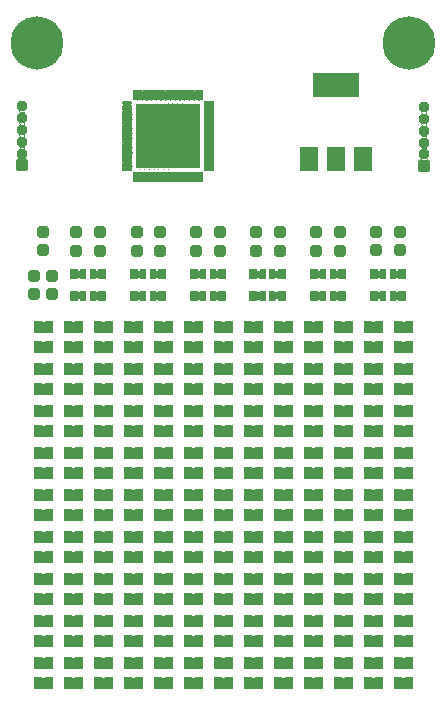
<source format=gbr>
G04 #@! TF.GenerationSoftware,KiCad,Pcbnew,(6.0.0)*
G04 #@! TF.CreationDate,2022-01-23T21:03:46+07:00*
G04 #@! TF.ProjectId,rgb-board,7267622d-626f-4617-9264-2e6b69636164,rev?*
G04 #@! TF.SameCoordinates,Original*
G04 #@! TF.FileFunction,Soldermask,Top*
G04 #@! TF.FilePolarity,Negative*
%FSLAX46Y46*%
G04 Gerber Fmt 4.6, Leading zero omitted, Abs format (unit mm)*
G04 Created by KiCad (PCBNEW (6.0.0)) date 2022-01-23 21:03:46*
%MOMM*%
%LPD*%
G01*
G04 APERTURE LIST*
G04 Aperture macros list*
%AMRoundRect*
0 Rectangle with rounded corners*
0 $1 Rounding radius*
0 $2 $3 $4 $5 $6 $7 $8 $9 X,Y pos of 4 corners*
0 Add a 4 corners polygon primitive as box body*
4,1,4,$2,$3,$4,$5,$6,$7,$8,$9,$2,$3,0*
0 Add four circle primitives for the rounded corners*
1,1,$1+$1,$2,$3*
1,1,$1+$1,$4,$5*
1,1,$1+$1,$6,$7*
1,1,$1+$1,$8,$9*
0 Add four rect primitives between the rounded corners*
20,1,$1+$1,$2,$3,$4,$5,0*
20,1,$1+$1,$4,$5,$6,$7,0*
20,1,$1+$1,$6,$7,$8,$9,0*
20,1,$1+$1,$8,$9,$2,$3,0*%
%AMFreePoly0*
4,1,13,0.436062,0.136062,0.451000,0.100000,0.451000,-0.100000,0.436062,-0.136062,0.400000,-0.151000,-0.400000,-0.151000,-0.436062,-0.136062,-0.451000,-0.100000,-0.451000,0.100000,-0.436062,0.136062,-0.400000,0.151000,0.400000,0.151000,0.436062,0.136062,0.436062,0.136062,$1*%
G04 Aperture macros list end*
%ADD10RoundRect,0.051000X-0.285000X0.470000X-0.285000X-0.470000X0.285000X-0.470000X0.285000X0.470000X0*%
%ADD11RoundRect,0.269750X0.256250X-0.218750X0.256250X0.218750X-0.256250X0.218750X-0.256250X-0.218750X0*%
%ADD12RoundRect,0.051000X-0.250000X0.400000X-0.250000X-0.400000X0.250000X-0.400000X0.250000X0.400000X0*%
%ADD13RoundRect,0.051000X-0.200000X0.400000X-0.200000X-0.400000X0.200000X-0.400000X0.200000X0.400000X0*%
%ADD14RoundRect,0.051000X0.425000X0.425000X-0.425000X0.425000X-0.425000X-0.425000X0.425000X-0.425000X0*%
%ADD15O,0.952000X0.952000*%
%ADD16RoundRect,0.051000X0.750000X-1.000000X0.750000X1.000000X-0.750000X1.000000X-0.750000X-1.000000X0*%
%ADD17RoundRect,0.051000X1.900000X-1.000000X1.900000X1.000000X-1.900000X1.000000X-1.900000X-1.000000X0*%
%ADD18C,4.502000*%
%ADD19RoundRect,0.151000X-0.300000X0.000000X0.300000X0.000000X0.300000X0.000000X-0.300000X0.000000X0*%
%ADD20FreePoly0,0.000000*%
%ADD21FreePoly0,270.000000*%
%ADD22FreePoly0,90.000000*%
%ADD23C,0.702000*%
%ADD24RoundRect,0.051000X-2.700000X-2.700000X2.700000X-2.700000X2.700000X2.700000X-2.700000X2.700000X0*%
G04 APERTURE END LIST*
D10*
X113850000Y-66973000D03*
X114750000Y-66973000D03*
X114750000Y-68663000D03*
X113850000Y-68663000D03*
X113850000Y-70529000D03*
X114750000Y-70529000D03*
X114750000Y-72219000D03*
X113850000Y-72219000D03*
X113850000Y-74085000D03*
X114750000Y-74085000D03*
X114750000Y-75775000D03*
X113850000Y-75775000D03*
X113850000Y-77641000D03*
X114750000Y-77641000D03*
X114750000Y-79331000D03*
X113850000Y-79331000D03*
X113850000Y-81197000D03*
X114750000Y-81197000D03*
X114750000Y-82887000D03*
X113850000Y-82887000D03*
X113850000Y-84753000D03*
X114750000Y-84753000D03*
X114750000Y-86443000D03*
X113850000Y-86443000D03*
X113850000Y-88309000D03*
X114750000Y-88309000D03*
X114750000Y-89999000D03*
X113850000Y-89999000D03*
X113850000Y-91865000D03*
X114750000Y-91865000D03*
X114750000Y-93555000D03*
X113850000Y-93555000D03*
X113850000Y-95421000D03*
X114750000Y-95421000D03*
X114750000Y-97111000D03*
X113850000Y-97111000D03*
X111310000Y-66973000D03*
X112210000Y-66973000D03*
X112210000Y-68663000D03*
X111310000Y-68663000D03*
X111310000Y-70529000D03*
X112210000Y-70529000D03*
X112210000Y-72219000D03*
X111310000Y-72219000D03*
X111310000Y-74085000D03*
X112210000Y-74085000D03*
X112210000Y-75775000D03*
X111310000Y-75775000D03*
X111310000Y-77641000D03*
X112210000Y-77641000D03*
X112210000Y-79331000D03*
X111310000Y-79331000D03*
X111310000Y-81197000D03*
X112210000Y-81197000D03*
X112210000Y-82887000D03*
X111310000Y-82887000D03*
X111310000Y-84753000D03*
X112210000Y-84753000D03*
X112210000Y-86443000D03*
X111310000Y-86443000D03*
X111310000Y-88309000D03*
X112210000Y-88309000D03*
X112210000Y-89999000D03*
X111310000Y-89999000D03*
X111310000Y-91865000D03*
X112210000Y-91865000D03*
X112210000Y-93555000D03*
X111310000Y-93555000D03*
X111310000Y-95421000D03*
X112210000Y-95421000D03*
X112210000Y-97111000D03*
X111310000Y-97111000D03*
X108770000Y-66973000D03*
X109670000Y-66973000D03*
X109670000Y-68663000D03*
X108770000Y-68663000D03*
X108770000Y-70529000D03*
X109670000Y-70529000D03*
X109670000Y-72219000D03*
X108770000Y-72219000D03*
X108770000Y-74085000D03*
X109670000Y-74085000D03*
X109670000Y-75775000D03*
X108770000Y-75775000D03*
X108770000Y-77641000D03*
X109670000Y-77641000D03*
X109670000Y-79331000D03*
X108770000Y-79331000D03*
X108770000Y-81197000D03*
X109670000Y-81197000D03*
X109670000Y-82887000D03*
X108770000Y-82887000D03*
X108770000Y-84753000D03*
X109670000Y-84753000D03*
X109670000Y-86443000D03*
X108770000Y-86443000D03*
X108770000Y-88309000D03*
X109670000Y-88309000D03*
X109670000Y-89999000D03*
X108770000Y-89999000D03*
X108770000Y-91865000D03*
X109670000Y-91865000D03*
X109670000Y-93555000D03*
X108770000Y-93555000D03*
X108770000Y-95421000D03*
X109670000Y-95421000D03*
X109670000Y-97111000D03*
X108770000Y-97111000D03*
X106230000Y-66973000D03*
X107130000Y-66973000D03*
X107130000Y-68663000D03*
X106230000Y-68663000D03*
X106230000Y-70529000D03*
X107130000Y-70529000D03*
X107130000Y-72219000D03*
X106230000Y-72219000D03*
X106230000Y-74085000D03*
X107130000Y-74085000D03*
X107130000Y-75775000D03*
X106230000Y-75775000D03*
X106230000Y-77641000D03*
X107130000Y-77641000D03*
X107130000Y-79331000D03*
X106230000Y-79331000D03*
X106230000Y-81197000D03*
X107130000Y-81197000D03*
X107130000Y-82887000D03*
X106230000Y-82887000D03*
X106230000Y-84753000D03*
X107130000Y-84753000D03*
X107130000Y-86443000D03*
X106230000Y-86443000D03*
X106230000Y-88309000D03*
X107130000Y-88309000D03*
X107130000Y-89999000D03*
X106230000Y-89999000D03*
X106230000Y-91865000D03*
X107130000Y-91865000D03*
X107130000Y-93555000D03*
X106230000Y-93555000D03*
X106230000Y-95421000D03*
X107130000Y-95421000D03*
X107130000Y-97111000D03*
X106230000Y-97111000D03*
X103690000Y-66973000D03*
X104590000Y-66973000D03*
X104590000Y-68663000D03*
X103690000Y-68663000D03*
X103690000Y-70529000D03*
X104590000Y-70529000D03*
X104590000Y-72219000D03*
X103690000Y-72219000D03*
X103690000Y-74085000D03*
X104590000Y-74085000D03*
X104590000Y-75775000D03*
X103690000Y-75775000D03*
X103690000Y-77641000D03*
X104590000Y-77641000D03*
X104590000Y-79331000D03*
X103690000Y-79331000D03*
X103690000Y-81197000D03*
X104590000Y-81197000D03*
X104590000Y-82887000D03*
X103690000Y-82887000D03*
X103690000Y-84753000D03*
X104590000Y-84753000D03*
X104590000Y-86443000D03*
X103690000Y-86443000D03*
X103690000Y-88309000D03*
X104590000Y-88309000D03*
X104590000Y-89999000D03*
X103690000Y-89999000D03*
X103690000Y-91865000D03*
X104590000Y-91865000D03*
X104590000Y-93555000D03*
X103690000Y-93555000D03*
X103690000Y-95421000D03*
X104590000Y-95421000D03*
X104590000Y-97111000D03*
X103690000Y-97111000D03*
X101150000Y-66973000D03*
X102050000Y-66973000D03*
X102050000Y-68663000D03*
X101150000Y-68663000D03*
X101150000Y-70529000D03*
X102050000Y-70529000D03*
X102050000Y-72219000D03*
X101150000Y-72219000D03*
X101150000Y-74085000D03*
X102050000Y-74085000D03*
X102050000Y-75775000D03*
X101150000Y-75775000D03*
X101150000Y-77641000D03*
X102050000Y-77641000D03*
X102050000Y-79331000D03*
X101150000Y-79331000D03*
X101150000Y-81197000D03*
X102050000Y-81197000D03*
X102050000Y-82887000D03*
X101150000Y-82887000D03*
X101150000Y-84753000D03*
X102050000Y-84753000D03*
X102050000Y-86443000D03*
X101150000Y-86443000D03*
X101150000Y-88309000D03*
X102050000Y-88309000D03*
X102050000Y-89999000D03*
X101150000Y-89999000D03*
X101150000Y-91865000D03*
X102050000Y-91865000D03*
X102050000Y-93555000D03*
X101150000Y-93555000D03*
X101150000Y-95421000D03*
X102050000Y-95421000D03*
X102050000Y-97111000D03*
X101150000Y-97111000D03*
X98610000Y-66973000D03*
X99510000Y-66973000D03*
X99510000Y-68663000D03*
X98610000Y-68663000D03*
X98610000Y-70529000D03*
X99510000Y-70529000D03*
X99510000Y-72219000D03*
X98610000Y-72219000D03*
X98610000Y-74085000D03*
X99510000Y-74085000D03*
X99510000Y-75775000D03*
X98610000Y-75775000D03*
X98610000Y-77641000D03*
X99510000Y-77641000D03*
X99510000Y-79331000D03*
X98610000Y-79331000D03*
X98610000Y-81197000D03*
X99510000Y-81197000D03*
X99510000Y-82887000D03*
X98610000Y-82887000D03*
X98610000Y-84753000D03*
X99510000Y-84753000D03*
X99510000Y-86443000D03*
X98610000Y-86443000D03*
X98610000Y-88309000D03*
X99510000Y-88309000D03*
X99510000Y-89999000D03*
X98610000Y-89999000D03*
X98610000Y-91865000D03*
X99510000Y-91865000D03*
X99510000Y-93555000D03*
X98610000Y-93555000D03*
X98610000Y-95421000D03*
X99510000Y-95421000D03*
X99510000Y-97111000D03*
X98610000Y-97111000D03*
X96070000Y-66973000D03*
X96970000Y-66973000D03*
X96970000Y-68663000D03*
X96070000Y-68663000D03*
X96070000Y-70529000D03*
X96970000Y-70529000D03*
X96970000Y-72219000D03*
X96070000Y-72219000D03*
X96070000Y-74085000D03*
X96970000Y-74085000D03*
X96970000Y-75775000D03*
X96070000Y-75775000D03*
X96070000Y-77641000D03*
X96970000Y-77641000D03*
X96970000Y-79331000D03*
X96070000Y-79331000D03*
X96070000Y-81197000D03*
X96970000Y-81197000D03*
X96970000Y-82887000D03*
X96070000Y-82887000D03*
X96070000Y-84753000D03*
X96970000Y-84753000D03*
X96970000Y-86443000D03*
X96070000Y-86443000D03*
X96070000Y-88309000D03*
X96970000Y-88309000D03*
X96970000Y-89999000D03*
X96070000Y-89999000D03*
X96070000Y-91865000D03*
X96970000Y-91865000D03*
X96970000Y-93555000D03*
X96070000Y-93555000D03*
X96070000Y-95421000D03*
X96970000Y-95421000D03*
X96970000Y-97111000D03*
X96070000Y-97111000D03*
X93530000Y-66973000D03*
X94430000Y-66973000D03*
X94430000Y-68663000D03*
X93530000Y-68663000D03*
X93530000Y-70529000D03*
X94430000Y-70529000D03*
X94430000Y-72219000D03*
X93530000Y-72219000D03*
X93530000Y-74085000D03*
X94430000Y-74085000D03*
X94430000Y-75775000D03*
X93530000Y-75775000D03*
X93530000Y-77641000D03*
X94430000Y-77641000D03*
X94430000Y-79331000D03*
X93530000Y-79331000D03*
X93530000Y-81197000D03*
X94430000Y-81197000D03*
X94430000Y-82887000D03*
X93530000Y-82887000D03*
X93530000Y-84753000D03*
X94430000Y-84753000D03*
X94430000Y-86443000D03*
X93530000Y-86443000D03*
X93530000Y-88309000D03*
X94430000Y-88309000D03*
X94430000Y-89999000D03*
X93530000Y-89999000D03*
X93530000Y-91865000D03*
X94430000Y-91865000D03*
X94430000Y-93555000D03*
X93530000Y-93555000D03*
X93530000Y-95421000D03*
X94430000Y-95421000D03*
X94430000Y-97111000D03*
X93530000Y-97111000D03*
X90990000Y-66973000D03*
X91890000Y-66973000D03*
X91890000Y-68663000D03*
X90990000Y-68663000D03*
X90990000Y-70529000D03*
X91890000Y-70529000D03*
X91890000Y-72219000D03*
X90990000Y-72219000D03*
X90990000Y-74085000D03*
X91890000Y-74085000D03*
X91890000Y-75775000D03*
X90990000Y-75775000D03*
X90990000Y-77641000D03*
X91890000Y-77641000D03*
X91890000Y-79331000D03*
X90990000Y-79331000D03*
X90990000Y-81197000D03*
X91890000Y-81197000D03*
X91890000Y-82887000D03*
X90990000Y-82887000D03*
X90990000Y-84753000D03*
X91890000Y-84753000D03*
X91890000Y-86443000D03*
X90990000Y-86443000D03*
X90990000Y-88309000D03*
X91890000Y-88309000D03*
X91890000Y-89999000D03*
X90990000Y-89999000D03*
X90990000Y-91865000D03*
X91890000Y-91865000D03*
X91890000Y-93555000D03*
X90990000Y-93555000D03*
X90990000Y-95421000D03*
X91890000Y-95421000D03*
X91890000Y-97111000D03*
X90990000Y-97111000D03*
X88450000Y-66973000D03*
X89350000Y-66973000D03*
X89350000Y-68663000D03*
X88450000Y-68663000D03*
X88450000Y-70529000D03*
X89350000Y-70529000D03*
X89350000Y-72219000D03*
X88450000Y-72219000D03*
X88450000Y-74085000D03*
X89350000Y-74085000D03*
X89350000Y-75775000D03*
X88450000Y-75775000D03*
X88450000Y-77641000D03*
X89350000Y-77641000D03*
X89350000Y-79331000D03*
X88450000Y-79331000D03*
X88450000Y-81197000D03*
X89350000Y-81197000D03*
X89350000Y-82887000D03*
X88450000Y-82887000D03*
X88450000Y-84753000D03*
X89350000Y-84753000D03*
X89350000Y-86443000D03*
X88450000Y-86443000D03*
X88450000Y-88309000D03*
X89350000Y-88309000D03*
X89350000Y-89999000D03*
X88450000Y-89999000D03*
X88450000Y-91865000D03*
X89350000Y-91865000D03*
X89350000Y-93555000D03*
X88450000Y-93555000D03*
X88450000Y-95421000D03*
X89350000Y-95421000D03*
X89350000Y-97111000D03*
X88450000Y-97111000D03*
X85910000Y-66973000D03*
X86810000Y-66973000D03*
X86810000Y-68663000D03*
X85910000Y-68663000D03*
X85910000Y-70529000D03*
X86810000Y-70529000D03*
X86810000Y-72219000D03*
X85910000Y-72219000D03*
X85910000Y-74085000D03*
X86810000Y-74085000D03*
X86810000Y-75775000D03*
X85910000Y-75775000D03*
X85910000Y-77641000D03*
X86810000Y-77641000D03*
X86810000Y-79331000D03*
X85910000Y-79331000D03*
X85910000Y-81197000D03*
X86810000Y-81197000D03*
X86810000Y-82887000D03*
X85910000Y-82887000D03*
X85910000Y-84753000D03*
X86810000Y-84753000D03*
X86810000Y-86443000D03*
X85910000Y-86443000D03*
X85910000Y-88309000D03*
X86810000Y-88309000D03*
X86810000Y-89999000D03*
X85910000Y-89999000D03*
X85910000Y-91865000D03*
X86810000Y-91865000D03*
X86810000Y-93555000D03*
X85910000Y-93555000D03*
X85910000Y-95421000D03*
X86810000Y-95421000D03*
X86810000Y-97111000D03*
X85910000Y-97111000D03*
X83370000Y-66973000D03*
X84270000Y-66973000D03*
X84270000Y-68663000D03*
X83370000Y-68663000D03*
X83370000Y-70529000D03*
X84270000Y-70529000D03*
X84270000Y-72219000D03*
X83370000Y-72219000D03*
X83370000Y-74085000D03*
X84270000Y-74085000D03*
X84270000Y-75775000D03*
X83370000Y-75775000D03*
X83370000Y-77641000D03*
X84270000Y-77641000D03*
X84270000Y-79331000D03*
X83370000Y-79331000D03*
X83370000Y-81197000D03*
X84270000Y-81197000D03*
X84270000Y-82887000D03*
X83370000Y-82887000D03*
X83370000Y-84753000D03*
X84270000Y-84753000D03*
X84270000Y-86443000D03*
X83370000Y-86443000D03*
X83370000Y-88309000D03*
X84270000Y-88309000D03*
X84270000Y-89999000D03*
X83370000Y-89999000D03*
X83370000Y-91865000D03*
X84270000Y-91865000D03*
X84270000Y-93555000D03*
X83370000Y-93555000D03*
X83370000Y-95421000D03*
X84270000Y-95421000D03*
X84270000Y-97111000D03*
X83370000Y-97111000D03*
D11*
X114046000Y-60452000D03*
X114046000Y-58877000D03*
X108966000Y-60477500D03*
X108966000Y-58902500D03*
X106934000Y-60477500D03*
X106934000Y-58902500D03*
X101854000Y-60477500D03*
X101854000Y-58902500D03*
X98806000Y-60477500D03*
X98806000Y-58902500D03*
X96774000Y-60477500D03*
X96774000Y-58902500D03*
X93726000Y-60477500D03*
X93726000Y-58902500D03*
X91720000Y-60477500D03*
X91720000Y-58902500D03*
X88646000Y-60477500D03*
X88646000Y-58902500D03*
X86614000Y-60477500D03*
X86614000Y-58902500D03*
X83820000Y-60452000D03*
X83820000Y-58877000D03*
X84582000Y-64187500D03*
X84582000Y-62612500D03*
D12*
X109150000Y-62500000D03*
D13*
X108350000Y-62500000D03*
X107550000Y-62500000D03*
D12*
X106750000Y-62500000D03*
X106750000Y-64300000D03*
D13*
X107550000Y-64300000D03*
X108350000Y-64300000D03*
D12*
X109150000Y-64300000D03*
X104000000Y-62500000D03*
D13*
X103200000Y-62500000D03*
X102400000Y-62500000D03*
D12*
X101600000Y-62500000D03*
X101600000Y-64300000D03*
D13*
X102400000Y-64300000D03*
X103200000Y-64300000D03*
D12*
X104000000Y-64300000D03*
X98990000Y-62500000D03*
D13*
X98190000Y-62500000D03*
X97390000Y-62500000D03*
D12*
X96590000Y-62500000D03*
X96590000Y-64300000D03*
D13*
X97390000Y-64300000D03*
X98190000Y-64300000D03*
D12*
X98990000Y-64300000D03*
X93910000Y-62500000D03*
D13*
X93110000Y-62500000D03*
X92310000Y-62500000D03*
D12*
X91510000Y-62500000D03*
X91510000Y-64300000D03*
D13*
X92310000Y-64300000D03*
X93110000Y-64300000D03*
D12*
X93910000Y-64300000D03*
X88800000Y-62500000D03*
D13*
X88000000Y-62500000D03*
X87200000Y-62500000D03*
D12*
X86400000Y-62500000D03*
X86400000Y-64300000D03*
D13*
X87200000Y-64300000D03*
X88000000Y-64300000D03*
D12*
X88800000Y-64300000D03*
D11*
X103886000Y-60477500D03*
X103886000Y-58902500D03*
D12*
X114200000Y-62500000D03*
D13*
X113400000Y-62500000D03*
X112600000Y-62500000D03*
D12*
X111800000Y-62500000D03*
X111800000Y-64300000D03*
D13*
X112600000Y-64300000D03*
X113400000Y-64300000D03*
D12*
X114200000Y-64300000D03*
D11*
X112014000Y-60452000D03*
X112014000Y-58877000D03*
X83058000Y-64187500D03*
X83058000Y-62612500D03*
D14*
X82042000Y-53276000D03*
D15*
X82042000Y-52276000D03*
X82042000Y-51276000D03*
X82042000Y-50276000D03*
X82042000Y-49276000D03*
X82042000Y-48276000D03*
D16*
X106300000Y-52750000D03*
X108600000Y-52750000D03*
D17*
X108600000Y-46450000D03*
D16*
X110900000Y-52750000D03*
D18*
X83312000Y-42926000D03*
X114808000Y-42926000D03*
D14*
X116078000Y-53340000D03*
D15*
X116078000Y-52340000D03*
X116078000Y-51340000D03*
X116078000Y-50340000D03*
X116078000Y-49340000D03*
X116078000Y-48340000D03*
D19*
X90950000Y-48000000D03*
D20*
X90950000Y-48400000D03*
X90950000Y-48800000D03*
X90950000Y-49200000D03*
X90950000Y-49600000D03*
X90950000Y-50000000D03*
X90950000Y-50400000D03*
X90950000Y-50800000D03*
X90950000Y-51200000D03*
X90950000Y-51600000D03*
X90950000Y-52000000D03*
X90950000Y-52400000D03*
X90950000Y-52800000D03*
X90950000Y-53200000D03*
X90950000Y-53600000D03*
D21*
X91600000Y-54250000D03*
D22*
X92000000Y-54250000D03*
X92400000Y-54250000D03*
X92800000Y-54250000D03*
X93200000Y-54250000D03*
X93600000Y-54250000D03*
X94000000Y-54250000D03*
X94400000Y-54250000D03*
X94800000Y-54250000D03*
X95200000Y-54250000D03*
X95600000Y-54250000D03*
X96000000Y-54250000D03*
X96400000Y-54250000D03*
X96800000Y-54250000D03*
X97200000Y-54250000D03*
D20*
X97850000Y-53600000D03*
X97850000Y-53200000D03*
X97850000Y-52800000D03*
X97850000Y-52400000D03*
X97850000Y-52000000D03*
X97850000Y-51600000D03*
X97850000Y-51200000D03*
X97850000Y-50800000D03*
X97850000Y-50400000D03*
X97850000Y-50000000D03*
X97850000Y-49600000D03*
X97850000Y-49200000D03*
X97850000Y-48800000D03*
X97850000Y-48400000D03*
X97850000Y-48000000D03*
D22*
X97200000Y-47350000D03*
X96800000Y-47350000D03*
X96400000Y-47350000D03*
X96000000Y-47350000D03*
X95600000Y-47350000D03*
X95200000Y-47350000D03*
X94800000Y-47350000D03*
X94400000Y-47350000D03*
X94000000Y-47350000D03*
X93600000Y-47350000D03*
X93200000Y-47350000D03*
X92800000Y-47350000D03*
X92400000Y-47350000D03*
X92000000Y-47350000D03*
X91600000Y-47350000D03*
D23*
X93400000Y-48800000D03*
X92400000Y-51800000D03*
X95400000Y-48800000D03*
X96400000Y-49800000D03*
X92400000Y-50800000D03*
X95400000Y-52800000D03*
X94400000Y-52800000D03*
X93400000Y-49800000D03*
X95400000Y-51800000D03*
X94400000Y-50800000D03*
X96400000Y-52800000D03*
X94400000Y-51800000D03*
X95400000Y-50800000D03*
X93400000Y-51800000D03*
X92400000Y-49800000D03*
X96400000Y-51800000D03*
X94400000Y-48800000D03*
X94400000Y-49800000D03*
X93400000Y-50800000D03*
X96400000Y-50800000D03*
X92400000Y-48800000D03*
D24*
X94400000Y-50800000D03*
D23*
X95400000Y-49800000D03*
X92400000Y-52800000D03*
X93400000Y-52800000D03*
X96400000Y-48800000D03*
G36*
X83938452Y-96626754D02*
G01*
X83938620Y-96628029D01*
X83936000Y-96641199D01*
X83936000Y-97580801D01*
X83938620Y-97593971D01*
X83937977Y-97595865D01*
X83936015Y-97596255D01*
X83934995Y-97595472D01*
X83925423Y-97581146D01*
X83924706Y-97581193D01*
X83923819Y-97580327D01*
X83908452Y-97550949D01*
X83848267Y-97516676D01*
X83779110Y-97520383D01*
X83722886Y-97560925D01*
X83711718Y-97585379D01*
X83711562Y-97585659D01*
X83705005Y-97595472D01*
X83703211Y-97596357D01*
X83701548Y-97595246D01*
X83701380Y-97593971D01*
X83704000Y-97580801D01*
X83704000Y-96641199D01*
X83701380Y-96628029D01*
X83702023Y-96626135D01*
X83703985Y-96625745D01*
X83705005Y-96626528D01*
X83714577Y-96640854D01*
X83715294Y-96640807D01*
X83716181Y-96641673D01*
X83731548Y-96671051D01*
X83791733Y-96705324D01*
X83860890Y-96701617D01*
X83917114Y-96661075D01*
X83928282Y-96636621D01*
X83928438Y-96636341D01*
X83934995Y-96626528D01*
X83936789Y-96625643D01*
X83938452Y-96626754D01*
G37*
G36*
X101718452Y-96626754D02*
G01*
X101718620Y-96628029D01*
X101716000Y-96641199D01*
X101716000Y-97580801D01*
X101718620Y-97593971D01*
X101717977Y-97595865D01*
X101716015Y-97596255D01*
X101714995Y-97595472D01*
X101705423Y-97581146D01*
X101704706Y-97581193D01*
X101703819Y-97580327D01*
X101688452Y-97550949D01*
X101628267Y-97516676D01*
X101559110Y-97520383D01*
X101502886Y-97560925D01*
X101491718Y-97585379D01*
X101491562Y-97585659D01*
X101485005Y-97595472D01*
X101483211Y-97596357D01*
X101481548Y-97595246D01*
X101481380Y-97593971D01*
X101484000Y-97580801D01*
X101484000Y-96641199D01*
X101481380Y-96628029D01*
X101482023Y-96626135D01*
X101483985Y-96625745D01*
X101485005Y-96626528D01*
X101494577Y-96640854D01*
X101495294Y-96640807D01*
X101496181Y-96641673D01*
X101511548Y-96671051D01*
X101571733Y-96705324D01*
X101640890Y-96701617D01*
X101697114Y-96661075D01*
X101708282Y-96636621D01*
X101708438Y-96636341D01*
X101714995Y-96626528D01*
X101716789Y-96625643D01*
X101718452Y-96626754D01*
G37*
G36*
X96638452Y-96626754D02*
G01*
X96638620Y-96628029D01*
X96636000Y-96641199D01*
X96636000Y-97580801D01*
X96638620Y-97593971D01*
X96637977Y-97595865D01*
X96636015Y-97596255D01*
X96634995Y-97595472D01*
X96625423Y-97581146D01*
X96624706Y-97581193D01*
X96623819Y-97580327D01*
X96608452Y-97550949D01*
X96548267Y-97516676D01*
X96479110Y-97520383D01*
X96422886Y-97560925D01*
X96411718Y-97585379D01*
X96411562Y-97585659D01*
X96405005Y-97595472D01*
X96403211Y-97596357D01*
X96401548Y-97595246D01*
X96401380Y-97593971D01*
X96404000Y-97580801D01*
X96404000Y-96641199D01*
X96401380Y-96628029D01*
X96402023Y-96626135D01*
X96403985Y-96625745D01*
X96405005Y-96626528D01*
X96414577Y-96640854D01*
X96415294Y-96640807D01*
X96416181Y-96641673D01*
X96431548Y-96671051D01*
X96491733Y-96705324D01*
X96560890Y-96701617D01*
X96617114Y-96661075D01*
X96628282Y-96636621D01*
X96628438Y-96636341D01*
X96634995Y-96626528D01*
X96636789Y-96625643D01*
X96638452Y-96626754D01*
G37*
G36*
X91558452Y-96626754D02*
G01*
X91558620Y-96628029D01*
X91556000Y-96641199D01*
X91556000Y-97580801D01*
X91558620Y-97593971D01*
X91557977Y-97595865D01*
X91556015Y-97596255D01*
X91554995Y-97595472D01*
X91545423Y-97581146D01*
X91544706Y-97581193D01*
X91543819Y-97580327D01*
X91528452Y-97550949D01*
X91468267Y-97516676D01*
X91399110Y-97520383D01*
X91342886Y-97560925D01*
X91331718Y-97585379D01*
X91331562Y-97585659D01*
X91325005Y-97595472D01*
X91323211Y-97596357D01*
X91321548Y-97595246D01*
X91321380Y-97593971D01*
X91324000Y-97580801D01*
X91324000Y-96641199D01*
X91321380Y-96628029D01*
X91322023Y-96626135D01*
X91323985Y-96625745D01*
X91325005Y-96626528D01*
X91334577Y-96640854D01*
X91335294Y-96640807D01*
X91336181Y-96641673D01*
X91351548Y-96671051D01*
X91411733Y-96705324D01*
X91480890Y-96701617D01*
X91537114Y-96661075D01*
X91548282Y-96636621D01*
X91548438Y-96636341D01*
X91554995Y-96626528D01*
X91556789Y-96625643D01*
X91558452Y-96626754D01*
G37*
G36*
X111878452Y-96626754D02*
G01*
X111878620Y-96628029D01*
X111876000Y-96641199D01*
X111876000Y-97580801D01*
X111878620Y-97593971D01*
X111877977Y-97595865D01*
X111876015Y-97596255D01*
X111874995Y-97595472D01*
X111865423Y-97581146D01*
X111864706Y-97581193D01*
X111863819Y-97580327D01*
X111848452Y-97550949D01*
X111788267Y-97516676D01*
X111719110Y-97520383D01*
X111662886Y-97560925D01*
X111651718Y-97585379D01*
X111651562Y-97585659D01*
X111645005Y-97595472D01*
X111643211Y-97596357D01*
X111641548Y-97595246D01*
X111641380Y-97593971D01*
X111644000Y-97580801D01*
X111644000Y-96641199D01*
X111641380Y-96628029D01*
X111642023Y-96626135D01*
X111643985Y-96625745D01*
X111645005Y-96626528D01*
X111654577Y-96640854D01*
X111655294Y-96640807D01*
X111656181Y-96641673D01*
X111671548Y-96671051D01*
X111731733Y-96705324D01*
X111800890Y-96701617D01*
X111857114Y-96661075D01*
X111868282Y-96636621D01*
X111868438Y-96636341D01*
X111874995Y-96626528D01*
X111876789Y-96625643D01*
X111878452Y-96626754D01*
G37*
G36*
X109338452Y-96626754D02*
G01*
X109338620Y-96628029D01*
X109336000Y-96641199D01*
X109336000Y-97580801D01*
X109338620Y-97593971D01*
X109337977Y-97595865D01*
X109336015Y-97596255D01*
X109334995Y-97595472D01*
X109325423Y-97581146D01*
X109324706Y-97581193D01*
X109323819Y-97580327D01*
X109308452Y-97550949D01*
X109248267Y-97516676D01*
X109179110Y-97520383D01*
X109122886Y-97560925D01*
X109111718Y-97585379D01*
X109111562Y-97585659D01*
X109105005Y-97595472D01*
X109103211Y-97596357D01*
X109101548Y-97595246D01*
X109101380Y-97593971D01*
X109104000Y-97580801D01*
X109104000Y-96641199D01*
X109101380Y-96628029D01*
X109102023Y-96626135D01*
X109103985Y-96625745D01*
X109105005Y-96626528D01*
X109114577Y-96640854D01*
X109115294Y-96640807D01*
X109116181Y-96641673D01*
X109131548Y-96671051D01*
X109191733Y-96705324D01*
X109260890Y-96701617D01*
X109317114Y-96661075D01*
X109328282Y-96636621D01*
X109328438Y-96636341D01*
X109334995Y-96626528D01*
X109336789Y-96625643D01*
X109338452Y-96626754D01*
G37*
G36*
X114418452Y-96626754D02*
G01*
X114418620Y-96628029D01*
X114416000Y-96641199D01*
X114416000Y-97580801D01*
X114418620Y-97593971D01*
X114417977Y-97595865D01*
X114416015Y-97596255D01*
X114414995Y-97595472D01*
X114405423Y-97581146D01*
X114404706Y-97581193D01*
X114403819Y-97580327D01*
X114388452Y-97550949D01*
X114328267Y-97516676D01*
X114259110Y-97520383D01*
X114202886Y-97560925D01*
X114191718Y-97585379D01*
X114191562Y-97585659D01*
X114185005Y-97595472D01*
X114183211Y-97596357D01*
X114181548Y-97595246D01*
X114181380Y-97593971D01*
X114184000Y-97580801D01*
X114184000Y-96641199D01*
X114181380Y-96628029D01*
X114182023Y-96626135D01*
X114183985Y-96625745D01*
X114185005Y-96626528D01*
X114194577Y-96640854D01*
X114195294Y-96640807D01*
X114196181Y-96641673D01*
X114211548Y-96671051D01*
X114271733Y-96705324D01*
X114340890Y-96701617D01*
X114397114Y-96661075D01*
X114408282Y-96636621D01*
X114408438Y-96636341D01*
X114414995Y-96626528D01*
X114416789Y-96625643D01*
X114418452Y-96626754D01*
G37*
G36*
X99178452Y-96626754D02*
G01*
X99178620Y-96628029D01*
X99176000Y-96641199D01*
X99176000Y-97580801D01*
X99178620Y-97593971D01*
X99177977Y-97595865D01*
X99176015Y-97596255D01*
X99174995Y-97595472D01*
X99165423Y-97581146D01*
X99164706Y-97581193D01*
X99163819Y-97580327D01*
X99148452Y-97550949D01*
X99088267Y-97516676D01*
X99019110Y-97520383D01*
X98962886Y-97560925D01*
X98951718Y-97585379D01*
X98951562Y-97585659D01*
X98945005Y-97595472D01*
X98943211Y-97596357D01*
X98941548Y-97595246D01*
X98941380Y-97593971D01*
X98944000Y-97580801D01*
X98944000Y-96641199D01*
X98941380Y-96628029D01*
X98942023Y-96626135D01*
X98943985Y-96625745D01*
X98945005Y-96626528D01*
X98954577Y-96640854D01*
X98955294Y-96640807D01*
X98956181Y-96641673D01*
X98971548Y-96671051D01*
X99031733Y-96705324D01*
X99100890Y-96701617D01*
X99157114Y-96661075D01*
X99168282Y-96636621D01*
X99168438Y-96636341D01*
X99174995Y-96626528D01*
X99176789Y-96625643D01*
X99178452Y-96626754D01*
G37*
G36*
X94098452Y-96626754D02*
G01*
X94098620Y-96628029D01*
X94096000Y-96641199D01*
X94096000Y-97580801D01*
X94098620Y-97593971D01*
X94097977Y-97595865D01*
X94096015Y-97596255D01*
X94094995Y-97595472D01*
X94085423Y-97581146D01*
X94084706Y-97581193D01*
X94083819Y-97580327D01*
X94068452Y-97550949D01*
X94008267Y-97516676D01*
X93939110Y-97520383D01*
X93882886Y-97560925D01*
X93871718Y-97585379D01*
X93871562Y-97585659D01*
X93865005Y-97595472D01*
X93863211Y-97596357D01*
X93861548Y-97595246D01*
X93861380Y-97593971D01*
X93864000Y-97580801D01*
X93864000Y-96641199D01*
X93861380Y-96628029D01*
X93862023Y-96626135D01*
X93863985Y-96625745D01*
X93865005Y-96626528D01*
X93874577Y-96640854D01*
X93875294Y-96640807D01*
X93876181Y-96641673D01*
X93891548Y-96671051D01*
X93951733Y-96705324D01*
X94020890Y-96701617D01*
X94077114Y-96661075D01*
X94088282Y-96636621D01*
X94088438Y-96636341D01*
X94094995Y-96626528D01*
X94096789Y-96625643D01*
X94098452Y-96626754D01*
G37*
G36*
X106798452Y-96626754D02*
G01*
X106798620Y-96628029D01*
X106796000Y-96641199D01*
X106796000Y-97580801D01*
X106798620Y-97593971D01*
X106797977Y-97595865D01*
X106796015Y-97596255D01*
X106794995Y-97595472D01*
X106785423Y-97581146D01*
X106784706Y-97581193D01*
X106783819Y-97580327D01*
X106768452Y-97550949D01*
X106708267Y-97516676D01*
X106639110Y-97520383D01*
X106582886Y-97560925D01*
X106571718Y-97585379D01*
X106571562Y-97585659D01*
X106565005Y-97595472D01*
X106563211Y-97596357D01*
X106561548Y-97595246D01*
X106561380Y-97593971D01*
X106564000Y-97580801D01*
X106564000Y-96641199D01*
X106561380Y-96628029D01*
X106562023Y-96626135D01*
X106563985Y-96625745D01*
X106565005Y-96626528D01*
X106574577Y-96640854D01*
X106575294Y-96640807D01*
X106576181Y-96641673D01*
X106591548Y-96671051D01*
X106651733Y-96705324D01*
X106720890Y-96701617D01*
X106777114Y-96661075D01*
X106788282Y-96636621D01*
X106788438Y-96636341D01*
X106794995Y-96626528D01*
X106796789Y-96625643D01*
X106798452Y-96626754D01*
G37*
G36*
X89018452Y-96626754D02*
G01*
X89018620Y-96628029D01*
X89016000Y-96641199D01*
X89016000Y-97580801D01*
X89018620Y-97593971D01*
X89017977Y-97595865D01*
X89016015Y-97596255D01*
X89014995Y-97595472D01*
X89005423Y-97581146D01*
X89004706Y-97581193D01*
X89003819Y-97580327D01*
X88988452Y-97550949D01*
X88928267Y-97516676D01*
X88859110Y-97520383D01*
X88802886Y-97560925D01*
X88791718Y-97585379D01*
X88791562Y-97585659D01*
X88785005Y-97595472D01*
X88783211Y-97596357D01*
X88781548Y-97595246D01*
X88781380Y-97593971D01*
X88784000Y-97580801D01*
X88784000Y-96641199D01*
X88781380Y-96628029D01*
X88782023Y-96626135D01*
X88783985Y-96625745D01*
X88785005Y-96626528D01*
X88794577Y-96640854D01*
X88795294Y-96640807D01*
X88796181Y-96641673D01*
X88811548Y-96671051D01*
X88871733Y-96705324D01*
X88940890Y-96701617D01*
X88997114Y-96661075D01*
X89008282Y-96636621D01*
X89008438Y-96636341D01*
X89014995Y-96626528D01*
X89016789Y-96625643D01*
X89018452Y-96626754D01*
G37*
G36*
X104258452Y-96626754D02*
G01*
X104258620Y-96628029D01*
X104256000Y-96641199D01*
X104256000Y-97580801D01*
X104258620Y-97593971D01*
X104257977Y-97595865D01*
X104256015Y-97596255D01*
X104254995Y-97595472D01*
X104245423Y-97581146D01*
X104244706Y-97581193D01*
X104243819Y-97580327D01*
X104228452Y-97550949D01*
X104168267Y-97516676D01*
X104099110Y-97520383D01*
X104042886Y-97560925D01*
X104031718Y-97585379D01*
X104031562Y-97585659D01*
X104025005Y-97595472D01*
X104023211Y-97596357D01*
X104021548Y-97595246D01*
X104021380Y-97593971D01*
X104024000Y-97580801D01*
X104024000Y-96641199D01*
X104021380Y-96628029D01*
X104022023Y-96626135D01*
X104023985Y-96625745D01*
X104025005Y-96626528D01*
X104034577Y-96640854D01*
X104035294Y-96640807D01*
X104036181Y-96641673D01*
X104051548Y-96671051D01*
X104111733Y-96705324D01*
X104180890Y-96701617D01*
X104237114Y-96661075D01*
X104248282Y-96636621D01*
X104248438Y-96636341D01*
X104254995Y-96626528D01*
X104256789Y-96625643D01*
X104258452Y-96626754D01*
G37*
G36*
X86478452Y-96626754D02*
G01*
X86478620Y-96628029D01*
X86476000Y-96641199D01*
X86476000Y-97580801D01*
X86478620Y-97593971D01*
X86477977Y-97595865D01*
X86476015Y-97596255D01*
X86474995Y-97595472D01*
X86465423Y-97581146D01*
X86464706Y-97581193D01*
X86463819Y-97580327D01*
X86448452Y-97550949D01*
X86388267Y-97516676D01*
X86319110Y-97520383D01*
X86262886Y-97560925D01*
X86251718Y-97585379D01*
X86251562Y-97585659D01*
X86245005Y-97595472D01*
X86243211Y-97596357D01*
X86241548Y-97595246D01*
X86241380Y-97593971D01*
X86244000Y-97580801D01*
X86244000Y-96641199D01*
X86241380Y-96628029D01*
X86242023Y-96626135D01*
X86243985Y-96625745D01*
X86245005Y-96626528D01*
X86254577Y-96640854D01*
X86255294Y-96640807D01*
X86256181Y-96641673D01*
X86271548Y-96671051D01*
X86331733Y-96705324D01*
X86400890Y-96701617D01*
X86457114Y-96661075D01*
X86468282Y-96636621D01*
X86468438Y-96636341D01*
X86474995Y-96626528D01*
X86476789Y-96625643D01*
X86478452Y-96626754D01*
G37*
G36*
X94098452Y-94936754D02*
G01*
X94098620Y-94938029D01*
X94096000Y-94951199D01*
X94096000Y-95890801D01*
X94098620Y-95903971D01*
X94097977Y-95905865D01*
X94096015Y-95906255D01*
X94094995Y-95905472D01*
X94085423Y-95891146D01*
X94084706Y-95891193D01*
X94083819Y-95890327D01*
X94068452Y-95860949D01*
X94008267Y-95826676D01*
X93939110Y-95830383D01*
X93882886Y-95870925D01*
X93871718Y-95895379D01*
X93871562Y-95895659D01*
X93865005Y-95905472D01*
X93863211Y-95906357D01*
X93861548Y-95905246D01*
X93861380Y-95903971D01*
X93864000Y-95890801D01*
X93864000Y-94951199D01*
X93861380Y-94938029D01*
X93862023Y-94936135D01*
X93863985Y-94935745D01*
X93865005Y-94936528D01*
X93874577Y-94950854D01*
X93875294Y-94950807D01*
X93876181Y-94951673D01*
X93891548Y-94981051D01*
X93951733Y-95015324D01*
X94020890Y-95011617D01*
X94077114Y-94971075D01*
X94088282Y-94946621D01*
X94088438Y-94946341D01*
X94094995Y-94936528D01*
X94096789Y-94935643D01*
X94098452Y-94936754D01*
G37*
G36*
X91558452Y-94936754D02*
G01*
X91558620Y-94938029D01*
X91556000Y-94951199D01*
X91556000Y-95890801D01*
X91558620Y-95903971D01*
X91557977Y-95905865D01*
X91556015Y-95906255D01*
X91554995Y-95905472D01*
X91545423Y-95891146D01*
X91544706Y-95891193D01*
X91543819Y-95890327D01*
X91528452Y-95860949D01*
X91468267Y-95826676D01*
X91399110Y-95830383D01*
X91342886Y-95870925D01*
X91331718Y-95895379D01*
X91331562Y-95895659D01*
X91325005Y-95905472D01*
X91323211Y-95906357D01*
X91321548Y-95905246D01*
X91321380Y-95903971D01*
X91324000Y-95890801D01*
X91324000Y-94951199D01*
X91321380Y-94938029D01*
X91322023Y-94936135D01*
X91323985Y-94935745D01*
X91325005Y-94936528D01*
X91334577Y-94950854D01*
X91335294Y-94950807D01*
X91336181Y-94951673D01*
X91351548Y-94981051D01*
X91411733Y-95015324D01*
X91480890Y-95011617D01*
X91537114Y-94971075D01*
X91548282Y-94946621D01*
X91548438Y-94946341D01*
X91554995Y-94936528D01*
X91556789Y-94935643D01*
X91558452Y-94936754D01*
G37*
G36*
X101718452Y-94936754D02*
G01*
X101718620Y-94938029D01*
X101716000Y-94951199D01*
X101716000Y-95890801D01*
X101718620Y-95903971D01*
X101717977Y-95905865D01*
X101716015Y-95906255D01*
X101714995Y-95905472D01*
X101705423Y-95891146D01*
X101704706Y-95891193D01*
X101703819Y-95890327D01*
X101688452Y-95860949D01*
X101628267Y-95826676D01*
X101559110Y-95830383D01*
X101502886Y-95870925D01*
X101491718Y-95895379D01*
X101491562Y-95895659D01*
X101485005Y-95905472D01*
X101483211Y-95906357D01*
X101481548Y-95905246D01*
X101481380Y-95903971D01*
X101484000Y-95890801D01*
X101484000Y-94951199D01*
X101481380Y-94938029D01*
X101482023Y-94936135D01*
X101483985Y-94935745D01*
X101485005Y-94936528D01*
X101494577Y-94950854D01*
X101495294Y-94950807D01*
X101496181Y-94951673D01*
X101511548Y-94981051D01*
X101571733Y-95015324D01*
X101640890Y-95011617D01*
X101697114Y-94971075D01*
X101708282Y-94946621D01*
X101708438Y-94946341D01*
X101714995Y-94936528D01*
X101716789Y-94935643D01*
X101718452Y-94936754D01*
G37*
G36*
X104258452Y-94936754D02*
G01*
X104258620Y-94938029D01*
X104256000Y-94951199D01*
X104256000Y-95890801D01*
X104258620Y-95903971D01*
X104257977Y-95905865D01*
X104256015Y-95906255D01*
X104254995Y-95905472D01*
X104245423Y-95891146D01*
X104244706Y-95891193D01*
X104243819Y-95890327D01*
X104228452Y-95860949D01*
X104168267Y-95826676D01*
X104099110Y-95830383D01*
X104042886Y-95870925D01*
X104031718Y-95895379D01*
X104031562Y-95895659D01*
X104025005Y-95905472D01*
X104023211Y-95906357D01*
X104021548Y-95905246D01*
X104021380Y-95903971D01*
X104024000Y-95890801D01*
X104024000Y-94951199D01*
X104021380Y-94938029D01*
X104022023Y-94936135D01*
X104023985Y-94935745D01*
X104025005Y-94936528D01*
X104034577Y-94950854D01*
X104035294Y-94950807D01*
X104036181Y-94951673D01*
X104051548Y-94981051D01*
X104111733Y-95015324D01*
X104180890Y-95011617D01*
X104237114Y-94971075D01*
X104248282Y-94946621D01*
X104248438Y-94946341D01*
X104254995Y-94936528D01*
X104256789Y-94935643D01*
X104258452Y-94936754D01*
G37*
G36*
X83938452Y-94936754D02*
G01*
X83938620Y-94938029D01*
X83936000Y-94951199D01*
X83936000Y-95890801D01*
X83938620Y-95903971D01*
X83937977Y-95905865D01*
X83936015Y-95906255D01*
X83934995Y-95905472D01*
X83925423Y-95891146D01*
X83924706Y-95891193D01*
X83923819Y-95890327D01*
X83908452Y-95860949D01*
X83848267Y-95826676D01*
X83779110Y-95830383D01*
X83722886Y-95870925D01*
X83711718Y-95895379D01*
X83711562Y-95895659D01*
X83705005Y-95905472D01*
X83703211Y-95906357D01*
X83701548Y-95905246D01*
X83701380Y-95903971D01*
X83704000Y-95890801D01*
X83704000Y-94951199D01*
X83701380Y-94938029D01*
X83702023Y-94936135D01*
X83703985Y-94935745D01*
X83705005Y-94936528D01*
X83714577Y-94950854D01*
X83715294Y-94950807D01*
X83716181Y-94951673D01*
X83731548Y-94981051D01*
X83791733Y-95015324D01*
X83860890Y-95011617D01*
X83917114Y-94971075D01*
X83928282Y-94946621D01*
X83928438Y-94946341D01*
X83934995Y-94936528D01*
X83936789Y-94935643D01*
X83938452Y-94936754D01*
G37*
G36*
X106798452Y-94936754D02*
G01*
X106798620Y-94938029D01*
X106796000Y-94951199D01*
X106796000Y-95890801D01*
X106798620Y-95903971D01*
X106797977Y-95905865D01*
X106796015Y-95906255D01*
X106794995Y-95905472D01*
X106785423Y-95891146D01*
X106784706Y-95891193D01*
X106783819Y-95890327D01*
X106768452Y-95860949D01*
X106708267Y-95826676D01*
X106639110Y-95830383D01*
X106582886Y-95870925D01*
X106571718Y-95895379D01*
X106571562Y-95895659D01*
X106565005Y-95905472D01*
X106563211Y-95906357D01*
X106561548Y-95905246D01*
X106561380Y-95903971D01*
X106564000Y-95890801D01*
X106564000Y-94951199D01*
X106561380Y-94938029D01*
X106562023Y-94936135D01*
X106563985Y-94935745D01*
X106565005Y-94936528D01*
X106574577Y-94950854D01*
X106575294Y-94950807D01*
X106576181Y-94951673D01*
X106591548Y-94981051D01*
X106651733Y-95015324D01*
X106720890Y-95011617D01*
X106777114Y-94971075D01*
X106788282Y-94946621D01*
X106788438Y-94946341D01*
X106794995Y-94936528D01*
X106796789Y-94935643D01*
X106798452Y-94936754D01*
G37*
G36*
X111878452Y-94936754D02*
G01*
X111878620Y-94938029D01*
X111876000Y-94951199D01*
X111876000Y-95890801D01*
X111878620Y-95903971D01*
X111877977Y-95905865D01*
X111876015Y-95906255D01*
X111874995Y-95905472D01*
X111865423Y-95891146D01*
X111864706Y-95891193D01*
X111863819Y-95890327D01*
X111848452Y-95860949D01*
X111788267Y-95826676D01*
X111719110Y-95830383D01*
X111662886Y-95870925D01*
X111651718Y-95895379D01*
X111651562Y-95895659D01*
X111645005Y-95905472D01*
X111643211Y-95906357D01*
X111641548Y-95905246D01*
X111641380Y-95903971D01*
X111644000Y-95890801D01*
X111644000Y-94951199D01*
X111641380Y-94938029D01*
X111642023Y-94936135D01*
X111643985Y-94935745D01*
X111645005Y-94936528D01*
X111654577Y-94950854D01*
X111655294Y-94950807D01*
X111656181Y-94951673D01*
X111671548Y-94981051D01*
X111731733Y-95015324D01*
X111800890Y-95011617D01*
X111857114Y-94971075D01*
X111868282Y-94946621D01*
X111868438Y-94946341D01*
X111874995Y-94936528D01*
X111876789Y-94935643D01*
X111878452Y-94936754D01*
G37*
G36*
X99178452Y-94936754D02*
G01*
X99178620Y-94938029D01*
X99176000Y-94951199D01*
X99176000Y-95890801D01*
X99178620Y-95903971D01*
X99177977Y-95905865D01*
X99176015Y-95906255D01*
X99174995Y-95905472D01*
X99165423Y-95891146D01*
X99164706Y-95891193D01*
X99163819Y-95890327D01*
X99148452Y-95860949D01*
X99088267Y-95826676D01*
X99019110Y-95830383D01*
X98962886Y-95870925D01*
X98951718Y-95895379D01*
X98951562Y-95895659D01*
X98945005Y-95905472D01*
X98943211Y-95906357D01*
X98941548Y-95905246D01*
X98941380Y-95903971D01*
X98944000Y-95890801D01*
X98944000Y-94951199D01*
X98941380Y-94938029D01*
X98942023Y-94936135D01*
X98943985Y-94935745D01*
X98945005Y-94936528D01*
X98954577Y-94950854D01*
X98955294Y-94950807D01*
X98956181Y-94951673D01*
X98971548Y-94981051D01*
X99031733Y-95015324D01*
X99100890Y-95011617D01*
X99157114Y-94971075D01*
X99168282Y-94946621D01*
X99168438Y-94946341D01*
X99174995Y-94936528D01*
X99176789Y-94935643D01*
X99178452Y-94936754D01*
G37*
G36*
X109338452Y-94936754D02*
G01*
X109338620Y-94938029D01*
X109336000Y-94951199D01*
X109336000Y-95890801D01*
X109338620Y-95903971D01*
X109337977Y-95905865D01*
X109336015Y-95906255D01*
X109334995Y-95905472D01*
X109325423Y-95891146D01*
X109324706Y-95891193D01*
X109323819Y-95890327D01*
X109308452Y-95860949D01*
X109248267Y-95826676D01*
X109179110Y-95830383D01*
X109122886Y-95870925D01*
X109111718Y-95895379D01*
X109111562Y-95895659D01*
X109105005Y-95905472D01*
X109103211Y-95906357D01*
X109101548Y-95905246D01*
X109101380Y-95903971D01*
X109104000Y-95890801D01*
X109104000Y-94951199D01*
X109101380Y-94938029D01*
X109102023Y-94936135D01*
X109103985Y-94935745D01*
X109105005Y-94936528D01*
X109114577Y-94950854D01*
X109115294Y-94950807D01*
X109116181Y-94951673D01*
X109131548Y-94981051D01*
X109191733Y-95015324D01*
X109260890Y-95011617D01*
X109317114Y-94971075D01*
X109328282Y-94946621D01*
X109328438Y-94946341D01*
X109334995Y-94936528D01*
X109336789Y-94935643D01*
X109338452Y-94936754D01*
G37*
G36*
X86478452Y-94936754D02*
G01*
X86478620Y-94938029D01*
X86476000Y-94951199D01*
X86476000Y-95890801D01*
X86478620Y-95903971D01*
X86477977Y-95905865D01*
X86476015Y-95906255D01*
X86474995Y-95905472D01*
X86465423Y-95891146D01*
X86464706Y-95891193D01*
X86463819Y-95890327D01*
X86448452Y-95860949D01*
X86388267Y-95826676D01*
X86319110Y-95830383D01*
X86262886Y-95870925D01*
X86251718Y-95895379D01*
X86251562Y-95895659D01*
X86245005Y-95905472D01*
X86243211Y-95906357D01*
X86241548Y-95905246D01*
X86241380Y-95903971D01*
X86244000Y-95890801D01*
X86244000Y-94951199D01*
X86241380Y-94938029D01*
X86242023Y-94936135D01*
X86243985Y-94935745D01*
X86245005Y-94936528D01*
X86254577Y-94950854D01*
X86255294Y-94950807D01*
X86256181Y-94951673D01*
X86271548Y-94981051D01*
X86331733Y-95015324D01*
X86400890Y-95011617D01*
X86457114Y-94971075D01*
X86468282Y-94946621D01*
X86468438Y-94946341D01*
X86474995Y-94936528D01*
X86476789Y-94935643D01*
X86478452Y-94936754D01*
G37*
G36*
X114418452Y-94936754D02*
G01*
X114418620Y-94938029D01*
X114416000Y-94951199D01*
X114416000Y-95890801D01*
X114418620Y-95903971D01*
X114417977Y-95905865D01*
X114416015Y-95906255D01*
X114414995Y-95905472D01*
X114405423Y-95891146D01*
X114404706Y-95891193D01*
X114403819Y-95890327D01*
X114388452Y-95860949D01*
X114328267Y-95826676D01*
X114259110Y-95830383D01*
X114202886Y-95870925D01*
X114191718Y-95895379D01*
X114191562Y-95895659D01*
X114185005Y-95905472D01*
X114183211Y-95906357D01*
X114181548Y-95905246D01*
X114181380Y-95903971D01*
X114184000Y-95890801D01*
X114184000Y-94951199D01*
X114181380Y-94938029D01*
X114182023Y-94936135D01*
X114183985Y-94935745D01*
X114185005Y-94936528D01*
X114194577Y-94950854D01*
X114195294Y-94950807D01*
X114196181Y-94951673D01*
X114211548Y-94981051D01*
X114271733Y-95015324D01*
X114340890Y-95011617D01*
X114397114Y-94971075D01*
X114408282Y-94946621D01*
X114408438Y-94946341D01*
X114414995Y-94936528D01*
X114416789Y-94935643D01*
X114418452Y-94936754D01*
G37*
G36*
X96638452Y-94936754D02*
G01*
X96638620Y-94938029D01*
X96636000Y-94951199D01*
X96636000Y-95890801D01*
X96638620Y-95903971D01*
X96637977Y-95905865D01*
X96636015Y-95906255D01*
X96634995Y-95905472D01*
X96625423Y-95891146D01*
X96624706Y-95891193D01*
X96623819Y-95890327D01*
X96608452Y-95860949D01*
X96548267Y-95826676D01*
X96479110Y-95830383D01*
X96422886Y-95870925D01*
X96411718Y-95895379D01*
X96411562Y-95895659D01*
X96405005Y-95905472D01*
X96403211Y-95906357D01*
X96401548Y-95905246D01*
X96401380Y-95903971D01*
X96404000Y-95890801D01*
X96404000Y-94951199D01*
X96401380Y-94938029D01*
X96402023Y-94936135D01*
X96403985Y-94935745D01*
X96405005Y-94936528D01*
X96414577Y-94950854D01*
X96415294Y-94950807D01*
X96416181Y-94951673D01*
X96431548Y-94981051D01*
X96491733Y-95015324D01*
X96560890Y-95011617D01*
X96617114Y-94971075D01*
X96628282Y-94946621D01*
X96628438Y-94946341D01*
X96634995Y-94936528D01*
X96636789Y-94935643D01*
X96638452Y-94936754D01*
G37*
G36*
X89018452Y-94936754D02*
G01*
X89018620Y-94938029D01*
X89016000Y-94951199D01*
X89016000Y-95890801D01*
X89018620Y-95903971D01*
X89017977Y-95905865D01*
X89016015Y-95906255D01*
X89014995Y-95905472D01*
X89005423Y-95891146D01*
X89004706Y-95891193D01*
X89003819Y-95890327D01*
X88988452Y-95860949D01*
X88928267Y-95826676D01*
X88859110Y-95830383D01*
X88802886Y-95870925D01*
X88791718Y-95895379D01*
X88791562Y-95895659D01*
X88785005Y-95905472D01*
X88783211Y-95906357D01*
X88781548Y-95905246D01*
X88781380Y-95903971D01*
X88784000Y-95890801D01*
X88784000Y-94951199D01*
X88781380Y-94938029D01*
X88782023Y-94936135D01*
X88783985Y-94935745D01*
X88785005Y-94936528D01*
X88794577Y-94950854D01*
X88795294Y-94950807D01*
X88796181Y-94951673D01*
X88811548Y-94981051D01*
X88871733Y-95015324D01*
X88940890Y-95011617D01*
X88997114Y-94971075D01*
X89008282Y-94946621D01*
X89008438Y-94946341D01*
X89014995Y-94936528D01*
X89016789Y-94935643D01*
X89018452Y-94936754D01*
G37*
G36*
X114418452Y-93070754D02*
G01*
X114418620Y-93072029D01*
X114416000Y-93085199D01*
X114416000Y-94024801D01*
X114418620Y-94037971D01*
X114417977Y-94039865D01*
X114416015Y-94040255D01*
X114414995Y-94039472D01*
X114405423Y-94025146D01*
X114404706Y-94025193D01*
X114403819Y-94024327D01*
X114388452Y-93994949D01*
X114328267Y-93960676D01*
X114259110Y-93964383D01*
X114202886Y-94004925D01*
X114191718Y-94029379D01*
X114191562Y-94029659D01*
X114185005Y-94039472D01*
X114183211Y-94040357D01*
X114181548Y-94039246D01*
X114181380Y-94037971D01*
X114184000Y-94024801D01*
X114184000Y-93085199D01*
X114181380Y-93072029D01*
X114182023Y-93070135D01*
X114183985Y-93069745D01*
X114185005Y-93070528D01*
X114194577Y-93084854D01*
X114195294Y-93084807D01*
X114196181Y-93085673D01*
X114211548Y-93115051D01*
X114271733Y-93149324D01*
X114340890Y-93145617D01*
X114397114Y-93105075D01*
X114408282Y-93080621D01*
X114408438Y-93080341D01*
X114414995Y-93070528D01*
X114416789Y-93069643D01*
X114418452Y-93070754D01*
G37*
G36*
X106798452Y-93070754D02*
G01*
X106798620Y-93072029D01*
X106796000Y-93085199D01*
X106796000Y-94024801D01*
X106798620Y-94037971D01*
X106797977Y-94039865D01*
X106796015Y-94040255D01*
X106794995Y-94039472D01*
X106785423Y-94025146D01*
X106784706Y-94025193D01*
X106783819Y-94024327D01*
X106768452Y-93994949D01*
X106708267Y-93960676D01*
X106639110Y-93964383D01*
X106582886Y-94004925D01*
X106571718Y-94029379D01*
X106571562Y-94029659D01*
X106565005Y-94039472D01*
X106563211Y-94040357D01*
X106561548Y-94039246D01*
X106561380Y-94037971D01*
X106564000Y-94024801D01*
X106564000Y-93085199D01*
X106561380Y-93072029D01*
X106562023Y-93070135D01*
X106563985Y-93069745D01*
X106565005Y-93070528D01*
X106574577Y-93084854D01*
X106575294Y-93084807D01*
X106576181Y-93085673D01*
X106591548Y-93115051D01*
X106651733Y-93149324D01*
X106720890Y-93145617D01*
X106777114Y-93105075D01*
X106788282Y-93080621D01*
X106788438Y-93080341D01*
X106794995Y-93070528D01*
X106796789Y-93069643D01*
X106798452Y-93070754D01*
G37*
G36*
X86478452Y-93070754D02*
G01*
X86478620Y-93072029D01*
X86476000Y-93085199D01*
X86476000Y-94024801D01*
X86478620Y-94037971D01*
X86477977Y-94039865D01*
X86476015Y-94040255D01*
X86474995Y-94039472D01*
X86465423Y-94025146D01*
X86464706Y-94025193D01*
X86463819Y-94024327D01*
X86448452Y-93994949D01*
X86388267Y-93960676D01*
X86319110Y-93964383D01*
X86262886Y-94004925D01*
X86251718Y-94029379D01*
X86251562Y-94029659D01*
X86245005Y-94039472D01*
X86243211Y-94040357D01*
X86241548Y-94039246D01*
X86241380Y-94037971D01*
X86244000Y-94024801D01*
X86244000Y-93085199D01*
X86241380Y-93072029D01*
X86242023Y-93070135D01*
X86243985Y-93069745D01*
X86245005Y-93070528D01*
X86254577Y-93084854D01*
X86255294Y-93084807D01*
X86256181Y-93085673D01*
X86271548Y-93115051D01*
X86331733Y-93149324D01*
X86400890Y-93145617D01*
X86457114Y-93105075D01*
X86468282Y-93080621D01*
X86468438Y-93080341D01*
X86474995Y-93070528D01*
X86476789Y-93069643D01*
X86478452Y-93070754D01*
G37*
G36*
X99178452Y-93070754D02*
G01*
X99178620Y-93072029D01*
X99176000Y-93085199D01*
X99176000Y-94024801D01*
X99178620Y-94037971D01*
X99177977Y-94039865D01*
X99176015Y-94040255D01*
X99174995Y-94039472D01*
X99165423Y-94025146D01*
X99164706Y-94025193D01*
X99163819Y-94024327D01*
X99148452Y-93994949D01*
X99088267Y-93960676D01*
X99019110Y-93964383D01*
X98962886Y-94004925D01*
X98951718Y-94029379D01*
X98951562Y-94029659D01*
X98945005Y-94039472D01*
X98943211Y-94040357D01*
X98941548Y-94039246D01*
X98941380Y-94037971D01*
X98944000Y-94024801D01*
X98944000Y-93085199D01*
X98941380Y-93072029D01*
X98942023Y-93070135D01*
X98943985Y-93069745D01*
X98945005Y-93070528D01*
X98954577Y-93084854D01*
X98955294Y-93084807D01*
X98956181Y-93085673D01*
X98971548Y-93115051D01*
X99031733Y-93149324D01*
X99100890Y-93145617D01*
X99157114Y-93105075D01*
X99168282Y-93080621D01*
X99168438Y-93080341D01*
X99174995Y-93070528D01*
X99176789Y-93069643D01*
X99178452Y-93070754D01*
G37*
G36*
X83938452Y-93070754D02*
G01*
X83938620Y-93072029D01*
X83936000Y-93085199D01*
X83936000Y-94024801D01*
X83938620Y-94037971D01*
X83937977Y-94039865D01*
X83936015Y-94040255D01*
X83934995Y-94039472D01*
X83925423Y-94025146D01*
X83924706Y-94025193D01*
X83923819Y-94024327D01*
X83908452Y-93994949D01*
X83848267Y-93960676D01*
X83779110Y-93964383D01*
X83722886Y-94004925D01*
X83711718Y-94029379D01*
X83711562Y-94029659D01*
X83705005Y-94039472D01*
X83703211Y-94040357D01*
X83701548Y-94039246D01*
X83701380Y-94037971D01*
X83704000Y-94024801D01*
X83704000Y-93085199D01*
X83701380Y-93072029D01*
X83702023Y-93070135D01*
X83703985Y-93069745D01*
X83705005Y-93070528D01*
X83714577Y-93084854D01*
X83715294Y-93084807D01*
X83716181Y-93085673D01*
X83731548Y-93115051D01*
X83791733Y-93149324D01*
X83860890Y-93145617D01*
X83917114Y-93105075D01*
X83928282Y-93080621D01*
X83928438Y-93080341D01*
X83934995Y-93070528D01*
X83936789Y-93069643D01*
X83938452Y-93070754D01*
G37*
G36*
X101718452Y-93070754D02*
G01*
X101718620Y-93072029D01*
X101716000Y-93085199D01*
X101716000Y-94024801D01*
X101718620Y-94037971D01*
X101717977Y-94039865D01*
X101716015Y-94040255D01*
X101714995Y-94039472D01*
X101705423Y-94025146D01*
X101704706Y-94025193D01*
X101703819Y-94024327D01*
X101688452Y-93994949D01*
X101628267Y-93960676D01*
X101559110Y-93964383D01*
X101502886Y-94004925D01*
X101491718Y-94029379D01*
X101491562Y-94029659D01*
X101485005Y-94039472D01*
X101483211Y-94040357D01*
X101481548Y-94039246D01*
X101481380Y-94037971D01*
X101484000Y-94024801D01*
X101484000Y-93085199D01*
X101481380Y-93072029D01*
X101482023Y-93070135D01*
X101483985Y-93069745D01*
X101485005Y-93070528D01*
X101494577Y-93084854D01*
X101495294Y-93084807D01*
X101496181Y-93085673D01*
X101511548Y-93115051D01*
X101571733Y-93149324D01*
X101640890Y-93145617D01*
X101697114Y-93105075D01*
X101708282Y-93080621D01*
X101708438Y-93080341D01*
X101714995Y-93070528D01*
X101716789Y-93069643D01*
X101718452Y-93070754D01*
G37*
G36*
X94098452Y-93070754D02*
G01*
X94098620Y-93072029D01*
X94096000Y-93085199D01*
X94096000Y-94024801D01*
X94098620Y-94037971D01*
X94097977Y-94039865D01*
X94096015Y-94040255D01*
X94094995Y-94039472D01*
X94085423Y-94025146D01*
X94084706Y-94025193D01*
X94083819Y-94024327D01*
X94068452Y-93994949D01*
X94008267Y-93960676D01*
X93939110Y-93964383D01*
X93882886Y-94004925D01*
X93871718Y-94029379D01*
X93871562Y-94029659D01*
X93865005Y-94039472D01*
X93863211Y-94040357D01*
X93861548Y-94039246D01*
X93861380Y-94037971D01*
X93864000Y-94024801D01*
X93864000Y-93085199D01*
X93861380Y-93072029D01*
X93862023Y-93070135D01*
X93863985Y-93069745D01*
X93865005Y-93070528D01*
X93874577Y-93084854D01*
X93875294Y-93084807D01*
X93876181Y-93085673D01*
X93891548Y-93115051D01*
X93951733Y-93149324D01*
X94020890Y-93145617D01*
X94077114Y-93105075D01*
X94088282Y-93080621D01*
X94088438Y-93080341D01*
X94094995Y-93070528D01*
X94096789Y-93069643D01*
X94098452Y-93070754D01*
G37*
G36*
X109338452Y-93070754D02*
G01*
X109338620Y-93072029D01*
X109336000Y-93085199D01*
X109336000Y-94024801D01*
X109338620Y-94037971D01*
X109337977Y-94039865D01*
X109336015Y-94040255D01*
X109334995Y-94039472D01*
X109325423Y-94025146D01*
X109324706Y-94025193D01*
X109323819Y-94024327D01*
X109308452Y-93994949D01*
X109248267Y-93960676D01*
X109179110Y-93964383D01*
X109122886Y-94004925D01*
X109111718Y-94029379D01*
X109111562Y-94029659D01*
X109105005Y-94039472D01*
X109103211Y-94040357D01*
X109101548Y-94039246D01*
X109101380Y-94037971D01*
X109104000Y-94024801D01*
X109104000Y-93085199D01*
X109101380Y-93072029D01*
X109102023Y-93070135D01*
X109103985Y-93069745D01*
X109105005Y-93070528D01*
X109114577Y-93084854D01*
X109115294Y-93084807D01*
X109116181Y-93085673D01*
X109131548Y-93115051D01*
X109191733Y-93149324D01*
X109260890Y-93145617D01*
X109317114Y-93105075D01*
X109328282Y-93080621D01*
X109328438Y-93080341D01*
X109334995Y-93070528D01*
X109336789Y-93069643D01*
X109338452Y-93070754D01*
G37*
G36*
X104258452Y-93070754D02*
G01*
X104258620Y-93072029D01*
X104256000Y-93085199D01*
X104256000Y-94024801D01*
X104258620Y-94037971D01*
X104257977Y-94039865D01*
X104256015Y-94040255D01*
X104254995Y-94039472D01*
X104245423Y-94025146D01*
X104244706Y-94025193D01*
X104243819Y-94024327D01*
X104228452Y-93994949D01*
X104168267Y-93960676D01*
X104099110Y-93964383D01*
X104042886Y-94004925D01*
X104031718Y-94029379D01*
X104031562Y-94029659D01*
X104025005Y-94039472D01*
X104023211Y-94040357D01*
X104021548Y-94039246D01*
X104021380Y-94037971D01*
X104024000Y-94024801D01*
X104024000Y-93085199D01*
X104021380Y-93072029D01*
X104022023Y-93070135D01*
X104023985Y-93069745D01*
X104025005Y-93070528D01*
X104034577Y-93084854D01*
X104035294Y-93084807D01*
X104036181Y-93085673D01*
X104051548Y-93115051D01*
X104111733Y-93149324D01*
X104180890Y-93145617D01*
X104237114Y-93105075D01*
X104248282Y-93080621D01*
X104248438Y-93080341D01*
X104254995Y-93070528D01*
X104256789Y-93069643D01*
X104258452Y-93070754D01*
G37*
G36*
X89018452Y-93070754D02*
G01*
X89018620Y-93072029D01*
X89016000Y-93085199D01*
X89016000Y-94024801D01*
X89018620Y-94037971D01*
X89017977Y-94039865D01*
X89016015Y-94040255D01*
X89014995Y-94039472D01*
X89005423Y-94025146D01*
X89004706Y-94025193D01*
X89003819Y-94024327D01*
X88988452Y-93994949D01*
X88928267Y-93960676D01*
X88859110Y-93964383D01*
X88802886Y-94004925D01*
X88791718Y-94029379D01*
X88791562Y-94029659D01*
X88785005Y-94039472D01*
X88783211Y-94040357D01*
X88781548Y-94039246D01*
X88781380Y-94037971D01*
X88784000Y-94024801D01*
X88784000Y-93085199D01*
X88781380Y-93072029D01*
X88782023Y-93070135D01*
X88783985Y-93069745D01*
X88785005Y-93070528D01*
X88794577Y-93084854D01*
X88795294Y-93084807D01*
X88796181Y-93085673D01*
X88811548Y-93115051D01*
X88871733Y-93149324D01*
X88940890Y-93145617D01*
X88997114Y-93105075D01*
X89008282Y-93080621D01*
X89008438Y-93080341D01*
X89014995Y-93070528D01*
X89016789Y-93069643D01*
X89018452Y-93070754D01*
G37*
G36*
X96638452Y-93070754D02*
G01*
X96638620Y-93072029D01*
X96636000Y-93085199D01*
X96636000Y-94024801D01*
X96638620Y-94037971D01*
X96637977Y-94039865D01*
X96636015Y-94040255D01*
X96634995Y-94039472D01*
X96625423Y-94025146D01*
X96624706Y-94025193D01*
X96623819Y-94024327D01*
X96608452Y-93994949D01*
X96548267Y-93960676D01*
X96479110Y-93964383D01*
X96422886Y-94004925D01*
X96411718Y-94029379D01*
X96411562Y-94029659D01*
X96405005Y-94039472D01*
X96403211Y-94040357D01*
X96401548Y-94039246D01*
X96401380Y-94037971D01*
X96404000Y-94024801D01*
X96404000Y-93085199D01*
X96401380Y-93072029D01*
X96402023Y-93070135D01*
X96403985Y-93069745D01*
X96405005Y-93070528D01*
X96414577Y-93084854D01*
X96415294Y-93084807D01*
X96416181Y-93085673D01*
X96431548Y-93115051D01*
X96491733Y-93149324D01*
X96560890Y-93145617D01*
X96617114Y-93105075D01*
X96628282Y-93080621D01*
X96628438Y-93080341D01*
X96634995Y-93070528D01*
X96636789Y-93069643D01*
X96638452Y-93070754D01*
G37*
G36*
X111878452Y-93070754D02*
G01*
X111878620Y-93072029D01*
X111876000Y-93085199D01*
X111876000Y-94024801D01*
X111878620Y-94037971D01*
X111877977Y-94039865D01*
X111876015Y-94040255D01*
X111874995Y-94039472D01*
X111865423Y-94025146D01*
X111864706Y-94025193D01*
X111863819Y-94024327D01*
X111848452Y-93994949D01*
X111788267Y-93960676D01*
X111719110Y-93964383D01*
X111662886Y-94004925D01*
X111651718Y-94029379D01*
X111651562Y-94029659D01*
X111645005Y-94039472D01*
X111643211Y-94040357D01*
X111641548Y-94039246D01*
X111641380Y-94037971D01*
X111644000Y-94024801D01*
X111644000Y-93085199D01*
X111641380Y-93072029D01*
X111642023Y-93070135D01*
X111643985Y-93069745D01*
X111645005Y-93070528D01*
X111654577Y-93084854D01*
X111655294Y-93084807D01*
X111656181Y-93085673D01*
X111671548Y-93115051D01*
X111731733Y-93149324D01*
X111800890Y-93145617D01*
X111857114Y-93105075D01*
X111868282Y-93080621D01*
X111868438Y-93080341D01*
X111874995Y-93070528D01*
X111876789Y-93069643D01*
X111878452Y-93070754D01*
G37*
G36*
X91558452Y-93070754D02*
G01*
X91558620Y-93072029D01*
X91556000Y-93085199D01*
X91556000Y-94024801D01*
X91558620Y-94037971D01*
X91557977Y-94039865D01*
X91556015Y-94040255D01*
X91554995Y-94039472D01*
X91545423Y-94025146D01*
X91544706Y-94025193D01*
X91543819Y-94024327D01*
X91528452Y-93994949D01*
X91468267Y-93960676D01*
X91399110Y-93964383D01*
X91342886Y-94004925D01*
X91331718Y-94029379D01*
X91331562Y-94029659D01*
X91325005Y-94039472D01*
X91323211Y-94040357D01*
X91321548Y-94039246D01*
X91321380Y-94037971D01*
X91324000Y-94024801D01*
X91324000Y-93085199D01*
X91321380Y-93072029D01*
X91322023Y-93070135D01*
X91323985Y-93069745D01*
X91325005Y-93070528D01*
X91334577Y-93084854D01*
X91335294Y-93084807D01*
X91336181Y-93085673D01*
X91351548Y-93115051D01*
X91411733Y-93149324D01*
X91480890Y-93145617D01*
X91537114Y-93105075D01*
X91548282Y-93080621D01*
X91548438Y-93080341D01*
X91554995Y-93070528D01*
X91556789Y-93069643D01*
X91558452Y-93070754D01*
G37*
G36*
X114418452Y-91380754D02*
G01*
X114418620Y-91382029D01*
X114416000Y-91395199D01*
X114416000Y-92334801D01*
X114418620Y-92347971D01*
X114417977Y-92349865D01*
X114416015Y-92350255D01*
X114414995Y-92349472D01*
X114405423Y-92335146D01*
X114404706Y-92335193D01*
X114403819Y-92334327D01*
X114388452Y-92304949D01*
X114328267Y-92270676D01*
X114259110Y-92274383D01*
X114202886Y-92314925D01*
X114191718Y-92339379D01*
X114191562Y-92339659D01*
X114185005Y-92349472D01*
X114183211Y-92350357D01*
X114181548Y-92349246D01*
X114181380Y-92347971D01*
X114184000Y-92334801D01*
X114184000Y-91395199D01*
X114181380Y-91382029D01*
X114182023Y-91380135D01*
X114183985Y-91379745D01*
X114185005Y-91380528D01*
X114194577Y-91394854D01*
X114195294Y-91394807D01*
X114196181Y-91395673D01*
X114211548Y-91425051D01*
X114271733Y-91459324D01*
X114340890Y-91455617D01*
X114397114Y-91415075D01*
X114408282Y-91390621D01*
X114408438Y-91390341D01*
X114414995Y-91380528D01*
X114416789Y-91379643D01*
X114418452Y-91380754D01*
G37*
G36*
X104258452Y-91380754D02*
G01*
X104258620Y-91382029D01*
X104256000Y-91395199D01*
X104256000Y-92334801D01*
X104258620Y-92347971D01*
X104257977Y-92349865D01*
X104256015Y-92350255D01*
X104254995Y-92349472D01*
X104245423Y-92335146D01*
X104244706Y-92335193D01*
X104243819Y-92334327D01*
X104228452Y-92304949D01*
X104168267Y-92270676D01*
X104099110Y-92274383D01*
X104042886Y-92314925D01*
X104031718Y-92339379D01*
X104031562Y-92339659D01*
X104025005Y-92349472D01*
X104023211Y-92350357D01*
X104021548Y-92349246D01*
X104021380Y-92347971D01*
X104024000Y-92334801D01*
X104024000Y-91395199D01*
X104021380Y-91382029D01*
X104022023Y-91380135D01*
X104023985Y-91379745D01*
X104025005Y-91380528D01*
X104034577Y-91394854D01*
X104035294Y-91394807D01*
X104036181Y-91395673D01*
X104051548Y-91425051D01*
X104111733Y-91459324D01*
X104180890Y-91455617D01*
X104237114Y-91415075D01*
X104248282Y-91390621D01*
X104248438Y-91390341D01*
X104254995Y-91380528D01*
X104256789Y-91379643D01*
X104258452Y-91380754D01*
G37*
G36*
X109338452Y-91380754D02*
G01*
X109338620Y-91382029D01*
X109336000Y-91395199D01*
X109336000Y-92334801D01*
X109338620Y-92347971D01*
X109337977Y-92349865D01*
X109336015Y-92350255D01*
X109334995Y-92349472D01*
X109325423Y-92335146D01*
X109324706Y-92335193D01*
X109323819Y-92334327D01*
X109308452Y-92304949D01*
X109248267Y-92270676D01*
X109179110Y-92274383D01*
X109122886Y-92314925D01*
X109111718Y-92339379D01*
X109111562Y-92339659D01*
X109105005Y-92349472D01*
X109103211Y-92350357D01*
X109101548Y-92349246D01*
X109101380Y-92347971D01*
X109104000Y-92334801D01*
X109104000Y-91395199D01*
X109101380Y-91382029D01*
X109102023Y-91380135D01*
X109103985Y-91379745D01*
X109105005Y-91380528D01*
X109114577Y-91394854D01*
X109115294Y-91394807D01*
X109116181Y-91395673D01*
X109131548Y-91425051D01*
X109191733Y-91459324D01*
X109260890Y-91455617D01*
X109317114Y-91415075D01*
X109328282Y-91390621D01*
X109328438Y-91390341D01*
X109334995Y-91380528D01*
X109336789Y-91379643D01*
X109338452Y-91380754D01*
G37*
G36*
X91558452Y-91380754D02*
G01*
X91558620Y-91382029D01*
X91556000Y-91395199D01*
X91556000Y-92334801D01*
X91558620Y-92347971D01*
X91557977Y-92349865D01*
X91556015Y-92350255D01*
X91554995Y-92349472D01*
X91545423Y-92335146D01*
X91544706Y-92335193D01*
X91543819Y-92334327D01*
X91528452Y-92304949D01*
X91468267Y-92270676D01*
X91399110Y-92274383D01*
X91342886Y-92314925D01*
X91331718Y-92339379D01*
X91331562Y-92339659D01*
X91325005Y-92349472D01*
X91323211Y-92350357D01*
X91321548Y-92349246D01*
X91321380Y-92347971D01*
X91324000Y-92334801D01*
X91324000Y-91395199D01*
X91321380Y-91382029D01*
X91322023Y-91380135D01*
X91323985Y-91379745D01*
X91325005Y-91380528D01*
X91334577Y-91394854D01*
X91335294Y-91394807D01*
X91336181Y-91395673D01*
X91351548Y-91425051D01*
X91411733Y-91459324D01*
X91480890Y-91455617D01*
X91537114Y-91415075D01*
X91548282Y-91390621D01*
X91548438Y-91390341D01*
X91554995Y-91380528D01*
X91556789Y-91379643D01*
X91558452Y-91380754D01*
G37*
G36*
X89018452Y-91380754D02*
G01*
X89018620Y-91382029D01*
X89016000Y-91395199D01*
X89016000Y-92334801D01*
X89018620Y-92347971D01*
X89017977Y-92349865D01*
X89016015Y-92350255D01*
X89014995Y-92349472D01*
X89005423Y-92335146D01*
X89004706Y-92335193D01*
X89003819Y-92334327D01*
X88988452Y-92304949D01*
X88928267Y-92270676D01*
X88859110Y-92274383D01*
X88802886Y-92314925D01*
X88791718Y-92339379D01*
X88791562Y-92339659D01*
X88785005Y-92349472D01*
X88783211Y-92350357D01*
X88781548Y-92349246D01*
X88781380Y-92347971D01*
X88784000Y-92334801D01*
X88784000Y-91395199D01*
X88781380Y-91382029D01*
X88782023Y-91380135D01*
X88783985Y-91379745D01*
X88785005Y-91380528D01*
X88794577Y-91394854D01*
X88795294Y-91394807D01*
X88796181Y-91395673D01*
X88811548Y-91425051D01*
X88871733Y-91459324D01*
X88940890Y-91455617D01*
X88997114Y-91415075D01*
X89008282Y-91390621D01*
X89008438Y-91390341D01*
X89014995Y-91380528D01*
X89016789Y-91379643D01*
X89018452Y-91380754D01*
G37*
G36*
X99178452Y-91380754D02*
G01*
X99178620Y-91382029D01*
X99176000Y-91395199D01*
X99176000Y-92334801D01*
X99178620Y-92347971D01*
X99177977Y-92349865D01*
X99176015Y-92350255D01*
X99174995Y-92349472D01*
X99165423Y-92335146D01*
X99164706Y-92335193D01*
X99163819Y-92334327D01*
X99148452Y-92304949D01*
X99088267Y-92270676D01*
X99019110Y-92274383D01*
X98962886Y-92314925D01*
X98951718Y-92339379D01*
X98951562Y-92339659D01*
X98945005Y-92349472D01*
X98943211Y-92350357D01*
X98941548Y-92349246D01*
X98941380Y-92347971D01*
X98944000Y-92334801D01*
X98944000Y-91395199D01*
X98941380Y-91382029D01*
X98942023Y-91380135D01*
X98943985Y-91379745D01*
X98945005Y-91380528D01*
X98954577Y-91394854D01*
X98955294Y-91394807D01*
X98956181Y-91395673D01*
X98971548Y-91425051D01*
X99031733Y-91459324D01*
X99100890Y-91455617D01*
X99157114Y-91415075D01*
X99168282Y-91390621D01*
X99168438Y-91390341D01*
X99174995Y-91380528D01*
X99176789Y-91379643D01*
X99178452Y-91380754D01*
G37*
G36*
X111878452Y-91380754D02*
G01*
X111878620Y-91382029D01*
X111876000Y-91395199D01*
X111876000Y-92334801D01*
X111878620Y-92347971D01*
X111877977Y-92349865D01*
X111876015Y-92350255D01*
X111874995Y-92349472D01*
X111865423Y-92335146D01*
X111864706Y-92335193D01*
X111863819Y-92334327D01*
X111848452Y-92304949D01*
X111788267Y-92270676D01*
X111719110Y-92274383D01*
X111662886Y-92314925D01*
X111651718Y-92339379D01*
X111651562Y-92339659D01*
X111645005Y-92349472D01*
X111643211Y-92350357D01*
X111641548Y-92349246D01*
X111641380Y-92347971D01*
X111644000Y-92334801D01*
X111644000Y-91395199D01*
X111641380Y-91382029D01*
X111642023Y-91380135D01*
X111643985Y-91379745D01*
X111645005Y-91380528D01*
X111654577Y-91394854D01*
X111655294Y-91394807D01*
X111656181Y-91395673D01*
X111671548Y-91425051D01*
X111731733Y-91459324D01*
X111800890Y-91455617D01*
X111857114Y-91415075D01*
X111868282Y-91390621D01*
X111868438Y-91390341D01*
X111874995Y-91380528D01*
X111876789Y-91379643D01*
X111878452Y-91380754D01*
G37*
G36*
X83938452Y-91380754D02*
G01*
X83938620Y-91382029D01*
X83936000Y-91395199D01*
X83936000Y-92334801D01*
X83938620Y-92347971D01*
X83937977Y-92349865D01*
X83936015Y-92350255D01*
X83934995Y-92349472D01*
X83925423Y-92335146D01*
X83924706Y-92335193D01*
X83923819Y-92334327D01*
X83908452Y-92304949D01*
X83848267Y-92270676D01*
X83779110Y-92274383D01*
X83722886Y-92314925D01*
X83711718Y-92339379D01*
X83711562Y-92339659D01*
X83705005Y-92349472D01*
X83703211Y-92350357D01*
X83701548Y-92349246D01*
X83701380Y-92347971D01*
X83704000Y-92334801D01*
X83704000Y-91395199D01*
X83701380Y-91382029D01*
X83702023Y-91380135D01*
X83703985Y-91379745D01*
X83705005Y-91380528D01*
X83714577Y-91394854D01*
X83715294Y-91394807D01*
X83716181Y-91395673D01*
X83731548Y-91425051D01*
X83791733Y-91459324D01*
X83860890Y-91455617D01*
X83917114Y-91415075D01*
X83928282Y-91390621D01*
X83928438Y-91390341D01*
X83934995Y-91380528D01*
X83936789Y-91379643D01*
X83938452Y-91380754D01*
G37*
G36*
X96638452Y-91380754D02*
G01*
X96638620Y-91382029D01*
X96636000Y-91395199D01*
X96636000Y-92334801D01*
X96638620Y-92347971D01*
X96637977Y-92349865D01*
X96636015Y-92350255D01*
X96634995Y-92349472D01*
X96625423Y-92335146D01*
X96624706Y-92335193D01*
X96623819Y-92334327D01*
X96608452Y-92304949D01*
X96548267Y-92270676D01*
X96479110Y-92274383D01*
X96422886Y-92314925D01*
X96411718Y-92339379D01*
X96411562Y-92339659D01*
X96405005Y-92349472D01*
X96403211Y-92350357D01*
X96401548Y-92349246D01*
X96401380Y-92347971D01*
X96404000Y-92334801D01*
X96404000Y-91395199D01*
X96401380Y-91382029D01*
X96402023Y-91380135D01*
X96403985Y-91379745D01*
X96405005Y-91380528D01*
X96414577Y-91394854D01*
X96415294Y-91394807D01*
X96416181Y-91395673D01*
X96431548Y-91425051D01*
X96491733Y-91459324D01*
X96560890Y-91455617D01*
X96617114Y-91415075D01*
X96628282Y-91390621D01*
X96628438Y-91390341D01*
X96634995Y-91380528D01*
X96636789Y-91379643D01*
X96638452Y-91380754D01*
G37*
G36*
X94098452Y-91380754D02*
G01*
X94098620Y-91382029D01*
X94096000Y-91395199D01*
X94096000Y-92334801D01*
X94098620Y-92347971D01*
X94097977Y-92349865D01*
X94096015Y-92350255D01*
X94094995Y-92349472D01*
X94085423Y-92335146D01*
X94084706Y-92335193D01*
X94083819Y-92334327D01*
X94068452Y-92304949D01*
X94008267Y-92270676D01*
X93939110Y-92274383D01*
X93882886Y-92314925D01*
X93871718Y-92339379D01*
X93871562Y-92339659D01*
X93865005Y-92349472D01*
X93863211Y-92350357D01*
X93861548Y-92349246D01*
X93861380Y-92347971D01*
X93864000Y-92334801D01*
X93864000Y-91395199D01*
X93861380Y-91382029D01*
X93862023Y-91380135D01*
X93863985Y-91379745D01*
X93865005Y-91380528D01*
X93874577Y-91394854D01*
X93875294Y-91394807D01*
X93876181Y-91395673D01*
X93891548Y-91425051D01*
X93951733Y-91459324D01*
X94020890Y-91455617D01*
X94077114Y-91415075D01*
X94088282Y-91390621D01*
X94088438Y-91390341D01*
X94094995Y-91380528D01*
X94096789Y-91379643D01*
X94098452Y-91380754D01*
G37*
G36*
X106798452Y-91380754D02*
G01*
X106798620Y-91382029D01*
X106796000Y-91395199D01*
X106796000Y-92334801D01*
X106798620Y-92347971D01*
X106797977Y-92349865D01*
X106796015Y-92350255D01*
X106794995Y-92349472D01*
X106785423Y-92335146D01*
X106784706Y-92335193D01*
X106783819Y-92334327D01*
X106768452Y-92304949D01*
X106708267Y-92270676D01*
X106639110Y-92274383D01*
X106582886Y-92314925D01*
X106571718Y-92339379D01*
X106571562Y-92339659D01*
X106565005Y-92349472D01*
X106563211Y-92350357D01*
X106561548Y-92349246D01*
X106561380Y-92347971D01*
X106564000Y-92334801D01*
X106564000Y-91395199D01*
X106561380Y-91382029D01*
X106562023Y-91380135D01*
X106563985Y-91379745D01*
X106565005Y-91380528D01*
X106574577Y-91394854D01*
X106575294Y-91394807D01*
X106576181Y-91395673D01*
X106591548Y-91425051D01*
X106651733Y-91459324D01*
X106720890Y-91455617D01*
X106777114Y-91415075D01*
X106788282Y-91390621D01*
X106788438Y-91390341D01*
X106794995Y-91380528D01*
X106796789Y-91379643D01*
X106798452Y-91380754D01*
G37*
G36*
X86478452Y-91380754D02*
G01*
X86478620Y-91382029D01*
X86476000Y-91395199D01*
X86476000Y-92334801D01*
X86478620Y-92347971D01*
X86477977Y-92349865D01*
X86476015Y-92350255D01*
X86474995Y-92349472D01*
X86465423Y-92335146D01*
X86464706Y-92335193D01*
X86463819Y-92334327D01*
X86448452Y-92304949D01*
X86388267Y-92270676D01*
X86319110Y-92274383D01*
X86262886Y-92314925D01*
X86251718Y-92339379D01*
X86251562Y-92339659D01*
X86245005Y-92349472D01*
X86243211Y-92350357D01*
X86241548Y-92349246D01*
X86241380Y-92347971D01*
X86244000Y-92334801D01*
X86244000Y-91395199D01*
X86241380Y-91382029D01*
X86242023Y-91380135D01*
X86243985Y-91379745D01*
X86245005Y-91380528D01*
X86254577Y-91394854D01*
X86255294Y-91394807D01*
X86256181Y-91395673D01*
X86271548Y-91425051D01*
X86331733Y-91459324D01*
X86400890Y-91455617D01*
X86457114Y-91415075D01*
X86468282Y-91390621D01*
X86468438Y-91390341D01*
X86474995Y-91380528D01*
X86476789Y-91379643D01*
X86478452Y-91380754D01*
G37*
G36*
X101718452Y-91380754D02*
G01*
X101718620Y-91382029D01*
X101716000Y-91395199D01*
X101716000Y-92334801D01*
X101718620Y-92347971D01*
X101717977Y-92349865D01*
X101716015Y-92350255D01*
X101714995Y-92349472D01*
X101705423Y-92335146D01*
X101704706Y-92335193D01*
X101703819Y-92334327D01*
X101688452Y-92304949D01*
X101628267Y-92270676D01*
X101559110Y-92274383D01*
X101502886Y-92314925D01*
X101491718Y-92339379D01*
X101491562Y-92339659D01*
X101485005Y-92349472D01*
X101483211Y-92350357D01*
X101481548Y-92349246D01*
X101481380Y-92347971D01*
X101484000Y-92334801D01*
X101484000Y-91395199D01*
X101481380Y-91382029D01*
X101482023Y-91380135D01*
X101483985Y-91379745D01*
X101485005Y-91380528D01*
X101494577Y-91394854D01*
X101495294Y-91394807D01*
X101496181Y-91395673D01*
X101511548Y-91425051D01*
X101571733Y-91459324D01*
X101640890Y-91455617D01*
X101697114Y-91415075D01*
X101708282Y-91390621D01*
X101708438Y-91390341D01*
X101714995Y-91380528D01*
X101716789Y-91379643D01*
X101718452Y-91380754D01*
G37*
G36*
X91558452Y-89514754D02*
G01*
X91558620Y-89516029D01*
X91556000Y-89529199D01*
X91556000Y-90468801D01*
X91558620Y-90481971D01*
X91557977Y-90483865D01*
X91556015Y-90484255D01*
X91554995Y-90483472D01*
X91545423Y-90469146D01*
X91544706Y-90469193D01*
X91543819Y-90468327D01*
X91528452Y-90438949D01*
X91468267Y-90404676D01*
X91399110Y-90408383D01*
X91342886Y-90448925D01*
X91331718Y-90473379D01*
X91331562Y-90473659D01*
X91325005Y-90483472D01*
X91323211Y-90484357D01*
X91321548Y-90483246D01*
X91321380Y-90481971D01*
X91324000Y-90468801D01*
X91324000Y-89529199D01*
X91321380Y-89516029D01*
X91322023Y-89514135D01*
X91323985Y-89513745D01*
X91325005Y-89514528D01*
X91334577Y-89528854D01*
X91335294Y-89528807D01*
X91336181Y-89529673D01*
X91351548Y-89559051D01*
X91411733Y-89593324D01*
X91480890Y-89589617D01*
X91537114Y-89549075D01*
X91548282Y-89524621D01*
X91548438Y-89524341D01*
X91554995Y-89514528D01*
X91556789Y-89513643D01*
X91558452Y-89514754D01*
G37*
G36*
X83938452Y-89514754D02*
G01*
X83938620Y-89516029D01*
X83936000Y-89529199D01*
X83936000Y-90468801D01*
X83938620Y-90481971D01*
X83937977Y-90483865D01*
X83936015Y-90484255D01*
X83934995Y-90483472D01*
X83925423Y-90469146D01*
X83924706Y-90469193D01*
X83923819Y-90468327D01*
X83908452Y-90438949D01*
X83848267Y-90404676D01*
X83779110Y-90408383D01*
X83722886Y-90448925D01*
X83711718Y-90473379D01*
X83711562Y-90473659D01*
X83705005Y-90483472D01*
X83703211Y-90484357D01*
X83701548Y-90483246D01*
X83701380Y-90481971D01*
X83704000Y-90468801D01*
X83704000Y-89529199D01*
X83701380Y-89516029D01*
X83702023Y-89514135D01*
X83703985Y-89513745D01*
X83705005Y-89514528D01*
X83714577Y-89528854D01*
X83715294Y-89528807D01*
X83716181Y-89529673D01*
X83731548Y-89559051D01*
X83791733Y-89593324D01*
X83860890Y-89589617D01*
X83917114Y-89549075D01*
X83928282Y-89524621D01*
X83928438Y-89524341D01*
X83934995Y-89514528D01*
X83936789Y-89513643D01*
X83938452Y-89514754D01*
G37*
G36*
X101718452Y-89514754D02*
G01*
X101718620Y-89516029D01*
X101716000Y-89529199D01*
X101716000Y-90468801D01*
X101718620Y-90481971D01*
X101717977Y-90483865D01*
X101716015Y-90484255D01*
X101714995Y-90483472D01*
X101705423Y-90469146D01*
X101704706Y-90469193D01*
X101703819Y-90468327D01*
X101688452Y-90438949D01*
X101628267Y-90404676D01*
X101559110Y-90408383D01*
X101502886Y-90448925D01*
X101491718Y-90473379D01*
X101491562Y-90473659D01*
X101485005Y-90483472D01*
X101483211Y-90484357D01*
X101481548Y-90483246D01*
X101481380Y-90481971D01*
X101484000Y-90468801D01*
X101484000Y-89529199D01*
X101481380Y-89516029D01*
X101482023Y-89514135D01*
X101483985Y-89513745D01*
X101485005Y-89514528D01*
X101494577Y-89528854D01*
X101495294Y-89528807D01*
X101496181Y-89529673D01*
X101511548Y-89559051D01*
X101571733Y-89593324D01*
X101640890Y-89589617D01*
X101697114Y-89549075D01*
X101708282Y-89524621D01*
X101708438Y-89524341D01*
X101714995Y-89514528D01*
X101716789Y-89513643D01*
X101718452Y-89514754D01*
G37*
G36*
X106798452Y-89514754D02*
G01*
X106798620Y-89516029D01*
X106796000Y-89529199D01*
X106796000Y-90468801D01*
X106798620Y-90481971D01*
X106797977Y-90483865D01*
X106796015Y-90484255D01*
X106794995Y-90483472D01*
X106785423Y-90469146D01*
X106784706Y-90469193D01*
X106783819Y-90468327D01*
X106768452Y-90438949D01*
X106708267Y-90404676D01*
X106639110Y-90408383D01*
X106582886Y-90448925D01*
X106571718Y-90473379D01*
X106571562Y-90473659D01*
X106565005Y-90483472D01*
X106563211Y-90484357D01*
X106561548Y-90483246D01*
X106561380Y-90481971D01*
X106564000Y-90468801D01*
X106564000Y-89529199D01*
X106561380Y-89516029D01*
X106562023Y-89514135D01*
X106563985Y-89513745D01*
X106565005Y-89514528D01*
X106574577Y-89528854D01*
X106575294Y-89528807D01*
X106576181Y-89529673D01*
X106591548Y-89559051D01*
X106651733Y-89593324D01*
X106720890Y-89589617D01*
X106777114Y-89549075D01*
X106788282Y-89524621D01*
X106788438Y-89524341D01*
X106794995Y-89514528D01*
X106796789Y-89513643D01*
X106798452Y-89514754D01*
G37*
G36*
X86478452Y-89514754D02*
G01*
X86478620Y-89516029D01*
X86476000Y-89529199D01*
X86476000Y-90468801D01*
X86478620Y-90481971D01*
X86477977Y-90483865D01*
X86476015Y-90484255D01*
X86474995Y-90483472D01*
X86465423Y-90469146D01*
X86464706Y-90469193D01*
X86463819Y-90468327D01*
X86448452Y-90438949D01*
X86388267Y-90404676D01*
X86319110Y-90408383D01*
X86262886Y-90448925D01*
X86251718Y-90473379D01*
X86251562Y-90473659D01*
X86245005Y-90483472D01*
X86243211Y-90484357D01*
X86241548Y-90483246D01*
X86241380Y-90481971D01*
X86244000Y-90468801D01*
X86244000Y-89529199D01*
X86241380Y-89516029D01*
X86242023Y-89514135D01*
X86243985Y-89513745D01*
X86245005Y-89514528D01*
X86254577Y-89528854D01*
X86255294Y-89528807D01*
X86256181Y-89529673D01*
X86271548Y-89559051D01*
X86331733Y-89593324D01*
X86400890Y-89589617D01*
X86457114Y-89549075D01*
X86468282Y-89524621D01*
X86468438Y-89524341D01*
X86474995Y-89514528D01*
X86476789Y-89513643D01*
X86478452Y-89514754D01*
G37*
G36*
X104258452Y-89514754D02*
G01*
X104258620Y-89516029D01*
X104256000Y-89529199D01*
X104256000Y-90468801D01*
X104258620Y-90481971D01*
X104257977Y-90483865D01*
X104256015Y-90484255D01*
X104254995Y-90483472D01*
X104245423Y-90469146D01*
X104244706Y-90469193D01*
X104243819Y-90468327D01*
X104228452Y-90438949D01*
X104168267Y-90404676D01*
X104099110Y-90408383D01*
X104042886Y-90448925D01*
X104031718Y-90473379D01*
X104031562Y-90473659D01*
X104025005Y-90483472D01*
X104023211Y-90484357D01*
X104021548Y-90483246D01*
X104021380Y-90481971D01*
X104024000Y-90468801D01*
X104024000Y-89529199D01*
X104021380Y-89516029D01*
X104022023Y-89514135D01*
X104023985Y-89513745D01*
X104025005Y-89514528D01*
X104034577Y-89528854D01*
X104035294Y-89528807D01*
X104036181Y-89529673D01*
X104051548Y-89559051D01*
X104111733Y-89593324D01*
X104180890Y-89589617D01*
X104237114Y-89549075D01*
X104248282Y-89524621D01*
X104248438Y-89524341D01*
X104254995Y-89514528D01*
X104256789Y-89513643D01*
X104258452Y-89514754D01*
G37*
G36*
X99178452Y-89514754D02*
G01*
X99178620Y-89516029D01*
X99176000Y-89529199D01*
X99176000Y-90468801D01*
X99178620Y-90481971D01*
X99177977Y-90483865D01*
X99176015Y-90484255D01*
X99174995Y-90483472D01*
X99165423Y-90469146D01*
X99164706Y-90469193D01*
X99163819Y-90468327D01*
X99148452Y-90438949D01*
X99088267Y-90404676D01*
X99019110Y-90408383D01*
X98962886Y-90448925D01*
X98951718Y-90473379D01*
X98951562Y-90473659D01*
X98945005Y-90483472D01*
X98943211Y-90484357D01*
X98941548Y-90483246D01*
X98941380Y-90481971D01*
X98944000Y-90468801D01*
X98944000Y-89529199D01*
X98941380Y-89516029D01*
X98942023Y-89514135D01*
X98943985Y-89513745D01*
X98945005Y-89514528D01*
X98954577Y-89528854D01*
X98955294Y-89528807D01*
X98956181Y-89529673D01*
X98971548Y-89559051D01*
X99031733Y-89593324D01*
X99100890Y-89589617D01*
X99157114Y-89549075D01*
X99168282Y-89524621D01*
X99168438Y-89524341D01*
X99174995Y-89514528D01*
X99176789Y-89513643D01*
X99178452Y-89514754D01*
G37*
G36*
X96638452Y-89514754D02*
G01*
X96638620Y-89516029D01*
X96636000Y-89529199D01*
X96636000Y-90468801D01*
X96638620Y-90481971D01*
X96637977Y-90483865D01*
X96636015Y-90484255D01*
X96634995Y-90483472D01*
X96625423Y-90469146D01*
X96624706Y-90469193D01*
X96623819Y-90468327D01*
X96608452Y-90438949D01*
X96548267Y-90404676D01*
X96479110Y-90408383D01*
X96422886Y-90448925D01*
X96411718Y-90473379D01*
X96411562Y-90473659D01*
X96405005Y-90483472D01*
X96403211Y-90484357D01*
X96401548Y-90483246D01*
X96401380Y-90481971D01*
X96404000Y-90468801D01*
X96404000Y-89529199D01*
X96401380Y-89516029D01*
X96402023Y-89514135D01*
X96403985Y-89513745D01*
X96405005Y-89514528D01*
X96414577Y-89528854D01*
X96415294Y-89528807D01*
X96416181Y-89529673D01*
X96431548Y-89559051D01*
X96491733Y-89593324D01*
X96560890Y-89589617D01*
X96617114Y-89549075D01*
X96628282Y-89524621D01*
X96628438Y-89524341D01*
X96634995Y-89514528D01*
X96636789Y-89513643D01*
X96638452Y-89514754D01*
G37*
G36*
X114418452Y-89514754D02*
G01*
X114418620Y-89516029D01*
X114416000Y-89529199D01*
X114416000Y-90468801D01*
X114418620Y-90481971D01*
X114417977Y-90483865D01*
X114416015Y-90484255D01*
X114414995Y-90483472D01*
X114405423Y-90469146D01*
X114404706Y-90469193D01*
X114403819Y-90468327D01*
X114388452Y-90438949D01*
X114328267Y-90404676D01*
X114259110Y-90408383D01*
X114202886Y-90448925D01*
X114191718Y-90473379D01*
X114191562Y-90473659D01*
X114185005Y-90483472D01*
X114183211Y-90484357D01*
X114181548Y-90483246D01*
X114181380Y-90481971D01*
X114184000Y-90468801D01*
X114184000Y-89529199D01*
X114181380Y-89516029D01*
X114182023Y-89514135D01*
X114183985Y-89513745D01*
X114185005Y-89514528D01*
X114194577Y-89528854D01*
X114195294Y-89528807D01*
X114196181Y-89529673D01*
X114211548Y-89559051D01*
X114271733Y-89593324D01*
X114340890Y-89589617D01*
X114397114Y-89549075D01*
X114408282Y-89524621D01*
X114408438Y-89524341D01*
X114414995Y-89514528D01*
X114416789Y-89513643D01*
X114418452Y-89514754D01*
G37*
G36*
X94098452Y-89514754D02*
G01*
X94098620Y-89516029D01*
X94096000Y-89529199D01*
X94096000Y-90468801D01*
X94098620Y-90481971D01*
X94097977Y-90483865D01*
X94096015Y-90484255D01*
X94094995Y-90483472D01*
X94085423Y-90469146D01*
X94084706Y-90469193D01*
X94083819Y-90468327D01*
X94068452Y-90438949D01*
X94008267Y-90404676D01*
X93939110Y-90408383D01*
X93882886Y-90448925D01*
X93871718Y-90473379D01*
X93871562Y-90473659D01*
X93865005Y-90483472D01*
X93863211Y-90484357D01*
X93861548Y-90483246D01*
X93861380Y-90481971D01*
X93864000Y-90468801D01*
X93864000Y-89529199D01*
X93861380Y-89516029D01*
X93862023Y-89514135D01*
X93863985Y-89513745D01*
X93865005Y-89514528D01*
X93874577Y-89528854D01*
X93875294Y-89528807D01*
X93876181Y-89529673D01*
X93891548Y-89559051D01*
X93951733Y-89593324D01*
X94020890Y-89589617D01*
X94077114Y-89549075D01*
X94088282Y-89524621D01*
X94088438Y-89524341D01*
X94094995Y-89514528D01*
X94096789Y-89513643D01*
X94098452Y-89514754D01*
G37*
G36*
X89018452Y-89514754D02*
G01*
X89018620Y-89516029D01*
X89016000Y-89529199D01*
X89016000Y-90468801D01*
X89018620Y-90481971D01*
X89017977Y-90483865D01*
X89016015Y-90484255D01*
X89014995Y-90483472D01*
X89005423Y-90469146D01*
X89004706Y-90469193D01*
X89003819Y-90468327D01*
X88988452Y-90438949D01*
X88928267Y-90404676D01*
X88859110Y-90408383D01*
X88802886Y-90448925D01*
X88791718Y-90473379D01*
X88791562Y-90473659D01*
X88785005Y-90483472D01*
X88783211Y-90484357D01*
X88781548Y-90483246D01*
X88781380Y-90481971D01*
X88784000Y-90468801D01*
X88784000Y-89529199D01*
X88781380Y-89516029D01*
X88782023Y-89514135D01*
X88783985Y-89513745D01*
X88785005Y-89514528D01*
X88794577Y-89528854D01*
X88795294Y-89528807D01*
X88796181Y-89529673D01*
X88811548Y-89559051D01*
X88871733Y-89593324D01*
X88940890Y-89589617D01*
X88997114Y-89549075D01*
X89008282Y-89524621D01*
X89008438Y-89524341D01*
X89014995Y-89514528D01*
X89016789Y-89513643D01*
X89018452Y-89514754D01*
G37*
G36*
X109338452Y-89514754D02*
G01*
X109338620Y-89516029D01*
X109336000Y-89529199D01*
X109336000Y-90468801D01*
X109338620Y-90481971D01*
X109337977Y-90483865D01*
X109336015Y-90484255D01*
X109334995Y-90483472D01*
X109325423Y-90469146D01*
X109324706Y-90469193D01*
X109323819Y-90468327D01*
X109308452Y-90438949D01*
X109248267Y-90404676D01*
X109179110Y-90408383D01*
X109122886Y-90448925D01*
X109111718Y-90473379D01*
X109111562Y-90473659D01*
X109105005Y-90483472D01*
X109103211Y-90484357D01*
X109101548Y-90483246D01*
X109101380Y-90481971D01*
X109104000Y-90468801D01*
X109104000Y-89529199D01*
X109101380Y-89516029D01*
X109102023Y-89514135D01*
X109103985Y-89513745D01*
X109105005Y-89514528D01*
X109114577Y-89528854D01*
X109115294Y-89528807D01*
X109116181Y-89529673D01*
X109131548Y-89559051D01*
X109191733Y-89593324D01*
X109260890Y-89589617D01*
X109317114Y-89549075D01*
X109328282Y-89524621D01*
X109328438Y-89524341D01*
X109334995Y-89514528D01*
X109336789Y-89513643D01*
X109338452Y-89514754D01*
G37*
G36*
X111878452Y-89514754D02*
G01*
X111878620Y-89516029D01*
X111876000Y-89529199D01*
X111876000Y-90468801D01*
X111878620Y-90481971D01*
X111877977Y-90483865D01*
X111876015Y-90484255D01*
X111874995Y-90483472D01*
X111865423Y-90469146D01*
X111864706Y-90469193D01*
X111863819Y-90468327D01*
X111848452Y-90438949D01*
X111788267Y-90404676D01*
X111719110Y-90408383D01*
X111662886Y-90448925D01*
X111651718Y-90473379D01*
X111651562Y-90473659D01*
X111645005Y-90483472D01*
X111643211Y-90484357D01*
X111641548Y-90483246D01*
X111641380Y-90481971D01*
X111644000Y-90468801D01*
X111644000Y-89529199D01*
X111641380Y-89516029D01*
X111642023Y-89514135D01*
X111643985Y-89513745D01*
X111645005Y-89514528D01*
X111654577Y-89528854D01*
X111655294Y-89528807D01*
X111656181Y-89529673D01*
X111671548Y-89559051D01*
X111731733Y-89593324D01*
X111800890Y-89589617D01*
X111857114Y-89549075D01*
X111868282Y-89524621D01*
X111868438Y-89524341D01*
X111874995Y-89514528D01*
X111876789Y-89513643D01*
X111878452Y-89514754D01*
G37*
G36*
X114418452Y-87824754D02*
G01*
X114418620Y-87826029D01*
X114416000Y-87839199D01*
X114416000Y-88778801D01*
X114418620Y-88791971D01*
X114417977Y-88793865D01*
X114416015Y-88794255D01*
X114414995Y-88793472D01*
X114405423Y-88779146D01*
X114404706Y-88779193D01*
X114403819Y-88778327D01*
X114388452Y-88748949D01*
X114328267Y-88714676D01*
X114259110Y-88718383D01*
X114202886Y-88758925D01*
X114191718Y-88783379D01*
X114191562Y-88783659D01*
X114185005Y-88793472D01*
X114183211Y-88794357D01*
X114181548Y-88793246D01*
X114181380Y-88791971D01*
X114184000Y-88778801D01*
X114184000Y-87839199D01*
X114181380Y-87826029D01*
X114182023Y-87824135D01*
X114183985Y-87823745D01*
X114185005Y-87824528D01*
X114194577Y-87838854D01*
X114195294Y-87838807D01*
X114196181Y-87839673D01*
X114211548Y-87869051D01*
X114271733Y-87903324D01*
X114340890Y-87899617D01*
X114397114Y-87859075D01*
X114408282Y-87834621D01*
X114408438Y-87834341D01*
X114414995Y-87824528D01*
X114416789Y-87823643D01*
X114418452Y-87824754D01*
G37*
G36*
X94098452Y-87824754D02*
G01*
X94098620Y-87826029D01*
X94096000Y-87839199D01*
X94096000Y-88778801D01*
X94098620Y-88791971D01*
X94097977Y-88793865D01*
X94096015Y-88794255D01*
X94094995Y-88793472D01*
X94085423Y-88779146D01*
X94084706Y-88779193D01*
X94083819Y-88778327D01*
X94068452Y-88748949D01*
X94008267Y-88714676D01*
X93939110Y-88718383D01*
X93882886Y-88758925D01*
X93871718Y-88783379D01*
X93871562Y-88783659D01*
X93865005Y-88793472D01*
X93863211Y-88794357D01*
X93861548Y-88793246D01*
X93861380Y-88791971D01*
X93864000Y-88778801D01*
X93864000Y-87839199D01*
X93861380Y-87826029D01*
X93862023Y-87824135D01*
X93863985Y-87823745D01*
X93865005Y-87824528D01*
X93874577Y-87838854D01*
X93875294Y-87838807D01*
X93876181Y-87839673D01*
X93891548Y-87869051D01*
X93951733Y-87903324D01*
X94020890Y-87899617D01*
X94077114Y-87859075D01*
X94088282Y-87834621D01*
X94088438Y-87834341D01*
X94094995Y-87824528D01*
X94096789Y-87823643D01*
X94098452Y-87824754D01*
G37*
G36*
X109338452Y-87824754D02*
G01*
X109338620Y-87826029D01*
X109336000Y-87839199D01*
X109336000Y-88778801D01*
X109338620Y-88791971D01*
X109337977Y-88793865D01*
X109336015Y-88794255D01*
X109334995Y-88793472D01*
X109325423Y-88779146D01*
X109324706Y-88779193D01*
X109323819Y-88778327D01*
X109308452Y-88748949D01*
X109248267Y-88714676D01*
X109179110Y-88718383D01*
X109122886Y-88758925D01*
X109111718Y-88783379D01*
X109111562Y-88783659D01*
X109105005Y-88793472D01*
X109103211Y-88794357D01*
X109101548Y-88793246D01*
X109101380Y-88791971D01*
X109104000Y-88778801D01*
X109104000Y-87839199D01*
X109101380Y-87826029D01*
X109102023Y-87824135D01*
X109103985Y-87823745D01*
X109105005Y-87824528D01*
X109114577Y-87838854D01*
X109115294Y-87838807D01*
X109116181Y-87839673D01*
X109131548Y-87869051D01*
X109191733Y-87903324D01*
X109260890Y-87899617D01*
X109317114Y-87859075D01*
X109328282Y-87834621D01*
X109328438Y-87834341D01*
X109334995Y-87824528D01*
X109336789Y-87823643D01*
X109338452Y-87824754D01*
G37*
G36*
X99178452Y-87824754D02*
G01*
X99178620Y-87826029D01*
X99176000Y-87839199D01*
X99176000Y-88778801D01*
X99178620Y-88791971D01*
X99177977Y-88793865D01*
X99176015Y-88794255D01*
X99174995Y-88793472D01*
X99165423Y-88779146D01*
X99164706Y-88779193D01*
X99163819Y-88778327D01*
X99148452Y-88748949D01*
X99088267Y-88714676D01*
X99019110Y-88718383D01*
X98962886Y-88758925D01*
X98951718Y-88783379D01*
X98951562Y-88783659D01*
X98945005Y-88793472D01*
X98943211Y-88794357D01*
X98941548Y-88793246D01*
X98941380Y-88791971D01*
X98944000Y-88778801D01*
X98944000Y-87839199D01*
X98941380Y-87826029D01*
X98942023Y-87824135D01*
X98943985Y-87823745D01*
X98945005Y-87824528D01*
X98954577Y-87838854D01*
X98955294Y-87838807D01*
X98956181Y-87839673D01*
X98971548Y-87869051D01*
X99031733Y-87903324D01*
X99100890Y-87899617D01*
X99157114Y-87859075D01*
X99168282Y-87834621D01*
X99168438Y-87834341D01*
X99174995Y-87824528D01*
X99176789Y-87823643D01*
X99178452Y-87824754D01*
G37*
G36*
X96638452Y-87824754D02*
G01*
X96638620Y-87826029D01*
X96636000Y-87839199D01*
X96636000Y-88778801D01*
X96638620Y-88791971D01*
X96637977Y-88793865D01*
X96636015Y-88794255D01*
X96634995Y-88793472D01*
X96625423Y-88779146D01*
X96624706Y-88779193D01*
X96623819Y-88778327D01*
X96608452Y-88748949D01*
X96548267Y-88714676D01*
X96479110Y-88718383D01*
X96422886Y-88758925D01*
X96411718Y-88783379D01*
X96411562Y-88783659D01*
X96405005Y-88793472D01*
X96403211Y-88794357D01*
X96401548Y-88793246D01*
X96401380Y-88791971D01*
X96404000Y-88778801D01*
X96404000Y-87839199D01*
X96401380Y-87826029D01*
X96402023Y-87824135D01*
X96403985Y-87823745D01*
X96405005Y-87824528D01*
X96414577Y-87838854D01*
X96415294Y-87838807D01*
X96416181Y-87839673D01*
X96431548Y-87869051D01*
X96491733Y-87903324D01*
X96560890Y-87899617D01*
X96617114Y-87859075D01*
X96628282Y-87834621D01*
X96628438Y-87834341D01*
X96634995Y-87824528D01*
X96636789Y-87823643D01*
X96638452Y-87824754D01*
G37*
G36*
X104258452Y-87824754D02*
G01*
X104258620Y-87826029D01*
X104256000Y-87839199D01*
X104256000Y-88778801D01*
X104258620Y-88791971D01*
X104257977Y-88793865D01*
X104256015Y-88794255D01*
X104254995Y-88793472D01*
X104245423Y-88779146D01*
X104244706Y-88779193D01*
X104243819Y-88778327D01*
X104228452Y-88748949D01*
X104168267Y-88714676D01*
X104099110Y-88718383D01*
X104042886Y-88758925D01*
X104031718Y-88783379D01*
X104031562Y-88783659D01*
X104025005Y-88793472D01*
X104023211Y-88794357D01*
X104021548Y-88793246D01*
X104021380Y-88791971D01*
X104024000Y-88778801D01*
X104024000Y-87839199D01*
X104021380Y-87826029D01*
X104022023Y-87824135D01*
X104023985Y-87823745D01*
X104025005Y-87824528D01*
X104034577Y-87838854D01*
X104035294Y-87838807D01*
X104036181Y-87839673D01*
X104051548Y-87869051D01*
X104111733Y-87903324D01*
X104180890Y-87899617D01*
X104237114Y-87859075D01*
X104248282Y-87834621D01*
X104248438Y-87834341D01*
X104254995Y-87824528D01*
X104256789Y-87823643D01*
X104258452Y-87824754D01*
G37*
G36*
X101718452Y-87824754D02*
G01*
X101718620Y-87826029D01*
X101716000Y-87839199D01*
X101716000Y-88778801D01*
X101718620Y-88791971D01*
X101717977Y-88793865D01*
X101716015Y-88794255D01*
X101714995Y-88793472D01*
X101705423Y-88779146D01*
X101704706Y-88779193D01*
X101703819Y-88778327D01*
X101688452Y-88748949D01*
X101628267Y-88714676D01*
X101559110Y-88718383D01*
X101502886Y-88758925D01*
X101491718Y-88783379D01*
X101491562Y-88783659D01*
X101485005Y-88793472D01*
X101483211Y-88794357D01*
X101481548Y-88793246D01*
X101481380Y-88791971D01*
X101484000Y-88778801D01*
X101484000Y-87839199D01*
X101481380Y-87826029D01*
X101482023Y-87824135D01*
X101483985Y-87823745D01*
X101485005Y-87824528D01*
X101494577Y-87838854D01*
X101495294Y-87838807D01*
X101496181Y-87839673D01*
X101511548Y-87869051D01*
X101571733Y-87903324D01*
X101640890Y-87899617D01*
X101697114Y-87859075D01*
X101708282Y-87834621D01*
X101708438Y-87834341D01*
X101714995Y-87824528D01*
X101716789Y-87823643D01*
X101718452Y-87824754D01*
G37*
G36*
X106798452Y-87824754D02*
G01*
X106798620Y-87826029D01*
X106796000Y-87839199D01*
X106796000Y-88778801D01*
X106798620Y-88791971D01*
X106797977Y-88793865D01*
X106796015Y-88794255D01*
X106794995Y-88793472D01*
X106785423Y-88779146D01*
X106784706Y-88779193D01*
X106783819Y-88778327D01*
X106768452Y-88748949D01*
X106708267Y-88714676D01*
X106639110Y-88718383D01*
X106582886Y-88758925D01*
X106571718Y-88783379D01*
X106571562Y-88783659D01*
X106565005Y-88793472D01*
X106563211Y-88794357D01*
X106561548Y-88793246D01*
X106561380Y-88791971D01*
X106564000Y-88778801D01*
X106564000Y-87839199D01*
X106561380Y-87826029D01*
X106562023Y-87824135D01*
X106563985Y-87823745D01*
X106565005Y-87824528D01*
X106574577Y-87838854D01*
X106575294Y-87838807D01*
X106576181Y-87839673D01*
X106591548Y-87869051D01*
X106651733Y-87903324D01*
X106720890Y-87899617D01*
X106777114Y-87859075D01*
X106788282Y-87834621D01*
X106788438Y-87834341D01*
X106794995Y-87824528D01*
X106796789Y-87823643D01*
X106798452Y-87824754D01*
G37*
G36*
X91558452Y-87824754D02*
G01*
X91558620Y-87826029D01*
X91556000Y-87839199D01*
X91556000Y-88778801D01*
X91558620Y-88791971D01*
X91557977Y-88793865D01*
X91556015Y-88794255D01*
X91554995Y-88793472D01*
X91545423Y-88779146D01*
X91544706Y-88779193D01*
X91543819Y-88778327D01*
X91528452Y-88748949D01*
X91468267Y-88714676D01*
X91399110Y-88718383D01*
X91342886Y-88758925D01*
X91331718Y-88783379D01*
X91331562Y-88783659D01*
X91325005Y-88793472D01*
X91323211Y-88794357D01*
X91321548Y-88793246D01*
X91321380Y-88791971D01*
X91324000Y-88778801D01*
X91324000Y-87839199D01*
X91321380Y-87826029D01*
X91322023Y-87824135D01*
X91323985Y-87823745D01*
X91325005Y-87824528D01*
X91334577Y-87838854D01*
X91335294Y-87838807D01*
X91336181Y-87839673D01*
X91351548Y-87869051D01*
X91411733Y-87903324D01*
X91480890Y-87899617D01*
X91537114Y-87859075D01*
X91548282Y-87834621D01*
X91548438Y-87834341D01*
X91554995Y-87824528D01*
X91556789Y-87823643D01*
X91558452Y-87824754D01*
G37*
G36*
X83938452Y-87824754D02*
G01*
X83938620Y-87826029D01*
X83936000Y-87839199D01*
X83936000Y-88778801D01*
X83938620Y-88791971D01*
X83937977Y-88793865D01*
X83936015Y-88794255D01*
X83934995Y-88793472D01*
X83925423Y-88779146D01*
X83924706Y-88779193D01*
X83923819Y-88778327D01*
X83908452Y-88748949D01*
X83848267Y-88714676D01*
X83779110Y-88718383D01*
X83722886Y-88758925D01*
X83711718Y-88783379D01*
X83711562Y-88783659D01*
X83705005Y-88793472D01*
X83703211Y-88794357D01*
X83701548Y-88793246D01*
X83701380Y-88791971D01*
X83704000Y-88778801D01*
X83704000Y-87839199D01*
X83701380Y-87826029D01*
X83702023Y-87824135D01*
X83703985Y-87823745D01*
X83705005Y-87824528D01*
X83714577Y-87838854D01*
X83715294Y-87838807D01*
X83716181Y-87839673D01*
X83731548Y-87869051D01*
X83791733Y-87903324D01*
X83860890Y-87899617D01*
X83917114Y-87859075D01*
X83928282Y-87834621D01*
X83928438Y-87834341D01*
X83934995Y-87824528D01*
X83936789Y-87823643D01*
X83938452Y-87824754D01*
G37*
G36*
X86478452Y-87824754D02*
G01*
X86478620Y-87826029D01*
X86476000Y-87839199D01*
X86476000Y-88778801D01*
X86478620Y-88791971D01*
X86477977Y-88793865D01*
X86476015Y-88794255D01*
X86474995Y-88793472D01*
X86465423Y-88779146D01*
X86464706Y-88779193D01*
X86463819Y-88778327D01*
X86448452Y-88748949D01*
X86388267Y-88714676D01*
X86319110Y-88718383D01*
X86262886Y-88758925D01*
X86251718Y-88783379D01*
X86251562Y-88783659D01*
X86245005Y-88793472D01*
X86243211Y-88794357D01*
X86241548Y-88793246D01*
X86241380Y-88791971D01*
X86244000Y-88778801D01*
X86244000Y-87839199D01*
X86241380Y-87826029D01*
X86242023Y-87824135D01*
X86243985Y-87823745D01*
X86245005Y-87824528D01*
X86254577Y-87838854D01*
X86255294Y-87838807D01*
X86256181Y-87839673D01*
X86271548Y-87869051D01*
X86331733Y-87903324D01*
X86400890Y-87899617D01*
X86457114Y-87859075D01*
X86468282Y-87834621D01*
X86468438Y-87834341D01*
X86474995Y-87824528D01*
X86476789Y-87823643D01*
X86478452Y-87824754D01*
G37*
G36*
X89018452Y-87824754D02*
G01*
X89018620Y-87826029D01*
X89016000Y-87839199D01*
X89016000Y-88778801D01*
X89018620Y-88791971D01*
X89017977Y-88793865D01*
X89016015Y-88794255D01*
X89014995Y-88793472D01*
X89005423Y-88779146D01*
X89004706Y-88779193D01*
X89003819Y-88778327D01*
X88988452Y-88748949D01*
X88928267Y-88714676D01*
X88859110Y-88718383D01*
X88802886Y-88758925D01*
X88791718Y-88783379D01*
X88791562Y-88783659D01*
X88785005Y-88793472D01*
X88783211Y-88794357D01*
X88781548Y-88793246D01*
X88781380Y-88791971D01*
X88784000Y-88778801D01*
X88784000Y-87839199D01*
X88781380Y-87826029D01*
X88782023Y-87824135D01*
X88783985Y-87823745D01*
X88785005Y-87824528D01*
X88794577Y-87838854D01*
X88795294Y-87838807D01*
X88796181Y-87839673D01*
X88811548Y-87869051D01*
X88871733Y-87903324D01*
X88940890Y-87899617D01*
X88997114Y-87859075D01*
X89008282Y-87834621D01*
X89008438Y-87834341D01*
X89014995Y-87824528D01*
X89016789Y-87823643D01*
X89018452Y-87824754D01*
G37*
G36*
X111878452Y-87824754D02*
G01*
X111878620Y-87826029D01*
X111876000Y-87839199D01*
X111876000Y-88778801D01*
X111878620Y-88791971D01*
X111877977Y-88793865D01*
X111876015Y-88794255D01*
X111874995Y-88793472D01*
X111865423Y-88779146D01*
X111864706Y-88779193D01*
X111863819Y-88778327D01*
X111848452Y-88748949D01*
X111788267Y-88714676D01*
X111719110Y-88718383D01*
X111662886Y-88758925D01*
X111651718Y-88783379D01*
X111651562Y-88783659D01*
X111645005Y-88793472D01*
X111643211Y-88794357D01*
X111641548Y-88793246D01*
X111641380Y-88791971D01*
X111644000Y-88778801D01*
X111644000Y-87839199D01*
X111641380Y-87826029D01*
X111642023Y-87824135D01*
X111643985Y-87823745D01*
X111645005Y-87824528D01*
X111654577Y-87838854D01*
X111655294Y-87838807D01*
X111656181Y-87839673D01*
X111671548Y-87869051D01*
X111731733Y-87903324D01*
X111800890Y-87899617D01*
X111857114Y-87859075D01*
X111868282Y-87834621D01*
X111868438Y-87834341D01*
X111874995Y-87824528D01*
X111876789Y-87823643D01*
X111878452Y-87824754D01*
G37*
G36*
X86478452Y-85958754D02*
G01*
X86478620Y-85960029D01*
X86476000Y-85973199D01*
X86476000Y-86912801D01*
X86478620Y-86925971D01*
X86477977Y-86927865D01*
X86476015Y-86928255D01*
X86474995Y-86927472D01*
X86465423Y-86913146D01*
X86464706Y-86913193D01*
X86463819Y-86912327D01*
X86448452Y-86882949D01*
X86388267Y-86848676D01*
X86319110Y-86852383D01*
X86262886Y-86892925D01*
X86251718Y-86917379D01*
X86251562Y-86917659D01*
X86245005Y-86927472D01*
X86243211Y-86928357D01*
X86241548Y-86927246D01*
X86241380Y-86925971D01*
X86244000Y-86912801D01*
X86244000Y-85973199D01*
X86241380Y-85960029D01*
X86242023Y-85958135D01*
X86243985Y-85957745D01*
X86245005Y-85958528D01*
X86254577Y-85972854D01*
X86255294Y-85972807D01*
X86256181Y-85973673D01*
X86271548Y-86003051D01*
X86331733Y-86037324D01*
X86400890Y-86033617D01*
X86457114Y-85993075D01*
X86468282Y-85968621D01*
X86468438Y-85968341D01*
X86474995Y-85958528D01*
X86476789Y-85957643D01*
X86478452Y-85958754D01*
G37*
G36*
X101718452Y-85958754D02*
G01*
X101718620Y-85960029D01*
X101716000Y-85973199D01*
X101716000Y-86912801D01*
X101718620Y-86925971D01*
X101717977Y-86927865D01*
X101716015Y-86928255D01*
X101714995Y-86927472D01*
X101705423Y-86913146D01*
X101704706Y-86913193D01*
X101703819Y-86912327D01*
X101688452Y-86882949D01*
X101628267Y-86848676D01*
X101559110Y-86852383D01*
X101502886Y-86892925D01*
X101491718Y-86917379D01*
X101491562Y-86917659D01*
X101485005Y-86927472D01*
X101483211Y-86928357D01*
X101481548Y-86927246D01*
X101481380Y-86925971D01*
X101484000Y-86912801D01*
X101484000Y-85973199D01*
X101481380Y-85960029D01*
X101482023Y-85958135D01*
X101483985Y-85957745D01*
X101485005Y-85958528D01*
X101494577Y-85972854D01*
X101495294Y-85972807D01*
X101496181Y-85973673D01*
X101511548Y-86003051D01*
X101571733Y-86037324D01*
X101640890Y-86033617D01*
X101697114Y-85993075D01*
X101708282Y-85968621D01*
X101708438Y-85968341D01*
X101714995Y-85958528D01*
X101716789Y-85957643D01*
X101718452Y-85958754D01*
G37*
G36*
X89018452Y-85958754D02*
G01*
X89018620Y-85960029D01*
X89016000Y-85973199D01*
X89016000Y-86912801D01*
X89018620Y-86925971D01*
X89017977Y-86927865D01*
X89016015Y-86928255D01*
X89014995Y-86927472D01*
X89005423Y-86913146D01*
X89004706Y-86913193D01*
X89003819Y-86912327D01*
X88988452Y-86882949D01*
X88928267Y-86848676D01*
X88859110Y-86852383D01*
X88802886Y-86892925D01*
X88791718Y-86917379D01*
X88791562Y-86917659D01*
X88785005Y-86927472D01*
X88783211Y-86928357D01*
X88781548Y-86927246D01*
X88781380Y-86925971D01*
X88784000Y-86912801D01*
X88784000Y-85973199D01*
X88781380Y-85960029D01*
X88782023Y-85958135D01*
X88783985Y-85957745D01*
X88785005Y-85958528D01*
X88794577Y-85972854D01*
X88795294Y-85972807D01*
X88796181Y-85973673D01*
X88811548Y-86003051D01*
X88871733Y-86037324D01*
X88940890Y-86033617D01*
X88997114Y-85993075D01*
X89008282Y-85968621D01*
X89008438Y-85968341D01*
X89014995Y-85958528D01*
X89016789Y-85957643D01*
X89018452Y-85958754D01*
G37*
G36*
X91558452Y-85958754D02*
G01*
X91558620Y-85960029D01*
X91556000Y-85973199D01*
X91556000Y-86912801D01*
X91558620Y-86925971D01*
X91557977Y-86927865D01*
X91556015Y-86928255D01*
X91554995Y-86927472D01*
X91545423Y-86913146D01*
X91544706Y-86913193D01*
X91543819Y-86912327D01*
X91528452Y-86882949D01*
X91468267Y-86848676D01*
X91399110Y-86852383D01*
X91342886Y-86892925D01*
X91331718Y-86917379D01*
X91331562Y-86917659D01*
X91325005Y-86927472D01*
X91323211Y-86928357D01*
X91321548Y-86927246D01*
X91321380Y-86925971D01*
X91324000Y-86912801D01*
X91324000Y-85973199D01*
X91321380Y-85960029D01*
X91322023Y-85958135D01*
X91323985Y-85957745D01*
X91325005Y-85958528D01*
X91334577Y-85972854D01*
X91335294Y-85972807D01*
X91336181Y-85973673D01*
X91351548Y-86003051D01*
X91411733Y-86037324D01*
X91480890Y-86033617D01*
X91537114Y-85993075D01*
X91548282Y-85968621D01*
X91548438Y-85968341D01*
X91554995Y-85958528D01*
X91556789Y-85957643D01*
X91558452Y-85958754D01*
G37*
G36*
X109338452Y-85958754D02*
G01*
X109338620Y-85960029D01*
X109336000Y-85973199D01*
X109336000Y-86912801D01*
X109338620Y-86925971D01*
X109337977Y-86927865D01*
X109336015Y-86928255D01*
X109334995Y-86927472D01*
X109325423Y-86913146D01*
X109324706Y-86913193D01*
X109323819Y-86912327D01*
X109308452Y-86882949D01*
X109248267Y-86848676D01*
X109179110Y-86852383D01*
X109122886Y-86892925D01*
X109111718Y-86917379D01*
X109111562Y-86917659D01*
X109105005Y-86927472D01*
X109103211Y-86928357D01*
X109101548Y-86927246D01*
X109101380Y-86925971D01*
X109104000Y-86912801D01*
X109104000Y-85973199D01*
X109101380Y-85960029D01*
X109102023Y-85958135D01*
X109103985Y-85957745D01*
X109105005Y-85958528D01*
X109114577Y-85972854D01*
X109115294Y-85972807D01*
X109116181Y-85973673D01*
X109131548Y-86003051D01*
X109191733Y-86037324D01*
X109260890Y-86033617D01*
X109317114Y-85993075D01*
X109328282Y-85968621D01*
X109328438Y-85968341D01*
X109334995Y-85958528D01*
X109336789Y-85957643D01*
X109338452Y-85958754D01*
G37*
G36*
X99178452Y-85958754D02*
G01*
X99178620Y-85960029D01*
X99176000Y-85973199D01*
X99176000Y-86912801D01*
X99178620Y-86925971D01*
X99177977Y-86927865D01*
X99176015Y-86928255D01*
X99174995Y-86927472D01*
X99165423Y-86913146D01*
X99164706Y-86913193D01*
X99163819Y-86912327D01*
X99148452Y-86882949D01*
X99088267Y-86848676D01*
X99019110Y-86852383D01*
X98962886Y-86892925D01*
X98951718Y-86917379D01*
X98951562Y-86917659D01*
X98945005Y-86927472D01*
X98943211Y-86928357D01*
X98941548Y-86927246D01*
X98941380Y-86925971D01*
X98944000Y-86912801D01*
X98944000Y-85973199D01*
X98941380Y-85960029D01*
X98942023Y-85958135D01*
X98943985Y-85957745D01*
X98945005Y-85958528D01*
X98954577Y-85972854D01*
X98955294Y-85972807D01*
X98956181Y-85973673D01*
X98971548Y-86003051D01*
X99031733Y-86037324D01*
X99100890Y-86033617D01*
X99157114Y-85993075D01*
X99168282Y-85968621D01*
X99168438Y-85968341D01*
X99174995Y-85958528D01*
X99176789Y-85957643D01*
X99178452Y-85958754D01*
G37*
G36*
X114418452Y-85958754D02*
G01*
X114418620Y-85960029D01*
X114416000Y-85973199D01*
X114416000Y-86912801D01*
X114418620Y-86925971D01*
X114417977Y-86927865D01*
X114416015Y-86928255D01*
X114414995Y-86927472D01*
X114405423Y-86913146D01*
X114404706Y-86913193D01*
X114403819Y-86912327D01*
X114388452Y-86882949D01*
X114328267Y-86848676D01*
X114259110Y-86852383D01*
X114202886Y-86892925D01*
X114191718Y-86917379D01*
X114191562Y-86917659D01*
X114185005Y-86927472D01*
X114183211Y-86928357D01*
X114181548Y-86927246D01*
X114181380Y-86925971D01*
X114184000Y-86912801D01*
X114184000Y-85973199D01*
X114181380Y-85960029D01*
X114182023Y-85958135D01*
X114183985Y-85957745D01*
X114185005Y-85958528D01*
X114194577Y-85972854D01*
X114195294Y-85972807D01*
X114196181Y-85973673D01*
X114211548Y-86003051D01*
X114271733Y-86037324D01*
X114340890Y-86033617D01*
X114397114Y-85993075D01*
X114408282Y-85968621D01*
X114408438Y-85968341D01*
X114414995Y-85958528D01*
X114416789Y-85957643D01*
X114418452Y-85958754D01*
G37*
G36*
X106798452Y-85958754D02*
G01*
X106798620Y-85960029D01*
X106796000Y-85973199D01*
X106796000Y-86912801D01*
X106798620Y-86925971D01*
X106797977Y-86927865D01*
X106796015Y-86928255D01*
X106794995Y-86927472D01*
X106785423Y-86913146D01*
X106784706Y-86913193D01*
X106783819Y-86912327D01*
X106768452Y-86882949D01*
X106708267Y-86848676D01*
X106639110Y-86852383D01*
X106582886Y-86892925D01*
X106571718Y-86917379D01*
X106571562Y-86917659D01*
X106565005Y-86927472D01*
X106563211Y-86928357D01*
X106561548Y-86927246D01*
X106561380Y-86925971D01*
X106564000Y-86912801D01*
X106564000Y-85973199D01*
X106561380Y-85960029D01*
X106562023Y-85958135D01*
X106563985Y-85957745D01*
X106565005Y-85958528D01*
X106574577Y-85972854D01*
X106575294Y-85972807D01*
X106576181Y-85973673D01*
X106591548Y-86003051D01*
X106651733Y-86037324D01*
X106720890Y-86033617D01*
X106777114Y-85993075D01*
X106788282Y-85968621D01*
X106788438Y-85968341D01*
X106794995Y-85958528D01*
X106796789Y-85957643D01*
X106798452Y-85958754D01*
G37*
G36*
X96638452Y-85958754D02*
G01*
X96638620Y-85960029D01*
X96636000Y-85973199D01*
X96636000Y-86912801D01*
X96638620Y-86925971D01*
X96637977Y-86927865D01*
X96636015Y-86928255D01*
X96634995Y-86927472D01*
X96625423Y-86913146D01*
X96624706Y-86913193D01*
X96623819Y-86912327D01*
X96608452Y-86882949D01*
X96548267Y-86848676D01*
X96479110Y-86852383D01*
X96422886Y-86892925D01*
X96411718Y-86917379D01*
X96411562Y-86917659D01*
X96405005Y-86927472D01*
X96403211Y-86928357D01*
X96401548Y-86927246D01*
X96401380Y-86925971D01*
X96404000Y-86912801D01*
X96404000Y-85973199D01*
X96401380Y-85960029D01*
X96402023Y-85958135D01*
X96403985Y-85957745D01*
X96405005Y-85958528D01*
X96414577Y-85972854D01*
X96415294Y-85972807D01*
X96416181Y-85973673D01*
X96431548Y-86003051D01*
X96491733Y-86037324D01*
X96560890Y-86033617D01*
X96617114Y-85993075D01*
X96628282Y-85968621D01*
X96628438Y-85968341D01*
X96634995Y-85958528D01*
X96636789Y-85957643D01*
X96638452Y-85958754D01*
G37*
G36*
X111878452Y-85958754D02*
G01*
X111878620Y-85960029D01*
X111876000Y-85973199D01*
X111876000Y-86912801D01*
X111878620Y-86925971D01*
X111877977Y-86927865D01*
X111876015Y-86928255D01*
X111874995Y-86927472D01*
X111865423Y-86913146D01*
X111864706Y-86913193D01*
X111863819Y-86912327D01*
X111848452Y-86882949D01*
X111788267Y-86848676D01*
X111719110Y-86852383D01*
X111662886Y-86892925D01*
X111651718Y-86917379D01*
X111651562Y-86917659D01*
X111645005Y-86927472D01*
X111643211Y-86928357D01*
X111641548Y-86927246D01*
X111641380Y-86925971D01*
X111644000Y-86912801D01*
X111644000Y-85973199D01*
X111641380Y-85960029D01*
X111642023Y-85958135D01*
X111643985Y-85957745D01*
X111645005Y-85958528D01*
X111654577Y-85972854D01*
X111655294Y-85972807D01*
X111656181Y-85973673D01*
X111671548Y-86003051D01*
X111731733Y-86037324D01*
X111800890Y-86033617D01*
X111857114Y-85993075D01*
X111868282Y-85968621D01*
X111868438Y-85968341D01*
X111874995Y-85958528D01*
X111876789Y-85957643D01*
X111878452Y-85958754D01*
G37*
G36*
X83938452Y-85958754D02*
G01*
X83938620Y-85960029D01*
X83936000Y-85973199D01*
X83936000Y-86912801D01*
X83938620Y-86925971D01*
X83937977Y-86927865D01*
X83936015Y-86928255D01*
X83934995Y-86927472D01*
X83925423Y-86913146D01*
X83924706Y-86913193D01*
X83923819Y-86912327D01*
X83908452Y-86882949D01*
X83848267Y-86848676D01*
X83779110Y-86852383D01*
X83722886Y-86892925D01*
X83711718Y-86917379D01*
X83711562Y-86917659D01*
X83705005Y-86927472D01*
X83703211Y-86928357D01*
X83701548Y-86927246D01*
X83701380Y-86925971D01*
X83704000Y-86912801D01*
X83704000Y-85973199D01*
X83701380Y-85960029D01*
X83702023Y-85958135D01*
X83703985Y-85957745D01*
X83705005Y-85958528D01*
X83714577Y-85972854D01*
X83715294Y-85972807D01*
X83716181Y-85973673D01*
X83731548Y-86003051D01*
X83791733Y-86037324D01*
X83860890Y-86033617D01*
X83917114Y-85993075D01*
X83928282Y-85968621D01*
X83928438Y-85968341D01*
X83934995Y-85958528D01*
X83936789Y-85957643D01*
X83938452Y-85958754D01*
G37*
G36*
X94098452Y-85958754D02*
G01*
X94098620Y-85960029D01*
X94096000Y-85973199D01*
X94096000Y-86912801D01*
X94098620Y-86925971D01*
X94097977Y-86927865D01*
X94096015Y-86928255D01*
X94094995Y-86927472D01*
X94085423Y-86913146D01*
X94084706Y-86913193D01*
X94083819Y-86912327D01*
X94068452Y-86882949D01*
X94008267Y-86848676D01*
X93939110Y-86852383D01*
X93882886Y-86892925D01*
X93871718Y-86917379D01*
X93871562Y-86917659D01*
X93865005Y-86927472D01*
X93863211Y-86928357D01*
X93861548Y-86927246D01*
X93861380Y-86925971D01*
X93864000Y-86912801D01*
X93864000Y-85973199D01*
X93861380Y-85960029D01*
X93862023Y-85958135D01*
X93863985Y-85957745D01*
X93865005Y-85958528D01*
X93874577Y-85972854D01*
X93875294Y-85972807D01*
X93876181Y-85973673D01*
X93891548Y-86003051D01*
X93951733Y-86037324D01*
X94020890Y-86033617D01*
X94077114Y-85993075D01*
X94088282Y-85968621D01*
X94088438Y-85968341D01*
X94094995Y-85958528D01*
X94096789Y-85957643D01*
X94098452Y-85958754D01*
G37*
G36*
X104258452Y-85958754D02*
G01*
X104258620Y-85960029D01*
X104256000Y-85973199D01*
X104256000Y-86912801D01*
X104258620Y-86925971D01*
X104257977Y-86927865D01*
X104256015Y-86928255D01*
X104254995Y-86927472D01*
X104245423Y-86913146D01*
X104244706Y-86913193D01*
X104243819Y-86912327D01*
X104228452Y-86882949D01*
X104168267Y-86848676D01*
X104099110Y-86852383D01*
X104042886Y-86892925D01*
X104031718Y-86917379D01*
X104031562Y-86917659D01*
X104025005Y-86927472D01*
X104023211Y-86928357D01*
X104021548Y-86927246D01*
X104021380Y-86925971D01*
X104024000Y-86912801D01*
X104024000Y-85973199D01*
X104021380Y-85960029D01*
X104022023Y-85958135D01*
X104023985Y-85957745D01*
X104025005Y-85958528D01*
X104034577Y-85972854D01*
X104035294Y-85972807D01*
X104036181Y-85973673D01*
X104051548Y-86003051D01*
X104111733Y-86037324D01*
X104180890Y-86033617D01*
X104237114Y-85993075D01*
X104248282Y-85968621D01*
X104248438Y-85968341D01*
X104254995Y-85958528D01*
X104256789Y-85957643D01*
X104258452Y-85958754D01*
G37*
G36*
X83938452Y-84268754D02*
G01*
X83938620Y-84270029D01*
X83936000Y-84283199D01*
X83936000Y-85222801D01*
X83938620Y-85235971D01*
X83937977Y-85237865D01*
X83936015Y-85238255D01*
X83934995Y-85237472D01*
X83925423Y-85223146D01*
X83924706Y-85223193D01*
X83923819Y-85222327D01*
X83908452Y-85192949D01*
X83848267Y-85158676D01*
X83779110Y-85162383D01*
X83722886Y-85202925D01*
X83711718Y-85227379D01*
X83711562Y-85227659D01*
X83705005Y-85237472D01*
X83703211Y-85238357D01*
X83701548Y-85237246D01*
X83701380Y-85235971D01*
X83704000Y-85222801D01*
X83704000Y-84283199D01*
X83701380Y-84270029D01*
X83702023Y-84268135D01*
X83703985Y-84267745D01*
X83705005Y-84268528D01*
X83714577Y-84282854D01*
X83715294Y-84282807D01*
X83716181Y-84283673D01*
X83731548Y-84313051D01*
X83791733Y-84347324D01*
X83860890Y-84343617D01*
X83917114Y-84303075D01*
X83928282Y-84278621D01*
X83928438Y-84278341D01*
X83934995Y-84268528D01*
X83936789Y-84267643D01*
X83938452Y-84268754D01*
G37*
G36*
X104258452Y-84268754D02*
G01*
X104258620Y-84270029D01*
X104256000Y-84283199D01*
X104256000Y-85222801D01*
X104258620Y-85235971D01*
X104257977Y-85237865D01*
X104256015Y-85238255D01*
X104254995Y-85237472D01*
X104245423Y-85223146D01*
X104244706Y-85223193D01*
X104243819Y-85222327D01*
X104228452Y-85192949D01*
X104168267Y-85158676D01*
X104099110Y-85162383D01*
X104042886Y-85202925D01*
X104031718Y-85227379D01*
X104031562Y-85227659D01*
X104025005Y-85237472D01*
X104023211Y-85238357D01*
X104021548Y-85237246D01*
X104021380Y-85235971D01*
X104024000Y-85222801D01*
X104024000Y-84283199D01*
X104021380Y-84270029D01*
X104022023Y-84268135D01*
X104023985Y-84267745D01*
X104025005Y-84268528D01*
X104034577Y-84282854D01*
X104035294Y-84282807D01*
X104036181Y-84283673D01*
X104051548Y-84313051D01*
X104111733Y-84347324D01*
X104180890Y-84343617D01*
X104237114Y-84303075D01*
X104248282Y-84278621D01*
X104248438Y-84278341D01*
X104254995Y-84268528D01*
X104256789Y-84267643D01*
X104258452Y-84268754D01*
G37*
G36*
X114418452Y-84268754D02*
G01*
X114418620Y-84270029D01*
X114416000Y-84283199D01*
X114416000Y-85222801D01*
X114418620Y-85235971D01*
X114417977Y-85237865D01*
X114416015Y-85238255D01*
X114414995Y-85237472D01*
X114405423Y-85223146D01*
X114404706Y-85223193D01*
X114403819Y-85222327D01*
X114388452Y-85192949D01*
X114328267Y-85158676D01*
X114259110Y-85162383D01*
X114202886Y-85202925D01*
X114191718Y-85227379D01*
X114191562Y-85227659D01*
X114185005Y-85237472D01*
X114183211Y-85238357D01*
X114181548Y-85237246D01*
X114181380Y-85235971D01*
X114184000Y-85222801D01*
X114184000Y-84283199D01*
X114181380Y-84270029D01*
X114182023Y-84268135D01*
X114183985Y-84267745D01*
X114185005Y-84268528D01*
X114194577Y-84282854D01*
X114195294Y-84282807D01*
X114196181Y-84283673D01*
X114211548Y-84313051D01*
X114271733Y-84347324D01*
X114340890Y-84343617D01*
X114397114Y-84303075D01*
X114408282Y-84278621D01*
X114408438Y-84278341D01*
X114414995Y-84268528D01*
X114416789Y-84267643D01*
X114418452Y-84268754D01*
G37*
G36*
X94098452Y-84268754D02*
G01*
X94098620Y-84270029D01*
X94096000Y-84283199D01*
X94096000Y-85222801D01*
X94098620Y-85235971D01*
X94097977Y-85237865D01*
X94096015Y-85238255D01*
X94094995Y-85237472D01*
X94085423Y-85223146D01*
X94084706Y-85223193D01*
X94083819Y-85222327D01*
X94068452Y-85192949D01*
X94008267Y-85158676D01*
X93939110Y-85162383D01*
X93882886Y-85202925D01*
X93871718Y-85227379D01*
X93871562Y-85227659D01*
X93865005Y-85237472D01*
X93863211Y-85238357D01*
X93861548Y-85237246D01*
X93861380Y-85235971D01*
X93864000Y-85222801D01*
X93864000Y-84283199D01*
X93861380Y-84270029D01*
X93862023Y-84268135D01*
X93863985Y-84267745D01*
X93865005Y-84268528D01*
X93874577Y-84282854D01*
X93875294Y-84282807D01*
X93876181Y-84283673D01*
X93891548Y-84313051D01*
X93951733Y-84347324D01*
X94020890Y-84343617D01*
X94077114Y-84303075D01*
X94088282Y-84278621D01*
X94088438Y-84278341D01*
X94094995Y-84268528D01*
X94096789Y-84267643D01*
X94098452Y-84268754D01*
G37*
G36*
X96638452Y-84268754D02*
G01*
X96638620Y-84270029D01*
X96636000Y-84283199D01*
X96636000Y-85222801D01*
X96638620Y-85235971D01*
X96637977Y-85237865D01*
X96636015Y-85238255D01*
X96634995Y-85237472D01*
X96625423Y-85223146D01*
X96624706Y-85223193D01*
X96623819Y-85222327D01*
X96608452Y-85192949D01*
X96548267Y-85158676D01*
X96479110Y-85162383D01*
X96422886Y-85202925D01*
X96411718Y-85227379D01*
X96411562Y-85227659D01*
X96405005Y-85237472D01*
X96403211Y-85238357D01*
X96401548Y-85237246D01*
X96401380Y-85235971D01*
X96404000Y-85222801D01*
X96404000Y-84283199D01*
X96401380Y-84270029D01*
X96402023Y-84268135D01*
X96403985Y-84267745D01*
X96405005Y-84268528D01*
X96414577Y-84282854D01*
X96415294Y-84282807D01*
X96416181Y-84283673D01*
X96431548Y-84313051D01*
X96491733Y-84347324D01*
X96560890Y-84343617D01*
X96617114Y-84303075D01*
X96628282Y-84278621D01*
X96628438Y-84278341D01*
X96634995Y-84268528D01*
X96636789Y-84267643D01*
X96638452Y-84268754D01*
G37*
G36*
X109338452Y-84268754D02*
G01*
X109338620Y-84270029D01*
X109336000Y-84283199D01*
X109336000Y-85222801D01*
X109338620Y-85235971D01*
X109337977Y-85237865D01*
X109336015Y-85238255D01*
X109334995Y-85237472D01*
X109325423Y-85223146D01*
X109324706Y-85223193D01*
X109323819Y-85222327D01*
X109308452Y-85192949D01*
X109248267Y-85158676D01*
X109179110Y-85162383D01*
X109122886Y-85202925D01*
X109111718Y-85227379D01*
X109111562Y-85227659D01*
X109105005Y-85237472D01*
X109103211Y-85238357D01*
X109101548Y-85237246D01*
X109101380Y-85235971D01*
X109104000Y-85222801D01*
X109104000Y-84283199D01*
X109101380Y-84270029D01*
X109102023Y-84268135D01*
X109103985Y-84267745D01*
X109105005Y-84268528D01*
X109114577Y-84282854D01*
X109115294Y-84282807D01*
X109116181Y-84283673D01*
X109131548Y-84313051D01*
X109191733Y-84347324D01*
X109260890Y-84343617D01*
X109317114Y-84303075D01*
X109328282Y-84278621D01*
X109328438Y-84278341D01*
X109334995Y-84268528D01*
X109336789Y-84267643D01*
X109338452Y-84268754D01*
G37*
G36*
X89018452Y-84268754D02*
G01*
X89018620Y-84270029D01*
X89016000Y-84283199D01*
X89016000Y-85222801D01*
X89018620Y-85235971D01*
X89017977Y-85237865D01*
X89016015Y-85238255D01*
X89014995Y-85237472D01*
X89005423Y-85223146D01*
X89004706Y-85223193D01*
X89003819Y-85222327D01*
X88988452Y-85192949D01*
X88928267Y-85158676D01*
X88859110Y-85162383D01*
X88802886Y-85202925D01*
X88791718Y-85227379D01*
X88791562Y-85227659D01*
X88785005Y-85237472D01*
X88783211Y-85238357D01*
X88781548Y-85237246D01*
X88781380Y-85235971D01*
X88784000Y-85222801D01*
X88784000Y-84283199D01*
X88781380Y-84270029D01*
X88782023Y-84268135D01*
X88783985Y-84267745D01*
X88785005Y-84268528D01*
X88794577Y-84282854D01*
X88795294Y-84282807D01*
X88796181Y-84283673D01*
X88811548Y-84313051D01*
X88871733Y-84347324D01*
X88940890Y-84343617D01*
X88997114Y-84303075D01*
X89008282Y-84278621D01*
X89008438Y-84278341D01*
X89014995Y-84268528D01*
X89016789Y-84267643D01*
X89018452Y-84268754D01*
G37*
G36*
X99178452Y-84268754D02*
G01*
X99178620Y-84270029D01*
X99176000Y-84283199D01*
X99176000Y-85222801D01*
X99178620Y-85235971D01*
X99177977Y-85237865D01*
X99176015Y-85238255D01*
X99174995Y-85237472D01*
X99165423Y-85223146D01*
X99164706Y-85223193D01*
X99163819Y-85222327D01*
X99148452Y-85192949D01*
X99088267Y-85158676D01*
X99019110Y-85162383D01*
X98962886Y-85202925D01*
X98951718Y-85227379D01*
X98951562Y-85227659D01*
X98945005Y-85237472D01*
X98943211Y-85238357D01*
X98941548Y-85237246D01*
X98941380Y-85235971D01*
X98944000Y-85222801D01*
X98944000Y-84283199D01*
X98941380Y-84270029D01*
X98942023Y-84268135D01*
X98943985Y-84267745D01*
X98945005Y-84268528D01*
X98954577Y-84282854D01*
X98955294Y-84282807D01*
X98956181Y-84283673D01*
X98971548Y-84313051D01*
X99031733Y-84347324D01*
X99100890Y-84343617D01*
X99157114Y-84303075D01*
X99168282Y-84278621D01*
X99168438Y-84278341D01*
X99174995Y-84268528D01*
X99176789Y-84267643D01*
X99178452Y-84268754D01*
G37*
G36*
X111878452Y-84268754D02*
G01*
X111878620Y-84270029D01*
X111876000Y-84283199D01*
X111876000Y-85222801D01*
X111878620Y-85235971D01*
X111877977Y-85237865D01*
X111876015Y-85238255D01*
X111874995Y-85237472D01*
X111865423Y-85223146D01*
X111864706Y-85223193D01*
X111863819Y-85222327D01*
X111848452Y-85192949D01*
X111788267Y-85158676D01*
X111719110Y-85162383D01*
X111662886Y-85202925D01*
X111651718Y-85227379D01*
X111651562Y-85227659D01*
X111645005Y-85237472D01*
X111643211Y-85238357D01*
X111641548Y-85237246D01*
X111641380Y-85235971D01*
X111644000Y-85222801D01*
X111644000Y-84283199D01*
X111641380Y-84270029D01*
X111642023Y-84268135D01*
X111643985Y-84267745D01*
X111645005Y-84268528D01*
X111654577Y-84282854D01*
X111655294Y-84282807D01*
X111656181Y-84283673D01*
X111671548Y-84313051D01*
X111731733Y-84347324D01*
X111800890Y-84343617D01*
X111857114Y-84303075D01*
X111868282Y-84278621D01*
X111868438Y-84278341D01*
X111874995Y-84268528D01*
X111876789Y-84267643D01*
X111878452Y-84268754D01*
G37*
G36*
X86478452Y-84268754D02*
G01*
X86478620Y-84270029D01*
X86476000Y-84283199D01*
X86476000Y-85222801D01*
X86478620Y-85235971D01*
X86477977Y-85237865D01*
X86476015Y-85238255D01*
X86474995Y-85237472D01*
X86465423Y-85223146D01*
X86464706Y-85223193D01*
X86463819Y-85222327D01*
X86448452Y-85192949D01*
X86388267Y-85158676D01*
X86319110Y-85162383D01*
X86262886Y-85202925D01*
X86251718Y-85227379D01*
X86251562Y-85227659D01*
X86245005Y-85237472D01*
X86243211Y-85238357D01*
X86241548Y-85237246D01*
X86241380Y-85235971D01*
X86244000Y-85222801D01*
X86244000Y-84283199D01*
X86241380Y-84270029D01*
X86242023Y-84268135D01*
X86243985Y-84267745D01*
X86245005Y-84268528D01*
X86254577Y-84282854D01*
X86255294Y-84282807D01*
X86256181Y-84283673D01*
X86271548Y-84313051D01*
X86331733Y-84347324D01*
X86400890Y-84343617D01*
X86457114Y-84303075D01*
X86468282Y-84278621D01*
X86468438Y-84278341D01*
X86474995Y-84268528D01*
X86476789Y-84267643D01*
X86478452Y-84268754D01*
G37*
G36*
X101718452Y-84268754D02*
G01*
X101718620Y-84270029D01*
X101716000Y-84283199D01*
X101716000Y-85222801D01*
X101718620Y-85235971D01*
X101717977Y-85237865D01*
X101716015Y-85238255D01*
X101714995Y-85237472D01*
X101705423Y-85223146D01*
X101704706Y-85223193D01*
X101703819Y-85222327D01*
X101688452Y-85192949D01*
X101628267Y-85158676D01*
X101559110Y-85162383D01*
X101502886Y-85202925D01*
X101491718Y-85227379D01*
X101491562Y-85227659D01*
X101485005Y-85237472D01*
X101483211Y-85238357D01*
X101481548Y-85237246D01*
X101481380Y-85235971D01*
X101484000Y-85222801D01*
X101484000Y-84283199D01*
X101481380Y-84270029D01*
X101482023Y-84268135D01*
X101483985Y-84267745D01*
X101485005Y-84268528D01*
X101494577Y-84282854D01*
X101495294Y-84282807D01*
X101496181Y-84283673D01*
X101511548Y-84313051D01*
X101571733Y-84347324D01*
X101640890Y-84343617D01*
X101697114Y-84303075D01*
X101708282Y-84278621D01*
X101708438Y-84278341D01*
X101714995Y-84268528D01*
X101716789Y-84267643D01*
X101718452Y-84268754D01*
G37*
G36*
X106798452Y-84268754D02*
G01*
X106798620Y-84270029D01*
X106796000Y-84283199D01*
X106796000Y-85222801D01*
X106798620Y-85235971D01*
X106797977Y-85237865D01*
X106796015Y-85238255D01*
X106794995Y-85237472D01*
X106785423Y-85223146D01*
X106784706Y-85223193D01*
X106783819Y-85222327D01*
X106768452Y-85192949D01*
X106708267Y-85158676D01*
X106639110Y-85162383D01*
X106582886Y-85202925D01*
X106571718Y-85227379D01*
X106571562Y-85227659D01*
X106565005Y-85237472D01*
X106563211Y-85238357D01*
X106561548Y-85237246D01*
X106561380Y-85235971D01*
X106564000Y-85222801D01*
X106564000Y-84283199D01*
X106561380Y-84270029D01*
X106562023Y-84268135D01*
X106563985Y-84267745D01*
X106565005Y-84268528D01*
X106574577Y-84282854D01*
X106575294Y-84282807D01*
X106576181Y-84283673D01*
X106591548Y-84313051D01*
X106651733Y-84347324D01*
X106720890Y-84343617D01*
X106777114Y-84303075D01*
X106788282Y-84278621D01*
X106788438Y-84278341D01*
X106794995Y-84268528D01*
X106796789Y-84267643D01*
X106798452Y-84268754D01*
G37*
G36*
X91558452Y-84268754D02*
G01*
X91558620Y-84270029D01*
X91556000Y-84283199D01*
X91556000Y-85222801D01*
X91558620Y-85235971D01*
X91557977Y-85237865D01*
X91556015Y-85238255D01*
X91554995Y-85237472D01*
X91545423Y-85223146D01*
X91544706Y-85223193D01*
X91543819Y-85222327D01*
X91528452Y-85192949D01*
X91468267Y-85158676D01*
X91399110Y-85162383D01*
X91342886Y-85202925D01*
X91331718Y-85227379D01*
X91331562Y-85227659D01*
X91325005Y-85237472D01*
X91323211Y-85238357D01*
X91321548Y-85237246D01*
X91321380Y-85235971D01*
X91324000Y-85222801D01*
X91324000Y-84283199D01*
X91321380Y-84270029D01*
X91322023Y-84268135D01*
X91323985Y-84267745D01*
X91325005Y-84268528D01*
X91334577Y-84282854D01*
X91335294Y-84282807D01*
X91336181Y-84283673D01*
X91351548Y-84313051D01*
X91411733Y-84347324D01*
X91480890Y-84343617D01*
X91537114Y-84303075D01*
X91548282Y-84278621D01*
X91548438Y-84278341D01*
X91554995Y-84268528D01*
X91556789Y-84267643D01*
X91558452Y-84268754D01*
G37*
G36*
X83938452Y-82402754D02*
G01*
X83938620Y-82404029D01*
X83936000Y-82417199D01*
X83936000Y-83356801D01*
X83938620Y-83369971D01*
X83937977Y-83371865D01*
X83936015Y-83372255D01*
X83934995Y-83371472D01*
X83925423Y-83357146D01*
X83924706Y-83357193D01*
X83923819Y-83356327D01*
X83908452Y-83326949D01*
X83848267Y-83292676D01*
X83779110Y-83296383D01*
X83722886Y-83336925D01*
X83711718Y-83361379D01*
X83711562Y-83361659D01*
X83705005Y-83371472D01*
X83703211Y-83372357D01*
X83701548Y-83371246D01*
X83701380Y-83369971D01*
X83704000Y-83356801D01*
X83704000Y-82417199D01*
X83701380Y-82404029D01*
X83702023Y-82402135D01*
X83703985Y-82401745D01*
X83705005Y-82402528D01*
X83714577Y-82416854D01*
X83715294Y-82416807D01*
X83716181Y-82417673D01*
X83731548Y-82447051D01*
X83791733Y-82481324D01*
X83860890Y-82477617D01*
X83917114Y-82437075D01*
X83928282Y-82412621D01*
X83928438Y-82412341D01*
X83934995Y-82402528D01*
X83936789Y-82401643D01*
X83938452Y-82402754D01*
G37*
G36*
X99178452Y-82402754D02*
G01*
X99178620Y-82404029D01*
X99176000Y-82417199D01*
X99176000Y-83356801D01*
X99178620Y-83369971D01*
X99177977Y-83371865D01*
X99176015Y-83372255D01*
X99174995Y-83371472D01*
X99165423Y-83357146D01*
X99164706Y-83357193D01*
X99163819Y-83356327D01*
X99148452Y-83326949D01*
X99088267Y-83292676D01*
X99019110Y-83296383D01*
X98962886Y-83336925D01*
X98951718Y-83361379D01*
X98951562Y-83361659D01*
X98945005Y-83371472D01*
X98943211Y-83372357D01*
X98941548Y-83371246D01*
X98941380Y-83369971D01*
X98944000Y-83356801D01*
X98944000Y-82417199D01*
X98941380Y-82404029D01*
X98942023Y-82402135D01*
X98943985Y-82401745D01*
X98945005Y-82402528D01*
X98954577Y-82416854D01*
X98955294Y-82416807D01*
X98956181Y-82417673D01*
X98971548Y-82447051D01*
X99031733Y-82481324D01*
X99100890Y-82477617D01*
X99157114Y-82437075D01*
X99168282Y-82412621D01*
X99168438Y-82412341D01*
X99174995Y-82402528D01*
X99176789Y-82401643D01*
X99178452Y-82402754D01*
G37*
G36*
X106798452Y-82402754D02*
G01*
X106798620Y-82404029D01*
X106796000Y-82417199D01*
X106796000Y-83356801D01*
X106798620Y-83369971D01*
X106797977Y-83371865D01*
X106796015Y-83372255D01*
X106794995Y-83371472D01*
X106785423Y-83357146D01*
X106784706Y-83357193D01*
X106783819Y-83356327D01*
X106768452Y-83326949D01*
X106708267Y-83292676D01*
X106639110Y-83296383D01*
X106582886Y-83336925D01*
X106571718Y-83361379D01*
X106571562Y-83361659D01*
X106565005Y-83371472D01*
X106563211Y-83372357D01*
X106561548Y-83371246D01*
X106561380Y-83369971D01*
X106564000Y-83356801D01*
X106564000Y-82417199D01*
X106561380Y-82404029D01*
X106562023Y-82402135D01*
X106563985Y-82401745D01*
X106565005Y-82402528D01*
X106574577Y-82416854D01*
X106575294Y-82416807D01*
X106576181Y-82417673D01*
X106591548Y-82447051D01*
X106651733Y-82481324D01*
X106720890Y-82477617D01*
X106777114Y-82437075D01*
X106788282Y-82412621D01*
X106788438Y-82412341D01*
X106794995Y-82402528D01*
X106796789Y-82401643D01*
X106798452Y-82402754D01*
G37*
G36*
X86478452Y-82402754D02*
G01*
X86478620Y-82404029D01*
X86476000Y-82417199D01*
X86476000Y-83356801D01*
X86478620Y-83369971D01*
X86477977Y-83371865D01*
X86476015Y-83372255D01*
X86474995Y-83371472D01*
X86465423Y-83357146D01*
X86464706Y-83357193D01*
X86463819Y-83356327D01*
X86448452Y-83326949D01*
X86388267Y-83292676D01*
X86319110Y-83296383D01*
X86262886Y-83336925D01*
X86251718Y-83361379D01*
X86251562Y-83361659D01*
X86245005Y-83371472D01*
X86243211Y-83372357D01*
X86241548Y-83371246D01*
X86241380Y-83369971D01*
X86244000Y-83356801D01*
X86244000Y-82417199D01*
X86241380Y-82404029D01*
X86242023Y-82402135D01*
X86243985Y-82401745D01*
X86245005Y-82402528D01*
X86254577Y-82416854D01*
X86255294Y-82416807D01*
X86256181Y-82417673D01*
X86271548Y-82447051D01*
X86331733Y-82481324D01*
X86400890Y-82477617D01*
X86457114Y-82437075D01*
X86468282Y-82412621D01*
X86468438Y-82412341D01*
X86474995Y-82402528D01*
X86476789Y-82401643D01*
X86478452Y-82402754D01*
G37*
G36*
X114418452Y-82402754D02*
G01*
X114418620Y-82404029D01*
X114416000Y-82417199D01*
X114416000Y-83356801D01*
X114418620Y-83369971D01*
X114417977Y-83371865D01*
X114416015Y-83372255D01*
X114414995Y-83371472D01*
X114405423Y-83357146D01*
X114404706Y-83357193D01*
X114403819Y-83356327D01*
X114388452Y-83326949D01*
X114328267Y-83292676D01*
X114259110Y-83296383D01*
X114202886Y-83336925D01*
X114191718Y-83361379D01*
X114191562Y-83361659D01*
X114185005Y-83371472D01*
X114183211Y-83372357D01*
X114181548Y-83371246D01*
X114181380Y-83369971D01*
X114184000Y-83356801D01*
X114184000Y-82417199D01*
X114181380Y-82404029D01*
X114182023Y-82402135D01*
X114183985Y-82401745D01*
X114185005Y-82402528D01*
X114194577Y-82416854D01*
X114195294Y-82416807D01*
X114196181Y-82417673D01*
X114211548Y-82447051D01*
X114271733Y-82481324D01*
X114340890Y-82477617D01*
X114397114Y-82437075D01*
X114408282Y-82412621D01*
X114408438Y-82412341D01*
X114414995Y-82402528D01*
X114416789Y-82401643D01*
X114418452Y-82402754D01*
G37*
G36*
X109338452Y-82402754D02*
G01*
X109338620Y-82404029D01*
X109336000Y-82417199D01*
X109336000Y-83356801D01*
X109338620Y-83369971D01*
X109337977Y-83371865D01*
X109336015Y-83372255D01*
X109334995Y-83371472D01*
X109325423Y-83357146D01*
X109324706Y-83357193D01*
X109323819Y-83356327D01*
X109308452Y-83326949D01*
X109248267Y-83292676D01*
X109179110Y-83296383D01*
X109122886Y-83336925D01*
X109111718Y-83361379D01*
X109111562Y-83361659D01*
X109105005Y-83371472D01*
X109103211Y-83372357D01*
X109101548Y-83371246D01*
X109101380Y-83369971D01*
X109104000Y-83356801D01*
X109104000Y-82417199D01*
X109101380Y-82404029D01*
X109102023Y-82402135D01*
X109103985Y-82401745D01*
X109105005Y-82402528D01*
X109114577Y-82416854D01*
X109115294Y-82416807D01*
X109116181Y-82417673D01*
X109131548Y-82447051D01*
X109191733Y-82481324D01*
X109260890Y-82477617D01*
X109317114Y-82437075D01*
X109328282Y-82412621D01*
X109328438Y-82412341D01*
X109334995Y-82402528D01*
X109336789Y-82401643D01*
X109338452Y-82402754D01*
G37*
G36*
X111878452Y-82402754D02*
G01*
X111878620Y-82404029D01*
X111876000Y-82417199D01*
X111876000Y-83356801D01*
X111878620Y-83369971D01*
X111877977Y-83371865D01*
X111876015Y-83372255D01*
X111874995Y-83371472D01*
X111865423Y-83357146D01*
X111864706Y-83357193D01*
X111863819Y-83356327D01*
X111848452Y-83326949D01*
X111788267Y-83292676D01*
X111719110Y-83296383D01*
X111662886Y-83336925D01*
X111651718Y-83361379D01*
X111651562Y-83361659D01*
X111645005Y-83371472D01*
X111643211Y-83372357D01*
X111641548Y-83371246D01*
X111641380Y-83369971D01*
X111644000Y-83356801D01*
X111644000Y-82417199D01*
X111641380Y-82404029D01*
X111642023Y-82402135D01*
X111643985Y-82401745D01*
X111645005Y-82402528D01*
X111654577Y-82416854D01*
X111655294Y-82416807D01*
X111656181Y-82417673D01*
X111671548Y-82447051D01*
X111731733Y-82481324D01*
X111800890Y-82477617D01*
X111857114Y-82437075D01*
X111868282Y-82412621D01*
X111868438Y-82412341D01*
X111874995Y-82402528D01*
X111876789Y-82401643D01*
X111878452Y-82402754D01*
G37*
G36*
X89018452Y-82402754D02*
G01*
X89018620Y-82404029D01*
X89016000Y-82417199D01*
X89016000Y-83356801D01*
X89018620Y-83369971D01*
X89017977Y-83371865D01*
X89016015Y-83372255D01*
X89014995Y-83371472D01*
X89005423Y-83357146D01*
X89004706Y-83357193D01*
X89003819Y-83356327D01*
X88988452Y-83326949D01*
X88928267Y-83292676D01*
X88859110Y-83296383D01*
X88802886Y-83336925D01*
X88791718Y-83361379D01*
X88791562Y-83361659D01*
X88785005Y-83371472D01*
X88783211Y-83372357D01*
X88781548Y-83371246D01*
X88781380Y-83369971D01*
X88784000Y-83356801D01*
X88784000Y-82417199D01*
X88781380Y-82404029D01*
X88782023Y-82402135D01*
X88783985Y-82401745D01*
X88785005Y-82402528D01*
X88794577Y-82416854D01*
X88795294Y-82416807D01*
X88796181Y-82417673D01*
X88811548Y-82447051D01*
X88871733Y-82481324D01*
X88940890Y-82477617D01*
X88997114Y-82437075D01*
X89008282Y-82412621D01*
X89008438Y-82412341D01*
X89014995Y-82402528D01*
X89016789Y-82401643D01*
X89018452Y-82402754D01*
G37*
G36*
X94098452Y-82402754D02*
G01*
X94098620Y-82404029D01*
X94096000Y-82417199D01*
X94096000Y-83356801D01*
X94098620Y-83369971D01*
X94097977Y-83371865D01*
X94096015Y-83372255D01*
X94094995Y-83371472D01*
X94085423Y-83357146D01*
X94084706Y-83357193D01*
X94083819Y-83356327D01*
X94068452Y-83326949D01*
X94008267Y-83292676D01*
X93939110Y-83296383D01*
X93882886Y-83336925D01*
X93871718Y-83361379D01*
X93871562Y-83361659D01*
X93865005Y-83371472D01*
X93863211Y-83372357D01*
X93861548Y-83371246D01*
X93861380Y-83369971D01*
X93864000Y-83356801D01*
X93864000Y-82417199D01*
X93861380Y-82404029D01*
X93862023Y-82402135D01*
X93863985Y-82401745D01*
X93865005Y-82402528D01*
X93874577Y-82416854D01*
X93875294Y-82416807D01*
X93876181Y-82417673D01*
X93891548Y-82447051D01*
X93951733Y-82481324D01*
X94020890Y-82477617D01*
X94077114Y-82437075D01*
X94088282Y-82412621D01*
X94088438Y-82412341D01*
X94094995Y-82402528D01*
X94096789Y-82401643D01*
X94098452Y-82402754D01*
G37*
G36*
X96638452Y-82402754D02*
G01*
X96638620Y-82404029D01*
X96636000Y-82417199D01*
X96636000Y-83356801D01*
X96638620Y-83369971D01*
X96637977Y-83371865D01*
X96636015Y-83372255D01*
X96634995Y-83371472D01*
X96625423Y-83357146D01*
X96624706Y-83357193D01*
X96623819Y-83356327D01*
X96608452Y-83326949D01*
X96548267Y-83292676D01*
X96479110Y-83296383D01*
X96422886Y-83336925D01*
X96411718Y-83361379D01*
X96411562Y-83361659D01*
X96405005Y-83371472D01*
X96403211Y-83372357D01*
X96401548Y-83371246D01*
X96401380Y-83369971D01*
X96404000Y-83356801D01*
X96404000Y-82417199D01*
X96401380Y-82404029D01*
X96402023Y-82402135D01*
X96403985Y-82401745D01*
X96405005Y-82402528D01*
X96414577Y-82416854D01*
X96415294Y-82416807D01*
X96416181Y-82417673D01*
X96431548Y-82447051D01*
X96491733Y-82481324D01*
X96560890Y-82477617D01*
X96617114Y-82437075D01*
X96628282Y-82412621D01*
X96628438Y-82412341D01*
X96634995Y-82402528D01*
X96636789Y-82401643D01*
X96638452Y-82402754D01*
G37*
G36*
X104258452Y-82402754D02*
G01*
X104258620Y-82404029D01*
X104256000Y-82417199D01*
X104256000Y-83356801D01*
X104258620Y-83369971D01*
X104257977Y-83371865D01*
X104256015Y-83372255D01*
X104254995Y-83371472D01*
X104245423Y-83357146D01*
X104244706Y-83357193D01*
X104243819Y-83356327D01*
X104228452Y-83326949D01*
X104168267Y-83292676D01*
X104099110Y-83296383D01*
X104042886Y-83336925D01*
X104031718Y-83361379D01*
X104031562Y-83361659D01*
X104025005Y-83371472D01*
X104023211Y-83372357D01*
X104021548Y-83371246D01*
X104021380Y-83369971D01*
X104024000Y-83356801D01*
X104024000Y-82417199D01*
X104021380Y-82404029D01*
X104022023Y-82402135D01*
X104023985Y-82401745D01*
X104025005Y-82402528D01*
X104034577Y-82416854D01*
X104035294Y-82416807D01*
X104036181Y-82417673D01*
X104051548Y-82447051D01*
X104111733Y-82481324D01*
X104180890Y-82477617D01*
X104237114Y-82437075D01*
X104248282Y-82412621D01*
X104248438Y-82412341D01*
X104254995Y-82402528D01*
X104256789Y-82401643D01*
X104258452Y-82402754D01*
G37*
G36*
X101718452Y-82402754D02*
G01*
X101718620Y-82404029D01*
X101716000Y-82417199D01*
X101716000Y-83356801D01*
X101718620Y-83369971D01*
X101717977Y-83371865D01*
X101716015Y-83372255D01*
X101714995Y-83371472D01*
X101705423Y-83357146D01*
X101704706Y-83357193D01*
X101703819Y-83356327D01*
X101688452Y-83326949D01*
X101628267Y-83292676D01*
X101559110Y-83296383D01*
X101502886Y-83336925D01*
X101491718Y-83361379D01*
X101491562Y-83361659D01*
X101485005Y-83371472D01*
X101483211Y-83372357D01*
X101481548Y-83371246D01*
X101481380Y-83369971D01*
X101484000Y-83356801D01*
X101484000Y-82417199D01*
X101481380Y-82404029D01*
X101482023Y-82402135D01*
X101483985Y-82401745D01*
X101485005Y-82402528D01*
X101494577Y-82416854D01*
X101495294Y-82416807D01*
X101496181Y-82417673D01*
X101511548Y-82447051D01*
X101571733Y-82481324D01*
X101640890Y-82477617D01*
X101697114Y-82437075D01*
X101708282Y-82412621D01*
X101708438Y-82412341D01*
X101714995Y-82402528D01*
X101716789Y-82401643D01*
X101718452Y-82402754D01*
G37*
G36*
X91558452Y-82402754D02*
G01*
X91558620Y-82404029D01*
X91556000Y-82417199D01*
X91556000Y-83356801D01*
X91558620Y-83369971D01*
X91557977Y-83371865D01*
X91556015Y-83372255D01*
X91554995Y-83371472D01*
X91545423Y-83357146D01*
X91544706Y-83357193D01*
X91543819Y-83356327D01*
X91528452Y-83326949D01*
X91468267Y-83292676D01*
X91399110Y-83296383D01*
X91342886Y-83336925D01*
X91331718Y-83361379D01*
X91331562Y-83361659D01*
X91325005Y-83371472D01*
X91323211Y-83372357D01*
X91321548Y-83371246D01*
X91321380Y-83369971D01*
X91324000Y-83356801D01*
X91324000Y-82417199D01*
X91321380Y-82404029D01*
X91322023Y-82402135D01*
X91323985Y-82401745D01*
X91325005Y-82402528D01*
X91334577Y-82416854D01*
X91335294Y-82416807D01*
X91336181Y-82417673D01*
X91351548Y-82447051D01*
X91411733Y-82481324D01*
X91480890Y-82477617D01*
X91537114Y-82437075D01*
X91548282Y-82412621D01*
X91548438Y-82412341D01*
X91554995Y-82402528D01*
X91556789Y-82401643D01*
X91558452Y-82402754D01*
G37*
G36*
X104258452Y-80712754D02*
G01*
X104258620Y-80714029D01*
X104256000Y-80727199D01*
X104256000Y-81666801D01*
X104258620Y-81679971D01*
X104257977Y-81681865D01*
X104256015Y-81682255D01*
X104254995Y-81681472D01*
X104245423Y-81667146D01*
X104244706Y-81667193D01*
X104243819Y-81666327D01*
X104228452Y-81636949D01*
X104168267Y-81602676D01*
X104099110Y-81606383D01*
X104042886Y-81646925D01*
X104031718Y-81671379D01*
X104031562Y-81671659D01*
X104025005Y-81681472D01*
X104023211Y-81682357D01*
X104021548Y-81681246D01*
X104021380Y-81679971D01*
X104024000Y-81666801D01*
X104024000Y-80727199D01*
X104021380Y-80714029D01*
X104022023Y-80712135D01*
X104023985Y-80711745D01*
X104025005Y-80712528D01*
X104034577Y-80726854D01*
X104035294Y-80726807D01*
X104036181Y-80727673D01*
X104051548Y-80757051D01*
X104111733Y-80791324D01*
X104180890Y-80787617D01*
X104237114Y-80747075D01*
X104248282Y-80722621D01*
X104248438Y-80722341D01*
X104254995Y-80712528D01*
X104256789Y-80711643D01*
X104258452Y-80712754D01*
G37*
G36*
X89018452Y-80712754D02*
G01*
X89018620Y-80714029D01*
X89016000Y-80727199D01*
X89016000Y-81666801D01*
X89018620Y-81679971D01*
X89017977Y-81681865D01*
X89016015Y-81682255D01*
X89014995Y-81681472D01*
X89005423Y-81667146D01*
X89004706Y-81667193D01*
X89003819Y-81666327D01*
X88988452Y-81636949D01*
X88928267Y-81602676D01*
X88859110Y-81606383D01*
X88802886Y-81646925D01*
X88791718Y-81671379D01*
X88791562Y-81671659D01*
X88785005Y-81681472D01*
X88783211Y-81682357D01*
X88781548Y-81681246D01*
X88781380Y-81679971D01*
X88784000Y-81666801D01*
X88784000Y-80727199D01*
X88781380Y-80714029D01*
X88782023Y-80712135D01*
X88783985Y-80711745D01*
X88785005Y-80712528D01*
X88794577Y-80726854D01*
X88795294Y-80726807D01*
X88796181Y-80727673D01*
X88811548Y-80757051D01*
X88871733Y-80791324D01*
X88940890Y-80787617D01*
X88997114Y-80747075D01*
X89008282Y-80722621D01*
X89008438Y-80722341D01*
X89014995Y-80712528D01*
X89016789Y-80711643D01*
X89018452Y-80712754D01*
G37*
G36*
X86478452Y-80712754D02*
G01*
X86478620Y-80714029D01*
X86476000Y-80727199D01*
X86476000Y-81666801D01*
X86478620Y-81679971D01*
X86477977Y-81681865D01*
X86476015Y-81682255D01*
X86474995Y-81681472D01*
X86465423Y-81667146D01*
X86464706Y-81667193D01*
X86463819Y-81666327D01*
X86448452Y-81636949D01*
X86388267Y-81602676D01*
X86319110Y-81606383D01*
X86262886Y-81646925D01*
X86251718Y-81671379D01*
X86251562Y-81671659D01*
X86245005Y-81681472D01*
X86243211Y-81682357D01*
X86241548Y-81681246D01*
X86241380Y-81679971D01*
X86244000Y-81666801D01*
X86244000Y-80727199D01*
X86241380Y-80714029D01*
X86242023Y-80712135D01*
X86243985Y-80711745D01*
X86245005Y-80712528D01*
X86254577Y-80726854D01*
X86255294Y-80726807D01*
X86256181Y-80727673D01*
X86271548Y-80757051D01*
X86331733Y-80791324D01*
X86400890Y-80787617D01*
X86457114Y-80747075D01*
X86468282Y-80722621D01*
X86468438Y-80722341D01*
X86474995Y-80712528D01*
X86476789Y-80711643D01*
X86478452Y-80712754D01*
G37*
G36*
X94098452Y-80712754D02*
G01*
X94098620Y-80714029D01*
X94096000Y-80727199D01*
X94096000Y-81666801D01*
X94098620Y-81679971D01*
X94097977Y-81681865D01*
X94096015Y-81682255D01*
X94094995Y-81681472D01*
X94085423Y-81667146D01*
X94084706Y-81667193D01*
X94083819Y-81666327D01*
X94068452Y-81636949D01*
X94008267Y-81602676D01*
X93939110Y-81606383D01*
X93882886Y-81646925D01*
X93871718Y-81671379D01*
X93871562Y-81671659D01*
X93865005Y-81681472D01*
X93863211Y-81682357D01*
X93861548Y-81681246D01*
X93861380Y-81679971D01*
X93864000Y-81666801D01*
X93864000Y-80727199D01*
X93861380Y-80714029D01*
X93862023Y-80712135D01*
X93863985Y-80711745D01*
X93865005Y-80712528D01*
X93874577Y-80726854D01*
X93875294Y-80726807D01*
X93876181Y-80727673D01*
X93891548Y-80757051D01*
X93951733Y-80791324D01*
X94020890Y-80787617D01*
X94077114Y-80747075D01*
X94088282Y-80722621D01*
X94088438Y-80722341D01*
X94094995Y-80712528D01*
X94096789Y-80711643D01*
X94098452Y-80712754D01*
G37*
G36*
X96638452Y-80712754D02*
G01*
X96638620Y-80714029D01*
X96636000Y-80727199D01*
X96636000Y-81666801D01*
X96638620Y-81679971D01*
X96637977Y-81681865D01*
X96636015Y-81682255D01*
X96634995Y-81681472D01*
X96625423Y-81667146D01*
X96624706Y-81667193D01*
X96623819Y-81666327D01*
X96608452Y-81636949D01*
X96548267Y-81602676D01*
X96479110Y-81606383D01*
X96422886Y-81646925D01*
X96411718Y-81671379D01*
X96411562Y-81671659D01*
X96405005Y-81681472D01*
X96403211Y-81682357D01*
X96401548Y-81681246D01*
X96401380Y-81679971D01*
X96404000Y-81666801D01*
X96404000Y-80727199D01*
X96401380Y-80714029D01*
X96402023Y-80712135D01*
X96403985Y-80711745D01*
X96405005Y-80712528D01*
X96414577Y-80726854D01*
X96415294Y-80726807D01*
X96416181Y-80727673D01*
X96431548Y-80757051D01*
X96491733Y-80791324D01*
X96560890Y-80787617D01*
X96617114Y-80747075D01*
X96628282Y-80722621D01*
X96628438Y-80722341D01*
X96634995Y-80712528D01*
X96636789Y-80711643D01*
X96638452Y-80712754D01*
G37*
G36*
X106798452Y-80712754D02*
G01*
X106798620Y-80714029D01*
X106796000Y-80727199D01*
X106796000Y-81666801D01*
X106798620Y-81679971D01*
X106797977Y-81681865D01*
X106796015Y-81682255D01*
X106794995Y-81681472D01*
X106785423Y-81667146D01*
X106784706Y-81667193D01*
X106783819Y-81666327D01*
X106768452Y-81636949D01*
X106708267Y-81602676D01*
X106639110Y-81606383D01*
X106582886Y-81646925D01*
X106571718Y-81671379D01*
X106571562Y-81671659D01*
X106565005Y-81681472D01*
X106563211Y-81682357D01*
X106561548Y-81681246D01*
X106561380Y-81679971D01*
X106564000Y-81666801D01*
X106564000Y-80727199D01*
X106561380Y-80714029D01*
X106562023Y-80712135D01*
X106563985Y-80711745D01*
X106565005Y-80712528D01*
X106574577Y-80726854D01*
X106575294Y-80726807D01*
X106576181Y-80727673D01*
X106591548Y-80757051D01*
X106651733Y-80791324D01*
X106720890Y-80787617D01*
X106777114Y-80747075D01*
X106788282Y-80722621D01*
X106788438Y-80722341D01*
X106794995Y-80712528D01*
X106796789Y-80711643D01*
X106798452Y-80712754D01*
G37*
G36*
X114418452Y-80712754D02*
G01*
X114418620Y-80714029D01*
X114416000Y-80727199D01*
X114416000Y-81666801D01*
X114418620Y-81679971D01*
X114417977Y-81681865D01*
X114416015Y-81682255D01*
X114414995Y-81681472D01*
X114405423Y-81667146D01*
X114404706Y-81667193D01*
X114403819Y-81666327D01*
X114388452Y-81636949D01*
X114328267Y-81602676D01*
X114259110Y-81606383D01*
X114202886Y-81646925D01*
X114191718Y-81671379D01*
X114191562Y-81671659D01*
X114185005Y-81681472D01*
X114183211Y-81682357D01*
X114181548Y-81681246D01*
X114181380Y-81679971D01*
X114184000Y-81666801D01*
X114184000Y-80727199D01*
X114181380Y-80714029D01*
X114182023Y-80712135D01*
X114183985Y-80711745D01*
X114185005Y-80712528D01*
X114194577Y-80726854D01*
X114195294Y-80726807D01*
X114196181Y-80727673D01*
X114211548Y-80757051D01*
X114271733Y-80791324D01*
X114340890Y-80787617D01*
X114397114Y-80747075D01*
X114408282Y-80722621D01*
X114408438Y-80722341D01*
X114414995Y-80712528D01*
X114416789Y-80711643D01*
X114418452Y-80712754D01*
G37*
G36*
X109338452Y-80712754D02*
G01*
X109338620Y-80714029D01*
X109336000Y-80727199D01*
X109336000Y-81666801D01*
X109338620Y-81679971D01*
X109337977Y-81681865D01*
X109336015Y-81682255D01*
X109334995Y-81681472D01*
X109325423Y-81667146D01*
X109324706Y-81667193D01*
X109323819Y-81666327D01*
X109308452Y-81636949D01*
X109248267Y-81602676D01*
X109179110Y-81606383D01*
X109122886Y-81646925D01*
X109111718Y-81671379D01*
X109111562Y-81671659D01*
X109105005Y-81681472D01*
X109103211Y-81682357D01*
X109101548Y-81681246D01*
X109101380Y-81679971D01*
X109104000Y-81666801D01*
X109104000Y-80727199D01*
X109101380Y-80714029D01*
X109102023Y-80712135D01*
X109103985Y-80711745D01*
X109105005Y-80712528D01*
X109114577Y-80726854D01*
X109115294Y-80726807D01*
X109116181Y-80727673D01*
X109131548Y-80757051D01*
X109191733Y-80791324D01*
X109260890Y-80787617D01*
X109317114Y-80747075D01*
X109328282Y-80722621D01*
X109328438Y-80722341D01*
X109334995Y-80712528D01*
X109336789Y-80711643D01*
X109338452Y-80712754D01*
G37*
G36*
X91558452Y-80712754D02*
G01*
X91558620Y-80714029D01*
X91556000Y-80727199D01*
X91556000Y-81666801D01*
X91558620Y-81679971D01*
X91557977Y-81681865D01*
X91556015Y-81682255D01*
X91554995Y-81681472D01*
X91545423Y-81667146D01*
X91544706Y-81667193D01*
X91543819Y-81666327D01*
X91528452Y-81636949D01*
X91468267Y-81602676D01*
X91399110Y-81606383D01*
X91342886Y-81646925D01*
X91331718Y-81671379D01*
X91331562Y-81671659D01*
X91325005Y-81681472D01*
X91323211Y-81682357D01*
X91321548Y-81681246D01*
X91321380Y-81679971D01*
X91324000Y-81666801D01*
X91324000Y-80727199D01*
X91321380Y-80714029D01*
X91322023Y-80712135D01*
X91323985Y-80711745D01*
X91325005Y-80712528D01*
X91334577Y-80726854D01*
X91335294Y-80726807D01*
X91336181Y-80727673D01*
X91351548Y-80757051D01*
X91411733Y-80791324D01*
X91480890Y-80787617D01*
X91537114Y-80747075D01*
X91548282Y-80722621D01*
X91548438Y-80722341D01*
X91554995Y-80712528D01*
X91556789Y-80711643D01*
X91558452Y-80712754D01*
G37*
G36*
X83938452Y-80712754D02*
G01*
X83938620Y-80714029D01*
X83936000Y-80727199D01*
X83936000Y-81666801D01*
X83938620Y-81679971D01*
X83937977Y-81681865D01*
X83936015Y-81682255D01*
X83934995Y-81681472D01*
X83925423Y-81667146D01*
X83924706Y-81667193D01*
X83923819Y-81666327D01*
X83908452Y-81636949D01*
X83848267Y-81602676D01*
X83779110Y-81606383D01*
X83722886Y-81646925D01*
X83711718Y-81671379D01*
X83711562Y-81671659D01*
X83705005Y-81681472D01*
X83703211Y-81682357D01*
X83701548Y-81681246D01*
X83701380Y-81679971D01*
X83704000Y-81666801D01*
X83704000Y-80727199D01*
X83701380Y-80714029D01*
X83702023Y-80712135D01*
X83703985Y-80711745D01*
X83705005Y-80712528D01*
X83714577Y-80726854D01*
X83715294Y-80726807D01*
X83716181Y-80727673D01*
X83731548Y-80757051D01*
X83791733Y-80791324D01*
X83860890Y-80787617D01*
X83917114Y-80747075D01*
X83928282Y-80722621D01*
X83928438Y-80722341D01*
X83934995Y-80712528D01*
X83936789Y-80711643D01*
X83938452Y-80712754D01*
G37*
G36*
X99178452Y-80712754D02*
G01*
X99178620Y-80714029D01*
X99176000Y-80727199D01*
X99176000Y-81666801D01*
X99178620Y-81679971D01*
X99177977Y-81681865D01*
X99176015Y-81682255D01*
X99174995Y-81681472D01*
X99165423Y-81667146D01*
X99164706Y-81667193D01*
X99163819Y-81666327D01*
X99148452Y-81636949D01*
X99088267Y-81602676D01*
X99019110Y-81606383D01*
X98962886Y-81646925D01*
X98951718Y-81671379D01*
X98951562Y-81671659D01*
X98945005Y-81681472D01*
X98943211Y-81682357D01*
X98941548Y-81681246D01*
X98941380Y-81679971D01*
X98944000Y-81666801D01*
X98944000Y-80727199D01*
X98941380Y-80714029D01*
X98942023Y-80712135D01*
X98943985Y-80711745D01*
X98945005Y-80712528D01*
X98954577Y-80726854D01*
X98955294Y-80726807D01*
X98956181Y-80727673D01*
X98971548Y-80757051D01*
X99031733Y-80791324D01*
X99100890Y-80787617D01*
X99157114Y-80747075D01*
X99168282Y-80722621D01*
X99168438Y-80722341D01*
X99174995Y-80712528D01*
X99176789Y-80711643D01*
X99178452Y-80712754D01*
G37*
G36*
X111878452Y-80712754D02*
G01*
X111878620Y-80714029D01*
X111876000Y-80727199D01*
X111876000Y-81666801D01*
X111878620Y-81679971D01*
X111877977Y-81681865D01*
X111876015Y-81682255D01*
X111874995Y-81681472D01*
X111865423Y-81667146D01*
X111864706Y-81667193D01*
X111863819Y-81666327D01*
X111848452Y-81636949D01*
X111788267Y-81602676D01*
X111719110Y-81606383D01*
X111662886Y-81646925D01*
X111651718Y-81671379D01*
X111651562Y-81671659D01*
X111645005Y-81681472D01*
X111643211Y-81682357D01*
X111641548Y-81681246D01*
X111641380Y-81679971D01*
X111644000Y-81666801D01*
X111644000Y-80727199D01*
X111641380Y-80714029D01*
X111642023Y-80712135D01*
X111643985Y-80711745D01*
X111645005Y-80712528D01*
X111654577Y-80726854D01*
X111655294Y-80726807D01*
X111656181Y-80727673D01*
X111671548Y-80757051D01*
X111731733Y-80791324D01*
X111800890Y-80787617D01*
X111857114Y-80747075D01*
X111868282Y-80722621D01*
X111868438Y-80722341D01*
X111874995Y-80712528D01*
X111876789Y-80711643D01*
X111878452Y-80712754D01*
G37*
G36*
X101718452Y-80712754D02*
G01*
X101718620Y-80714029D01*
X101716000Y-80727199D01*
X101716000Y-81666801D01*
X101718620Y-81679971D01*
X101717977Y-81681865D01*
X101716015Y-81682255D01*
X101714995Y-81681472D01*
X101705423Y-81667146D01*
X101704706Y-81667193D01*
X101703819Y-81666327D01*
X101688452Y-81636949D01*
X101628267Y-81602676D01*
X101559110Y-81606383D01*
X101502886Y-81646925D01*
X101491718Y-81671379D01*
X101491562Y-81671659D01*
X101485005Y-81681472D01*
X101483211Y-81682357D01*
X101481548Y-81681246D01*
X101481380Y-81679971D01*
X101484000Y-81666801D01*
X101484000Y-80727199D01*
X101481380Y-80714029D01*
X101482023Y-80712135D01*
X101483985Y-80711745D01*
X101485005Y-80712528D01*
X101494577Y-80726854D01*
X101495294Y-80726807D01*
X101496181Y-80727673D01*
X101511548Y-80757051D01*
X101571733Y-80791324D01*
X101640890Y-80787617D01*
X101697114Y-80747075D01*
X101708282Y-80722621D01*
X101708438Y-80722341D01*
X101714995Y-80712528D01*
X101716789Y-80711643D01*
X101718452Y-80712754D01*
G37*
G36*
X104258452Y-78846754D02*
G01*
X104258620Y-78848029D01*
X104256000Y-78861199D01*
X104256000Y-79800801D01*
X104258620Y-79813971D01*
X104257977Y-79815865D01*
X104256015Y-79816255D01*
X104254995Y-79815472D01*
X104245423Y-79801146D01*
X104244706Y-79801193D01*
X104243819Y-79800327D01*
X104228452Y-79770949D01*
X104168267Y-79736676D01*
X104099110Y-79740383D01*
X104042886Y-79780925D01*
X104031718Y-79805379D01*
X104031562Y-79805659D01*
X104025005Y-79815472D01*
X104023211Y-79816357D01*
X104021548Y-79815246D01*
X104021380Y-79813971D01*
X104024000Y-79800801D01*
X104024000Y-78861199D01*
X104021380Y-78848029D01*
X104022023Y-78846135D01*
X104023985Y-78845745D01*
X104025005Y-78846528D01*
X104034577Y-78860854D01*
X104035294Y-78860807D01*
X104036181Y-78861673D01*
X104051548Y-78891051D01*
X104111733Y-78925324D01*
X104180890Y-78921617D01*
X104237114Y-78881075D01*
X104248282Y-78856621D01*
X104248438Y-78856341D01*
X104254995Y-78846528D01*
X104256789Y-78845643D01*
X104258452Y-78846754D01*
G37*
G36*
X86478452Y-78846754D02*
G01*
X86478620Y-78848029D01*
X86476000Y-78861199D01*
X86476000Y-79800801D01*
X86478620Y-79813971D01*
X86477977Y-79815865D01*
X86476015Y-79816255D01*
X86474995Y-79815472D01*
X86465423Y-79801146D01*
X86464706Y-79801193D01*
X86463819Y-79800327D01*
X86448452Y-79770949D01*
X86388267Y-79736676D01*
X86319110Y-79740383D01*
X86262886Y-79780925D01*
X86251718Y-79805379D01*
X86251562Y-79805659D01*
X86245005Y-79815472D01*
X86243211Y-79816357D01*
X86241548Y-79815246D01*
X86241380Y-79813971D01*
X86244000Y-79800801D01*
X86244000Y-78861199D01*
X86241380Y-78848029D01*
X86242023Y-78846135D01*
X86243985Y-78845745D01*
X86245005Y-78846528D01*
X86254577Y-78860854D01*
X86255294Y-78860807D01*
X86256181Y-78861673D01*
X86271548Y-78891051D01*
X86331733Y-78925324D01*
X86400890Y-78921617D01*
X86457114Y-78881075D01*
X86468282Y-78856621D01*
X86468438Y-78856341D01*
X86474995Y-78846528D01*
X86476789Y-78845643D01*
X86478452Y-78846754D01*
G37*
G36*
X101718452Y-78846754D02*
G01*
X101718620Y-78848029D01*
X101716000Y-78861199D01*
X101716000Y-79800801D01*
X101718620Y-79813971D01*
X101717977Y-79815865D01*
X101716015Y-79816255D01*
X101714995Y-79815472D01*
X101705423Y-79801146D01*
X101704706Y-79801193D01*
X101703819Y-79800327D01*
X101688452Y-79770949D01*
X101628267Y-79736676D01*
X101559110Y-79740383D01*
X101502886Y-79780925D01*
X101491718Y-79805379D01*
X101491562Y-79805659D01*
X101485005Y-79815472D01*
X101483211Y-79816357D01*
X101481548Y-79815246D01*
X101481380Y-79813971D01*
X101484000Y-79800801D01*
X101484000Y-78861199D01*
X101481380Y-78848029D01*
X101482023Y-78846135D01*
X101483985Y-78845745D01*
X101485005Y-78846528D01*
X101494577Y-78860854D01*
X101495294Y-78860807D01*
X101496181Y-78861673D01*
X101511548Y-78891051D01*
X101571733Y-78925324D01*
X101640890Y-78921617D01*
X101697114Y-78881075D01*
X101708282Y-78856621D01*
X101708438Y-78856341D01*
X101714995Y-78846528D01*
X101716789Y-78845643D01*
X101718452Y-78846754D01*
G37*
G36*
X89018452Y-78846754D02*
G01*
X89018620Y-78848029D01*
X89016000Y-78861199D01*
X89016000Y-79800801D01*
X89018620Y-79813971D01*
X89017977Y-79815865D01*
X89016015Y-79816255D01*
X89014995Y-79815472D01*
X89005423Y-79801146D01*
X89004706Y-79801193D01*
X89003819Y-79800327D01*
X88988452Y-79770949D01*
X88928267Y-79736676D01*
X88859110Y-79740383D01*
X88802886Y-79780925D01*
X88791718Y-79805379D01*
X88791562Y-79805659D01*
X88785005Y-79815472D01*
X88783211Y-79816357D01*
X88781548Y-79815246D01*
X88781380Y-79813971D01*
X88784000Y-79800801D01*
X88784000Y-78861199D01*
X88781380Y-78848029D01*
X88782023Y-78846135D01*
X88783985Y-78845745D01*
X88785005Y-78846528D01*
X88794577Y-78860854D01*
X88795294Y-78860807D01*
X88796181Y-78861673D01*
X88811548Y-78891051D01*
X88871733Y-78925324D01*
X88940890Y-78921617D01*
X88997114Y-78881075D01*
X89008282Y-78856621D01*
X89008438Y-78856341D01*
X89014995Y-78846528D01*
X89016789Y-78845643D01*
X89018452Y-78846754D01*
G37*
G36*
X111878452Y-78846754D02*
G01*
X111878620Y-78848029D01*
X111876000Y-78861199D01*
X111876000Y-79800801D01*
X111878620Y-79813971D01*
X111877977Y-79815865D01*
X111876015Y-79816255D01*
X111874995Y-79815472D01*
X111865423Y-79801146D01*
X111864706Y-79801193D01*
X111863819Y-79800327D01*
X111848452Y-79770949D01*
X111788267Y-79736676D01*
X111719110Y-79740383D01*
X111662886Y-79780925D01*
X111651718Y-79805379D01*
X111651562Y-79805659D01*
X111645005Y-79815472D01*
X111643211Y-79816357D01*
X111641548Y-79815246D01*
X111641380Y-79813971D01*
X111644000Y-79800801D01*
X111644000Y-78861199D01*
X111641380Y-78848029D01*
X111642023Y-78846135D01*
X111643985Y-78845745D01*
X111645005Y-78846528D01*
X111654577Y-78860854D01*
X111655294Y-78860807D01*
X111656181Y-78861673D01*
X111671548Y-78891051D01*
X111731733Y-78925324D01*
X111800890Y-78921617D01*
X111857114Y-78881075D01*
X111868282Y-78856621D01*
X111868438Y-78856341D01*
X111874995Y-78846528D01*
X111876789Y-78845643D01*
X111878452Y-78846754D01*
G37*
G36*
X109338452Y-78846754D02*
G01*
X109338620Y-78848029D01*
X109336000Y-78861199D01*
X109336000Y-79800801D01*
X109338620Y-79813971D01*
X109337977Y-79815865D01*
X109336015Y-79816255D01*
X109334995Y-79815472D01*
X109325423Y-79801146D01*
X109324706Y-79801193D01*
X109323819Y-79800327D01*
X109308452Y-79770949D01*
X109248267Y-79736676D01*
X109179110Y-79740383D01*
X109122886Y-79780925D01*
X109111718Y-79805379D01*
X109111562Y-79805659D01*
X109105005Y-79815472D01*
X109103211Y-79816357D01*
X109101548Y-79815246D01*
X109101380Y-79813971D01*
X109104000Y-79800801D01*
X109104000Y-78861199D01*
X109101380Y-78848029D01*
X109102023Y-78846135D01*
X109103985Y-78845745D01*
X109105005Y-78846528D01*
X109114577Y-78860854D01*
X109115294Y-78860807D01*
X109116181Y-78861673D01*
X109131548Y-78891051D01*
X109191733Y-78925324D01*
X109260890Y-78921617D01*
X109317114Y-78881075D01*
X109328282Y-78856621D01*
X109328438Y-78856341D01*
X109334995Y-78846528D01*
X109336789Y-78845643D01*
X109338452Y-78846754D01*
G37*
G36*
X96638452Y-78846754D02*
G01*
X96638620Y-78848029D01*
X96636000Y-78861199D01*
X96636000Y-79800801D01*
X96638620Y-79813971D01*
X96637977Y-79815865D01*
X96636015Y-79816255D01*
X96634995Y-79815472D01*
X96625423Y-79801146D01*
X96624706Y-79801193D01*
X96623819Y-79800327D01*
X96608452Y-79770949D01*
X96548267Y-79736676D01*
X96479110Y-79740383D01*
X96422886Y-79780925D01*
X96411718Y-79805379D01*
X96411562Y-79805659D01*
X96405005Y-79815472D01*
X96403211Y-79816357D01*
X96401548Y-79815246D01*
X96401380Y-79813971D01*
X96404000Y-79800801D01*
X96404000Y-78861199D01*
X96401380Y-78848029D01*
X96402023Y-78846135D01*
X96403985Y-78845745D01*
X96405005Y-78846528D01*
X96414577Y-78860854D01*
X96415294Y-78860807D01*
X96416181Y-78861673D01*
X96431548Y-78891051D01*
X96491733Y-78925324D01*
X96560890Y-78921617D01*
X96617114Y-78881075D01*
X96628282Y-78856621D01*
X96628438Y-78856341D01*
X96634995Y-78846528D01*
X96636789Y-78845643D01*
X96638452Y-78846754D01*
G37*
G36*
X114418452Y-78846754D02*
G01*
X114418620Y-78848029D01*
X114416000Y-78861199D01*
X114416000Y-79800801D01*
X114418620Y-79813971D01*
X114417977Y-79815865D01*
X114416015Y-79816255D01*
X114414995Y-79815472D01*
X114405423Y-79801146D01*
X114404706Y-79801193D01*
X114403819Y-79800327D01*
X114388452Y-79770949D01*
X114328267Y-79736676D01*
X114259110Y-79740383D01*
X114202886Y-79780925D01*
X114191718Y-79805379D01*
X114191562Y-79805659D01*
X114185005Y-79815472D01*
X114183211Y-79816357D01*
X114181548Y-79815246D01*
X114181380Y-79813971D01*
X114184000Y-79800801D01*
X114184000Y-78861199D01*
X114181380Y-78848029D01*
X114182023Y-78846135D01*
X114183985Y-78845745D01*
X114185005Y-78846528D01*
X114194577Y-78860854D01*
X114195294Y-78860807D01*
X114196181Y-78861673D01*
X114211548Y-78891051D01*
X114271733Y-78925324D01*
X114340890Y-78921617D01*
X114397114Y-78881075D01*
X114408282Y-78856621D01*
X114408438Y-78856341D01*
X114414995Y-78846528D01*
X114416789Y-78845643D01*
X114418452Y-78846754D01*
G37*
G36*
X99178452Y-78846754D02*
G01*
X99178620Y-78848029D01*
X99176000Y-78861199D01*
X99176000Y-79800801D01*
X99178620Y-79813971D01*
X99177977Y-79815865D01*
X99176015Y-79816255D01*
X99174995Y-79815472D01*
X99165423Y-79801146D01*
X99164706Y-79801193D01*
X99163819Y-79800327D01*
X99148452Y-79770949D01*
X99088267Y-79736676D01*
X99019110Y-79740383D01*
X98962886Y-79780925D01*
X98951718Y-79805379D01*
X98951562Y-79805659D01*
X98945005Y-79815472D01*
X98943211Y-79816357D01*
X98941548Y-79815246D01*
X98941380Y-79813971D01*
X98944000Y-79800801D01*
X98944000Y-78861199D01*
X98941380Y-78848029D01*
X98942023Y-78846135D01*
X98943985Y-78845745D01*
X98945005Y-78846528D01*
X98954577Y-78860854D01*
X98955294Y-78860807D01*
X98956181Y-78861673D01*
X98971548Y-78891051D01*
X99031733Y-78925324D01*
X99100890Y-78921617D01*
X99157114Y-78881075D01*
X99168282Y-78856621D01*
X99168438Y-78856341D01*
X99174995Y-78846528D01*
X99176789Y-78845643D01*
X99178452Y-78846754D01*
G37*
G36*
X83938452Y-78846754D02*
G01*
X83938620Y-78848029D01*
X83936000Y-78861199D01*
X83936000Y-79800801D01*
X83938620Y-79813971D01*
X83937977Y-79815865D01*
X83936015Y-79816255D01*
X83934995Y-79815472D01*
X83925423Y-79801146D01*
X83924706Y-79801193D01*
X83923819Y-79800327D01*
X83908452Y-79770949D01*
X83848267Y-79736676D01*
X83779110Y-79740383D01*
X83722886Y-79780925D01*
X83711718Y-79805379D01*
X83711562Y-79805659D01*
X83705005Y-79815472D01*
X83703211Y-79816357D01*
X83701548Y-79815246D01*
X83701380Y-79813971D01*
X83704000Y-79800801D01*
X83704000Y-78861199D01*
X83701380Y-78848029D01*
X83702023Y-78846135D01*
X83703985Y-78845745D01*
X83705005Y-78846528D01*
X83714577Y-78860854D01*
X83715294Y-78860807D01*
X83716181Y-78861673D01*
X83731548Y-78891051D01*
X83791733Y-78925324D01*
X83860890Y-78921617D01*
X83917114Y-78881075D01*
X83928282Y-78856621D01*
X83928438Y-78856341D01*
X83934995Y-78846528D01*
X83936789Y-78845643D01*
X83938452Y-78846754D01*
G37*
G36*
X106798452Y-78846754D02*
G01*
X106798620Y-78848029D01*
X106796000Y-78861199D01*
X106796000Y-79800801D01*
X106798620Y-79813971D01*
X106797977Y-79815865D01*
X106796015Y-79816255D01*
X106794995Y-79815472D01*
X106785423Y-79801146D01*
X106784706Y-79801193D01*
X106783819Y-79800327D01*
X106768452Y-79770949D01*
X106708267Y-79736676D01*
X106639110Y-79740383D01*
X106582886Y-79780925D01*
X106571718Y-79805379D01*
X106571562Y-79805659D01*
X106565005Y-79815472D01*
X106563211Y-79816357D01*
X106561548Y-79815246D01*
X106561380Y-79813971D01*
X106564000Y-79800801D01*
X106564000Y-78861199D01*
X106561380Y-78848029D01*
X106562023Y-78846135D01*
X106563985Y-78845745D01*
X106565005Y-78846528D01*
X106574577Y-78860854D01*
X106575294Y-78860807D01*
X106576181Y-78861673D01*
X106591548Y-78891051D01*
X106651733Y-78925324D01*
X106720890Y-78921617D01*
X106777114Y-78881075D01*
X106788282Y-78856621D01*
X106788438Y-78856341D01*
X106794995Y-78846528D01*
X106796789Y-78845643D01*
X106798452Y-78846754D01*
G37*
G36*
X94098452Y-78846754D02*
G01*
X94098620Y-78848029D01*
X94096000Y-78861199D01*
X94096000Y-79800801D01*
X94098620Y-79813971D01*
X94097977Y-79815865D01*
X94096015Y-79816255D01*
X94094995Y-79815472D01*
X94085423Y-79801146D01*
X94084706Y-79801193D01*
X94083819Y-79800327D01*
X94068452Y-79770949D01*
X94008267Y-79736676D01*
X93939110Y-79740383D01*
X93882886Y-79780925D01*
X93871718Y-79805379D01*
X93871562Y-79805659D01*
X93865005Y-79815472D01*
X93863211Y-79816357D01*
X93861548Y-79815246D01*
X93861380Y-79813971D01*
X93864000Y-79800801D01*
X93864000Y-78861199D01*
X93861380Y-78848029D01*
X93862023Y-78846135D01*
X93863985Y-78845745D01*
X93865005Y-78846528D01*
X93874577Y-78860854D01*
X93875294Y-78860807D01*
X93876181Y-78861673D01*
X93891548Y-78891051D01*
X93951733Y-78925324D01*
X94020890Y-78921617D01*
X94077114Y-78881075D01*
X94088282Y-78856621D01*
X94088438Y-78856341D01*
X94094995Y-78846528D01*
X94096789Y-78845643D01*
X94098452Y-78846754D01*
G37*
G36*
X91558452Y-78846754D02*
G01*
X91558620Y-78848029D01*
X91556000Y-78861199D01*
X91556000Y-79800801D01*
X91558620Y-79813971D01*
X91557977Y-79815865D01*
X91556015Y-79816255D01*
X91554995Y-79815472D01*
X91545423Y-79801146D01*
X91544706Y-79801193D01*
X91543819Y-79800327D01*
X91528452Y-79770949D01*
X91468267Y-79736676D01*
X91399110Y-79740383D01*
X91342886Y-79780925D01*
X91331718Y-79805379D01*
X91331562Y-79805659D01*
X91325005Y-79815472D01*
X91323211Y-79816357D01*
X91321548Y-79815246D01*
X91321380Y-79813971D01*
X91324000Y-79800801D01*
X91324000Y-78861199D01*
X91321380Y-78848029D01*
X91322023Y-78846135D01*
X91323985Y-78845745D01*
X91325005Y-78846528D01*
X91334577Y-78860854D01*
X91335294Y-78860807D01*
X91336181Y-78861673D01*
X91351548Y-78891051D01*
X91411733Y-78925324D01*
X91480890Y-78921617D01*
X91537114Y-78881075D01*
X91548282Y-78856621D01*
X91548438Y-78856341D01*
X91554995Y-78846528D01*
X91556789Y-78845643D01*
X91558452Y-78846754D01*
G37*
G36*
X114418452Y-77156754D02*
G01*
X114418620Y-77158029D01*
X114416000Y-77171199D01*
X114416000Y-78110801D01*
X114418620Y-78123971D01*
X114417977Y-78125865D01*
X114416015Y-78126255D01*
X114414995Y-78125472D01*
X114405423Y-78111146D01*
X114404706Y-78111193D01*
X114403819Y-78110327D01*
X114388452Y-78080949D01*
X114328267Y-78046676D01*
X114259110Y-78050383D01*
X114202886Y-78090925D01*
X114191718Y-78115379D01*
X114191562Y-78115659D01*
X114185005Y-78125472D01*
X114183211Y-78126357D01*
X114181548Y-78125246D01*
X114181380Y-78123971D01*
X114184000Y-78110801D01*
X114184000Y-77171199D01*
X114181380Y-77158029D01*
X114182023Y-77156135D01*
X114183985Y-77155745D01*
X114185005Y-77156528D01*
X114194577Y-77170854D01*
X114195294Y-77170807D01*
X114196181Y-77171673D01*
X114211548Y-77201051D01*
X114271733Y-77235324D01*
X114340890Y-77231617D01*
X114397114Y-77191075D01*
X114408282Y-77166621D01*
X114408438Y-77166341D01*
X114414995Y-77156528D01*
X114416789Y-77155643D01*
X114418452Y-77156754D01*
G37*
G36*
X89018452Y-77156754D02*
G01*
X89018620Y-77158029D01*
X89016000Y-77171199D01*
X89016000Y-78110801D01*
X89018620Y-78123971D01*
X89017977Y-78125865D01*
X89016015Y-78126255D01*
X89014995Y-78125472D01*
X89005423Y-78111146D01*
X89004706Y-78111193D01*
X89003819Y-78110327D01*
X88988452Y-78080949D01*
X88928267Y-78046676D01*
X88859110Y-78050383D01*
X88802886Y-78090925D01*
X88791718Y-78115379D01*
X88791562Y-78115659D01*
X88785005Y-78125472D01*
X88783211Y-78126357D01*
X88781548Y-78125246D01*
X88781380Y-78123971D01*
X88784000Y-78110801D01*
X88784000Y-77171199D01*
X88781380Y-77158029D01*
X88782023Y-77156135D01*
X88783985Y-77155745D01*
X88785005Y-77156528D01*
X88794577Y-77170854D01*
X88795294Y-77170807D01*
X88796181Y-77171673D01*
X88811548Y-77201051D01*
X88871733Y-77235324D01*
X88940890Y-77231617D01*
X88997114Y-77191075D01*
X89008282Y-77166621D01*
X89008438Y-77166341D01*
X89014995Y-77156528D01*
X89016789Y-77155643D01*
X89018452Y-77156754D01*
G37*
G36*
X91558452Y-77156754D02*
G01*
X91558620Y-77158029D01*
X91556000Y-77171199D01*
X91556000Y-78110801D01*
X91558620Y-78123971D01*
X91557977Y-78125865D01*
X91556015Y-78126255D01*
X91554995Y-78125472D01*
X91545423Y-78111146D01*
X91544706Y-78111193D01*
X91543819Y-78110327D01*
X91528452Y-78080949D01*
X91468267Y-78046676D01*
X91399110Y-78050383D01*
X91342886Y-78090925D01*
X91331718Y-78115379D01*
X91331562Y-78115659D01*
X91325005Y-78125472D01*
X91323211Y-78126357D01*
X91321548Y-78125246D01*
X91321380Y-78123971D01*
X91324000Y-78110801D01*
X91324000Y-77171199D01*
X91321380Y-77158029D01*
X91322023Y-77156135D01*
X91323985Y-77155745D01*
X91325005Y-77156528D01*
X91334577Y-77170854D01*
X91335294Y-77170807D01*
X91336181Y-77171673D01*
X91351548Y-77201051D01*
X91411733Y-77235324D01*
X91480890Y-77231617D01*
X91537114Y-77191075D01*
X91548282Y-77166621D01*
X91548438Y-77166341D01*
X91554995Y-77156528D01*
X91556789Y-77155643D01*
X91558452Y-77156754D01*
G37*
G36*
X96638452Y-77156754D02*
G01*
X96638620Y-77158029D01*
X96636000Y-77171199D01*
X96636000Y-78110801D01*
X96638620Y-78123971D01*
X96637977Y-78125865D01*
X96636015Y-78126255D01*
X96634995Y-78125472D01*
X96625423Y-78111146D01*
X96624706Y-78111193D01*
X96623819Y-78110327D01*
X96608452Y-78080949D01*
X96548267Y-78046676D01*
X96479110Y-78050383D01*
X96422886Y-78090925D01*
X96411718Y-78115379D01*
X96411562Y-78115659D01*
X96405005Y-78125472D01*
X96403211Y-78126357D01*
X96401548Y-78125246D01*
X96401380Y-78123971D01*
X96404000Y-78110801D01*
X96404000Y-77171199D01*
X96401380Y-77158029D01*
X96402023Y-77156135D01*
X96403985Y-77155745D01*
X96405005Y-77156528D01*
X96414577Y-77170854D01*
X96415294Y-77170807D01*
X96416181Y-77171673D01*
X96431548Y-77201051D01*
X96491733Y-77235324D01*
X96560890Y-77231617D01*
X96617114Y-77191075D01*
X96628282Y-77166621D01*
X96628438Y-77166341D01*
X96634995Y-77156528D01*
X96636789Y-77155643D01*
X96638452Y-77156754D01*
G37*
G36*
X104258452Y-77156754D02*
G01*
X104258620Y-77158029D01*
X104256000Y-77171199D01*
X104256000Y-78110801D01*
X104258620Y-78123971D01*
X104257977Y-78125865D01*
X104256015Y-78126255D01*
X104254995Y-78125472D01*
X104245423Y-78111146D01*
X104244706Y-78111193D01*
X104243819Y-78110327D01*
X104228452Y-78080949D01*
X104168267Y-78046676D01*
X104099110Y-78050383D01*
X104042886Y-78090925D01*
X104031718Y-78115379D01*
X104031562Y-78115659D01*
X104025005Y-78125472D01*
X104023211Y-78126357D01*
X104021548Y-78125246D01*
X104021380Y-78123971D01*
X104024000Y-78110801D01*
X104024000Y-77171199D01*
X104021380Y-77158029D01*
X104022023Y-77156135D01*
X104023985Y-77155745D01*
X104025005Y-77156528D01*
X104034577Y-77170854D01*
X104035294Y-77170807D01*
X104036181Y-77171673D01*
X104051548Y-77201051D01*
X104111733Y-77235324D01*
X104180890Y-77231617D01*
X104237114Y-77191075D01*
X104248282Y-77166621D01*
X104248438Y-77166341D01*
X104254995Y-77156528D01*
X104256789Y-77155643D01*
X104258452Y-77156754D01*
G37*
G36*
X109338452Y-77156754D02*
G01*
X109338620Y-77158029D01*
X109336000Y-77171199D01*
X109336000Y-78110801D01*
X109338620Y-78123971D01*
X109337977Y-78125865D01*
X109336015Y-78126255D01*
X109334995Y-78125472D01*
X109325423Y-78111146D01*
X109324706Y-78111193D01*
X109323819Y-78110327D01*
X109308452Y-78080949D01*
X109248267Y-78046676D01*
X109179110Y-78050383D01*
X109122886Y-78090925D01*
X109111718Y-78115379D01*
X109111562Y-78115659D01*
X109105005Y-78125472D01*
X109103211Y-78126357D01*
X109101548Y-78125246D01*
X109101380Y-78123971D01*
X109104000Y-78110801D01*
X109104000Y-77171199D01*
X109101380Y-77158029D01*
X109102023Y-77156135D01*
X109103985Y-77155745D01*
X109105005Y-77156528D01*
X109114577Y-77170854D01*
X109115294Y-77170807D01*
X109116181Y-77171673D01*
X109131548Y-77201051D01*
X109191733Y-77235324D01*
X109260890Y-77231617D01*
X109317114Y-77191075D01*
X109328282Y-77166621D01*
X109328438Y-77166341D01*
X109334995Y-77156528D01*
X109336789Y-77155643D01*
X109338452Y-77156754D01*
G37*
G36*
X101718452Y-77156754D02*
G01*
X101718620Y-77158029D01*
X101716000Y-77171199D01*
X101716000Y-78110801D01*
X101718620Y-78123971D01*
X101717977Y-78125865D01*
X101716015Y-78126255D01*
X101714995Y-78125472D01*
X101705423Y-78111146D01*
X101704706Y-78111193D01*
X101703819Y-78110327D01*
X101688452Y-78080949D01*
X101628267Y-78046676D01*
X101559110Y-78050383D01*
X101502886Y-78090925D01*
X101491718Y-78115379D01*
X101491562Y-78115659D01*
X101485005Y-78125472D01*
X101483211Y-78126357D01*
X101481548Y-78125246D01*
X101481380Y-78123971D01*
X101484000Y-78110801D01*
X101484000Y-77171199D01*
X101481380Y-77158029D01*
X101482023Y-77156135D01*
X101483985Y-77155745D01*
X101485005Y-77156528D01*
X101494577Y-77170854D01*
X101495294Y-77170807D01*
X101496181Y-77171673D01*
X101511548Y-77201051D01*
X101571733Y-77235324D01*
X101640890Y-77231617D01*
X101697114Y-77191075D01*
X101708282Y-77166621D01*
X101708438Y-77166341D01*
X101714995Y-77156528D01*
X101716789Y-77155643D01*
X101718452Y-77156754D01*
G37*
G36*
X99178452Y-77156754D02*
G01*
X99178620Y-77158029D01*
X99176000Y-77171199D01*
X99176000Y-78110801D01*
X99178620Y-78123971D01*
X99177977Y-78125865D01*
X99176015Y-78126255D01*
X99174995Y-78125472D01*
X99165423Y-78111146D01*
X99164706Y-78111193D01*
X99163819Y-78110327D01*
X99148452Y-78080949D01*
X99088267Y-78046676D01*
X99019110Y-78050383D01*
X98962886Y-78090925D01*
X98951718Y-78115379D01*
X98951562Y-78115659D01*
X98945005Y-78125472D01*
X98943211Y-78126357D01*
X98941548Y-78125246D01*
X98941380Y-78123971D01*
X98944000Y-78110801D01*
X98944000Y-77171199D01*
X98941380Y-77158029D01*
X98942023Y-77156135D01*
X98943985Y-77155745D01*
X98945005Y-77156528D01*
X98954577Y-77170854D01*
X98955294Y-77170807D01*
X98956181Y-77171673D01*
X98971548Y-77201051D01*
X99031733Y-77235324D01*
X99100890Y-77231617D01*
X99157114Y-77191075D01*
X99168282Y-77166621D01*
X99168438Y-77166341D01*
X99174995Y-77156528D01*
X99176789Y-77155643D01*
X99178452Y-77156754D01*
G37*
G36*
X83938452Y-77156754D02*
G01*
X83938620Y-77158029D01*
X83936000Y-77171199D01*
X83936000Y-78110801D01*
X83938620Y-78123971D01*
X83937977Y-78125865D01*
X83936015Y-78126255D01*
X83934995Y-78125472D01*
X83925423Y-78111146D01*
X83924706Y-78111193D01*
X83923819Y-78110327D01*
X83908452Y-78080949D01*
X83848267Y-78046676D01*
X83779110Y-78050383D01*
X83722886Y-78090925D01*
X83711718Y-78115379D01*
X83711562Y-78115659D01*
X83705005Y-78125472D01*
X83703211Y-78126357D01*
X83701548Y-78125246D01*
X83701380Y-78123971D01*
X83704000Y-78110801D01*
X83704000Y-77171199D01*
X83701380Y-77158029D01*
X83702023Y-77156135D01*
X83703985Y-77155745D01*
X83705005Y-77156528D01*
X83714577Y-77170854D01*
X83715294Y-77170807D01*
X83716181Y-77171673D01*
X83731548Y-77201051D01*
X83791733Y-77235324D01*
X83860890Y-77231617D01*
X83917114Y-77191075D01*
X83928282Y-77166621D01*
X83928438Y-77166341D01*
X83934995Y-77156528D01*
X83936789Y-77155643D01*
X83938452Y-77156754D01*
G37*
G36*
X106798452Y-77156754D02*
G01*
X106798620Y-77158029D01*
X106796000Y-77171199D01*
X106796000Y-78110801D01*
X106798620Y-78123971D01*
X106797977Y-78125865D01*
X106796015Y-78126255D01*
X106794995Y-78125472D01*
X106785423Y-78111146D01*
X106784706Y-78111193D01*
X106783819Y-78110327D01*
X106768452Y-78080949D01*
X106708267Y-78046676D01*
X106639110Y-78050383D01*
X106582886Y-78090925D01*
X106571718Y-78115379D01*
X106571562Y-78115659D01*
X106565005Y-78125472D01*
X106563211Y-78126357D01*
X106561548Y-78125246D01*
X106561380Y-78123971D01*
X106564000Y-78110801D01*
X106564000Y-77171199D01*
X106561380Y-77158029D01*
X106562023Y-77156135D01*
X106563985Y-77155745D01*
X106565005Y-77156528D01*
X106574577Y-77170854D01*
X106575294Y-77170807D01*
X106576181Y-77171673D01*
X106591548Y-77201051D01*
X106651733Y-77235324D01*
X106720890Y-77231617D01*
X106777114Y-77191075D01*
X106788282Y-77166621D01*
X106788438Y-77166341D01*
X106794995Y-77156528D01*
X106796789Y-77155643D01*
X106798452Y-77156754D01*
G37*
G36*
X111878452Y-77156754D02*
G01*
X111878620Y-77158029D01*
X111876000Y-77171199D01*
X111876000Y-78110801D01*
X111878620Y-78123971D01*
X111877977Y-78125865D01*
X111876015Y-78126255D01*
X111874995Y-78125472D01*
X111865423Y-78111146D01*
X111864706Y-78111193D01*
X111863819Y-78110327D01*
X111848452Y-78080949D01*
X111788267Y-78046676D01*
X111719110Y-78050383D01*
X111662886Y-78090925D01*
X111651718Y-78115379D01*
X111651562Y-78115659D01*
X111645005Y-78125472D01*
X111643211Y-78126357D01*
X111641548Y-78125246D01*
X111641380Y-78123971D01*
X111644000Y-78110801D01*
X111644000Y-77171199D01*
X111641380Y-77158029D01*
X111642023Y-77156135D01*
X111643985Y-77155745D01*
X111645005Y-77156528D01*
X111654577Y-77170854D01*
X111655294Y-77170807D01*
X111656181Y-77171673D01*
X111671548Y-77201051D01*
X111731733Y-77235324D01*
X111800890Y-77231617D01*
X111857114Y-77191075D01*
X111868282Y-77166621D01*
X111868438Y-77166341D01*
X111874995Y-77156528D01*
X111876789Y-77155643D01*
X111878452Y-77156754D01*
G37*
G36*
X86478452Y-77156754D02*
G01*
X86478620Y-77158029D01*
X86476000Y-77171199D01*
X86476000Y-78110801D01*
X86478620Y-78123971D01*
X86477977Y-78125865D01*
X86476015Y-78126255D01*
X86474995Y-78125472D01*
X86465423Y-78111146D01*
X86464706Y-78111193D01*
X86463819Y-78110327D01*
X86448452Y-78080949D01*
X86388267Y-78046676D01*
X86319110Y-78050383D01*
X86262886Y-78090925D01*
X86251718Y-78115379D01*
X86251562Y-78115659D01*
X86245005Y-78125472D01*
X86243211Y-78126357D01*
X86241548Y-78125246D01*
X86241380Y-78123971D01*
X86244000Y-78110801D01*
X86244000Y-77171199D01*
X86241380Y-77158029D01*
X86242023Y-77156135D01*
X86243985Y-77155745D01*
X86245005Y-77156528D01*
X86254577Y-77170854D01*
X86255294Y-77170807D01*
X86256181Y-77171673D01*
X86271548Y-77201051D01*
X86331733Y-77235324D01*
X86400890Y-77231617D01*
X86457114Y-77191075D01*
X86468282Y-77166621D01*
X86468438Y-77166341D01*
X86474995Y-77156528D01*
X86476789Y-77155643D01*
X86478452Y-77156754D01*
G37*
G36*
X94098452Y-77156754D02*
G01*
X94098620Y-77158029D01*
X94096000Y-77171199D01*
X94096000Y-78110801D01*
X94098620Y-78123971D01*
X94097977Y-78125865D01*
X94096015Y-78126255D01*
X94094995Y-78125472D01*
X94085423Y-78111146D01*
X94084706Y-78111193D01*
X94083819Y-78110327D01*
X94068452Y-78080949D01*
X94008267Y-78046676D01*
X93939110Y-78050383D01*
X93882886Y-78090925D01*
X93871718Y-78115379D01*
X93871562Y-78115659D01*
X93865005Y-78125472D01*
X93863211Y-78126357D01*
X93861548Y-78125246D01*
X93861380Y-78123971D01*
X93864000Y-78110801D01*
X93864000Y-77171199D01*
X93861380Y-77158029D01*
X93862023Y-77156135D01*
X93863985Y-77155745D01*
X93865005Y-77156528D01*
X93874577Y-77170854D01*
X93875294Y-77170807D01*
X93876181Y-77171673D01*
X93891548Y-77201051D01*
X93951733Y-77235324D01*
X94020890Y-77231617D01*
X94077114Y-77191075D01*
X94088282Y-77166621D01*
X94088438Y-77166341D01*
X94094995Y-77156528D01*
X94096789Y-77155643D01*
X94098452Y-77156754D01*
G37*
G36*
X111878452Y-75290754D02*
G01*
X111878620Y-75292029D01*
X111876000Y-75305199D01*
X111876000Y-76244801D01*
X111878620Y-76257971D01*
X111877977Y-76259865D01*
X111876015Y-76260255D01*
X111874995Y-76259472D01*
X111865423Y-76245146D01*
X111864706Y-76245193D01*
X111863819Y-76244327D01*
X111848452Y-76214949D01*
X111788267Y-76180676D01*
X111719110Y-76184383D01*
X111662886Y-76224925D01*
X111651718Y-76249379D01*
X111651562Y-76249659D01*
X111645005Y-76259472D01*
X111643211Y-76260357D01*
X111641548Y-76259246D01*
X111641380Y-76257971D01*
X111644000Y-76244801D01*
X111644000Y-75305199D01*
X111641380Y-75292029D01*
X111642023Y-75290135D01*
X111643985Y-75289745D01*
X111645005Y-75290528D01*
X111654577Y-75304854D01*
X111655294Y-75304807D01*
X111656181Y-75305673D01*
X111671548Y-75335051D01*
X111731733Y-75369324D01*
X111800890Y-75365617D01*
X111857114Y-75325075D01*
X111868282Y-75300621D01*
X111868438Y-75300341D01*
X111874995Y-75290528D01*
X111876789Y-75289643D01*
X111878452Y-75290754D01*
G37*
G36*
X101718452Y-75290754D02*
G01*
X101718620Y-75292029D01*
X101716000Y-75305199D01*
X101716000Y-76244801D01*
X101718620Y-76257971D01*
X101717977Y-76259865D01*
X101716015Y-76260255D01*
X101714995Y-76259472D01*
X101705423Y-76245146D01*
X101704706Y-76245193D01*
X101703819Y-76244327D01*
X101688452Y-76214949D01*
X101628267Y-76180676D01*
X101559110Y-76184383D01*
X101502886Y-76224925D01*
X101491718Y-76249379D01*
X101491562Y-76249659D01*
X101485005Y-76259472D01*
X101483211Y-76260357D01*
X101481548Y-76259246D01*
X101481380Y-76257971D01*
X101484000Y-76244801D01*
X101484000Y-75305199D01*
X101481380Y-75292029D01*
X101482023Y-75290135D01*
X101483985Y-75289745D01*
X101485005Y-75290528D01*
X101494577Y-75304854D01*
X101495294Y-75304807D01*
X101496181Y-75305673D01*
X101511548Y-75335051D01*
X101571733Y-75369324D01*
X101640890Y-75365617D01*
X101697114Y-75325075D01*
X101708282Y-75300621D01*
X101708438Y-75300341D01*
X101714995Y-75290528D01*
X101716789Y-75289643D01*
X101718452Y-75290754D01*
G37*
G36*
X94098452Y-75290754D02*
G01*
X94098620Y-75292029D01*
X94096000Y-75305199D01*
X94096000Y-76244801D01*
X94098620Y-76257971D01*
X94097977Y-76259865D01*
X94096015Y-76260255D01*
X94094995Y-76259472D01*
X94085423Y-76245146D01*
X94084706Y-76245193D01*
X94083819Y-76244327D01*
X94068452Y-76214949D01*
X94008267Y-76180676D01*
X93939110Y-76184383D01*
X93882886Y-76224925D01*
X93871718Y-76249379D01*
X93871562Y-76249659D01*
X93865005Y-76259472D01*
X93863211Y-76260357D01*
X93861548Y-76259246D01*
X93861380Y-76257971D01*
X93864000Y-76244801D01*
X93864000Y-75305199D01*
X93861380Y-75292029D01*
X93862023Y-75290135D01*
X93863985Y-75289745D01*
X93865005Y-75290528D01*
X93874577Y-75304854D01*
X93875294Y-75304807D01*
X93876181Y-75305673D01*
X93891548Y-75335051D01*
X93951733Y-75369324D01*
X94020890Y-75365617D01*
X94077114Y-75325075D01*
X94088282Y-75300621D01*
X94088438Y-75300341D01*
X94094995Y-75290528D01*
X94096789Y-75289643D01*
X94098452Y-75290754D01*
G37*
G36*
X109338452Y-75290754D02*
G01*
X109338620Y-75292029D01*
X109336000Y-75305199D01*
X109336000Y-76244801D01*
X109338620Y-76257971D01*
X109337977Y-76259865D01*
X109336015Y-76260255D01*
X109334995Y-76259472D01*
X109325423Y-76245146D01*
X109324706Y-76245193D01*
X109323819Y-76244327D01*
X109308452Y-76214949D01*
X109248267Y-76180676D01*
X109179110Y-76184383D01*
X109122886Y-76224925D01*
X109111718Y-76249379D01*
X109111562Y-76249659D01*
X109105005Y-76259472D01*
X109103211Y-76260357D01*
X109101548Y-76259246D01*
X109101380Y-76257971D01*
X109104000Y-76244801D01*
X109104000Y-75305199D01*
X109101380Y-75292029D01*
X109102023Y-75290135D01*
X109103985Y-75289745D01*
X109105005Y-75290528D01*
X109114577Y-75304854D01*
X109115294Y-75304807D01*
X109116181Y-75305673D01*
X109131548Y-75335051D01*
X109191733Y-75369324D01*
X109260890Y-75365617D01*
X109317114Y-75325075D01*
X109328282Y-75300621D01*
X109328438Y-75300341D01*
X109334995Y-75290528D01*
X109336789Y-75289643D01*
X109338452Y-75290754D01*
G37*
G36*
X114418452Y-75290754D02*
G01*
X114418620Y-75292029D01*
X114416000Y-75305199D01*
X114416000Y-76244801D01*
X114418620Y-76257971D01*
X114417977Y-76259865D01*
X114416015Y-76260255D01*
X114414995Y-76259472D01*
X114405423Y-76245146D01*
X114404706Y-76245193D01*
X114403819Y-76244327D01*
X114388452Y-76214949D01*
X114328267Y-76180676D01*
X114259110Y-76184383D01*
X114202886Y-76224925D01*
X114191718Y-76249379D01*
X114191562Y-76249659D01*
X114185005Y-76259472D01*
X114183211Y-76260357D01*
X114181548Y-76259246D01*
X114181380Y-76257971D01*
X114184000Y-76244801D01*
X114184000Y-75305199D01*
X114181380Y-75292029D01*
X114182023Y-75290135D01*
X114183985Y-75289745D01*
X114185005Y-75290528D01*
X114194577Y-75304854D01*
X114195294Y-75304807D01*
X114196181Y-75305673D01*
X114211548Y-75335051D01*
X114271733Y-75369324D01*
X114340890Y-75365617D01*
X114397114Y-75325075D01*
X114408282Y-75300621D01*
X114408438Y-75300341D01*
X114414995Y-75290528D01*
X114416789Y-75289643D01*
X114418452Y-75290754D01*
G37*
G36*
X104258452Y-75290754D02*
G01*
X104258620Y-75292029D01*
X104256000Y-75305199D01*
X104256000Y-76244801D01*
X104258620Y-76257971D01*
X104257977Y-76259865D01*
X104256015Y-76260255D01*
X104254995Y-76259472D01*
X104245423Y-76245146D01*
X104244706Y-76245193D01*
X104243819Y-76244327D01*
X104228452Y-76214949D01*
X104168267Y-76180676D01*
X104099110Y-76184383D01*
X104042886Y-76224925D01*
X104031718Y-76249379D01*
X104031562Y-76249659D01*
X104025005Y-76259472D01*
X104023211Y-76260357D01*
X104021548Y-76259246D01*
X104021380Y-76257971D01*
X104024000Y-76244801D01*
X104024000Y-75305199D01*
X104021380Y-75292029D01*
X104022023Y-75290135D01*
X104023985Y-75289745D01*
X104025005Y-75290528D01*
X104034577Y-75304854D01*
X104035294Y-75304807D01*
X104036181Y-75305673D01*
X104051548Y-75335051D01*
X104111733Y-75369324D01*
X104180890Y-75365617D01*
X104237114Y-75325075D01*
X104248282Y-75300621D01*
X104248438Y-75300341D01*
X104254995Y-75290528D01*
X104256789Y-75289643D01*
X104258452Y-75290754D01*
G37*
G36*
X83938452Y-75290754D02*
G01*
X83938620Y-75292029D01*
X83936000Y-75305199D01*
X83936000Y-76244801D01*
X83938620Y-76257971D01*
X83937977Y-76259865D01*
X83936015Y-76260255D01*
X83934995Y-76259472D01*
X83925423Y-76245146D01*
X83924706Y-76245193D01*
X83923819Y-76244327D01*
X83908452Y-76214949D01*
X83848267Y-76180676D01*
X83779110Y-76184383D01*
X83722886Y-76224925D01*
X83711718Y-76249379D01*
X83711562Y-76249659D01*
X83705005Y-76259472D01*
X83703211Y-76260357D01*
X83701548Y-76259246D01*
X83701380Y-76257971D01*
X83704000Y-76244801D01*
X83704000Y-75305199D01*
X83701380Y-75292029D01*
X83702023Y-75290135D01*
X83703985Y-75289745D01*
X83705005Y-75290528D01*
X83714577Y-75304854D01*
X83715294Y-75304807D01*
X83716181Y-75305673D01*
X83731548Y-75335051D01*
X83791733Y-75369324D01*
X83860890Y-75365617D01*
X83917114Y-75325075D01*
X83928282Y-75300621D01*
X83928438Y-75300341D01*
X83934995Y-75290528D01*
X83936789Y-75289643D01*
X83938452Y-75290754D01*
G37*
G36*
X106798452Y-75290754D02*
G01*
X106798620Y-75292029D01*
X106796000Y-75305199D01*
X106796000Y-76244801D01*
X106798620Y-76257971D01*
X106797977Y-76259865D01*
X106796015Y-76260255D01*
X106794995Y-76259472D01*
X106785423Y-76245146D01*
X106784706Y-76245193D01*
X106783819Y-76244327D01*
X106768452Y-76214949D01*
X106708267Y-76180676D01*
X106639110Y-76184383D01*
X106582886Y-76224925D01*
X106571718Y-76249379D01*
X106571562Y-76249659D01*
X106565005Y-76259472D01*
X106563211Y-76260357D01*
X106561548Y-76259246D01*
X106561380Y-76257971D01*
X106564000Y-76244801D01*
X106564000Y-75305199D01*
X106561380Y-75292029D01*
X106562023Y-75290135D01*
X106563985Y-75289745D01*
X106565005Y-75290528D01*
X106574577Y-75304854D01*
X106575294Y-75304807D01*
X106576181Y-75305673D01*
X106591548Y-75335051D01*
X106651733Y-75369324D01*
X106720890Y-75365617D01*
X106777114Y-75325075D01*
X106788282Y-75300621D01*
X106788438Y-75300341D01*
X106794995Y-75290528D01*
X106796789Y-75289643D01*
X106798452Y-75290754D01*
G37*
G36*
X86478452Y-75290754D02*
G01*
X86478620Y-75292029D01*
X86476000Y-75305199D01*
X86476000Y-76244801D01*
X86478620Y-76257971D01*
X86477977Y-76259865D01*
X86476015Y-76260255D01*
X86474995Y-76259472D01*
X86465423Y-76245146D01*
X86464706Y-76245193D01*
X86463819Y-76244327D01*
X86448452Y-76214949D01*
X86388267Y-76180676D01*
X86319110Y-76184383D01*
X86262886Y-76224925D01*
X86251718Y-76249379D01*
X86251562Y-76249659D01*
X86245005Y-76259472D01*
X86243211Y-76260357D01*
X86241548Y-76259246D01*
X86241380Y-76257971D01*
X86244000Y-76244801D01*
X86244000Y-75305199D01*
X86241380Y-75292029D01*
X86242023Y-75290135D01*
X86243985Y-75289745D01*
X86245005Y-75290528D01*
X86254577Y-75304854D01*
X86255294Y-75304807D01*
X86256181Y-75305673D01*
X86271548Y-75335051D01*
X86331733Y-75369324D01*
X86400890Y-75365617D01*
X86457114Y-75325075D01*
X86468282Y-75300621D01*
X86468438Y-75300341D01*
X86474995Y-75290528D01*
X86476789Y-75289643D01*
X86478452Y-75290754D01*
G37*
G36*
X89018452Y-75290754D02*
G01*
X89018620Y-75292029D01*
X89016000Y-75305199D01*
X89016000Y-76244801D01*
X89018620Y-76257971D01*
X89017977Y-76259865D01*
X89016015Y-76260255D01*
X89014995Y-76259472D01*
X89005423Y-76245146D01*
X89004706Y-76245193D01*
X89003819Y-76244327D01*
X88988452Y-76214949D01*
X88928267Y-76180676D01*
X88859110Y-76184383D01*
X88802886Y-76224925D01*
X88791718Y-76249379D01*
X88791562Y-76249659D01*
X88785005Y-76259472D01*
X88783211Y-76260357D01*
X88781548Y-76259246D01*
X88781380Y-76257971D01*
X88784000Y-76244801D01*
X88784000Y-75305199D01*
X88781380Y-75292029D01*
X88782023Y-75290135D01*
X88783985Y-75289745D01*
X88785005Y-75290528D01*
X88794577Y-75304854D01*
X88795294Y-75304807D01*
X88796181Y-75305673D01*
X88811548Y-75335051D01*
X88871733Y-75369324D01*
X88940890Y-75365617D01*
X88997114Y-75325075D01*
X89008282Y-75300621D01*
X89008438Y-75300341D01*
X89014995Y-75290528D01*
X89016789Y-75289643D01*
X89018452Y-75290754D01*
G37*
G36*
X99178452Y-75290754D02*
G01*
X99178620Y-75292029D01*
X99176000Y-75305199D01*
X99176000Y-76244801D01*
X99178620Y-76257971D01*
X99177977Y-76259865D01*
X99176015Y-76260255D01*
X99174995Y-76259472D01*
X99165423Y-76245146D01*
X99164706Y-76245193D01*
X99163819Y-76244327D01*
X99148452Y-76214949D01*
X99088267Y-76180676D01*
X99019110Y-76184383D01*
X98962886Y-76224925D01*
X98951718Y-76249379D01*
X98951562Y-76249659D01*
X98945005Y-76259472D01*
X98943211Y-76260357D01*
X98941548Y-76259246D01*
X98941380Y-76257971D01*
X98944000Y-76244801D01*
X98944000Y-75305199D01*
X98941380Y-75292029D01*
X98942023Y-75290135D01*
X98943985Y-75289745D01*
X98945005Y-75290528D01*
X98954577Y-75304854D01*
X98955294Y-75304807D01*
X98956181Y-75305673D01*
X98971548Y-75335051D01*
X99031733Y-75369324D01*
X99100890Y-75365617D01*
X99157114Y-75325075D01*
X99168282Y-75300621D01*
X99168438Y-75300341D01*
X99174995Y-75290528D01*
X99176789Y-75289643D01*
X99178452Y-75290754D01*
G37*
G36*
X91558452Y-75290754D02*
G01*
X91558620Y-75292029D01*
X91556000Y-75305199D01*
X91556000Y-76244801D01*
X91558620Y-76257971D01*
X91557977Y-76259865D01*
X91556015Y-76260255D01*
X91554995Y-76259472D01*
X91545423Y-76245146D01*
X91544706Y-76245193D01*
X91543819Y-76244327D01*
X91528452Y-76214949D01*
X91468267Y-76180676D01*
X91399110Y-76184383D01*
X91342886Y-76224925D01*
X91331718Y-76249379D01*
X91331562Y-76249659D01*
X91325005Y-76259472D01*
X91323211Y-76260357D01*
X91321548Y-76259246D01*
X91321380Y-76257971D01*
X91324000Y-76244801D01*
X91324000Y-75305199D01*
X91321380Y-75292029D01*
X91322023Y-75290135D01*
X91323985Y-75289745D01*
X91325005Y-75290528D01*
X91334577Y-75304854D01*
X91335294Y-75304807D01*
X91336181Y-75305673D01*
X91351548Y-75335051D01*
X91411733Y-75369324D01*
X91480890Y-75365617D01*
X91537114Y-75325075D01*
X91548282Y-75300621D01*
X91548438Y-75300341D01*
X91554995Y-75290528D01*
X91556789Y-75289643D01*
X91558452Y-75290754D01*
G37*
G36*
X96638452Y-75290754D02*
G01*
X96638620Y-75292029D01*
X96636000Y-75305199D01*
X96636000Y-76244801D01*
X96638620Y-76257971D01*
X96637977Y-76259865D01*
X96636015Y-76260255D01*
X96634995Y-76259472D01*
X96625423Y-76245146D01*
X96624706Y-76245193D01*
X96623819Y-76244327D01*
X96608452Y-76214949D01*
X96548267Y-76180676D01*
X96479110Y-76184383D01*
X96422886Y-76224925D01*
X96411718Y-76249379D01*
X96411562Y-76249659D01*
X96405005Y-76259472D01*
X96403211Y-76260357D01*
X96401548Y-76259246D01*
X96401380Y-76257971D01*
X96404000Y-76244801D01*
X96404000Y-75305199D01*
X96401380Y-75292029D01*
X96402023Y-75290135D01*
X96403985Y-75289745D01*
X96405005Y-75290528D01*
X96414577Y-75304854D01*
X96415294Y-75304807D01*
X96416181Y-75305673D01*
X96431548Y-75335051D01*
X96491733Y-75369324D01*
X96560890Y-75365617D01*
X96617114Y-75325075D01*
X96628282Y-75300621D01*
X96628438Y-75300341D01*
X96634995Y-75290528D01*
X96636789Y-75289643D01*
X96638452Y-75290754D01*
G37*
G36*
X109338452Y-73600754D02*
G01*
X109338620Y-73602029D01*
X109336000Y-73615199D01*
X109336000Y-74554801D01*
X109338620Y-74567971D01*
X109337977Y-74569865D01*
X109336015Y-74570255D01*
X109334995Y-74569472D01*
X109325423Y-74555146D01*
X109324706Y-74555193D01*
X109323819Y-74554327D01*
X109308452Y-74524949D01*
X109248267Y-74490676D01*
X109179110Y-74494383D01*
X109122886Y-74534925D01*
X109111718Y-74559379D01*
X109111562Y-74559659D01*
X109105005Y-74569472D01*
X109103211Y-74570357D01*
X109101548Y-74569246D01*
X109101380Y-74567971D01*
X109104000Y-74554801D01*
X109104000Y-73615199D01*
X109101380Y-73602029D01*
X109102023Y-73600135D01*
X109103985Y-73599745D01*
X109105005Y-73600528D01*
X109114577Y-73614854D01*
X109115294Y-73614807D01*
X109116181Y-73615673D01*
X109131548Y-73645051D01*
X109191733Y-73679324D01*
X109260890Y-73675617D01*
X109317114Y-73635075D01*
X109328282Y-73610621D01*
X109328438Y-73610341D01*
X109334995Y-73600528D01*
X109336789Y-73599643D01*
X109338452Y-73600754D01*
G37*
G36*
X91558452Y-73600754D02*
G01*
X91558620Y-73602029D01*
X91556000Y-73615199D01*
X91556000Y-74554801D01*
X91558620Y-74567971D01*
X91557977Y-74569865D01*
X91556015Y-74570255D01*
X91554995Y-74569472D01*
X91545423Y-74555146D01*
X91544706Y-74555193D01*
X91543819Y-74554327D01*
X91528452Y-74524949D01*
X91468267Y-74490676D01*
X91399110Y-74494383D01*
X91342886Y-74534925D01*
X91331718Y-74559379D01*
X91331562Y-74559659D01*
X91325005Y-74569472D01*
X91323211Y-74570357D01*
X91321548Y-74569246D01*
X91321380Y-74567971D01*
X91324000Y-74554801D01*
X91324000Y-73615199D01*
X91321380Y-73602029D01*
X91322023Y-73600135D01*
X91323985Y-73599745D01*
X91325005Y-73600528D01*
X91334577Y-73614854D01*
X91335294Y-73614807D01*
X91336181Y-73615673D01*
X91351548Y-73645051D01*
X91411733Y-73679324D01*
X91480890Y-73675617D01*
X91537114Y-73635075D01*
X91548282Y-73610621D01*
X91548438Y-73610341D01*
X91554995Y-73600528D01*
X91556789Y-73599643D01*
X91558452Y-73600754D01*
G37*
G36*
X86478452Y-73600754D02*
G01*
X86478620Y-73602029D01*
X86476000Y-73615199D01*
X86476000Y-74554801D01*
X86478620Y-74567971D01*
X86477977Y-74569865D01*
X86476015Y-74570255D01*
X86474995Y-74569472D01*
X86465423Y-74555146D01*
X86464706Y-74555193D01*
X86463819Y-74554327D01*
X86448452Y-74524949D01*
X86388267Y-74490676D01*
X86319110Y-74494383D01*
X86262886Y-74534925D01*
X86251718Y-74559379D01*
X86251562Y-74559659D01*
X86245005Y-74569472D01*
X86243211Y-74570357D01*
X86241548Y-74569246D01*
X86241380Y-74567971D01*
X86244000Y-74554801D01*
X86244000Y-73615199D01*
X86241380Y-73602029D01*
X86242023Y-73600135D01*
X86243985Y-73599745D01*
X86245005Y-73600528D01*
X86254577Y-73614854D01*
X86255294Y-73614807D01*
X86256181Y-73615673D01*
X86271548Y-73645051D01*
X86331733Y-73679324D01*
X86400890Y-73675617D01*
X86457114Y-73635075D01*
X86468282Y-73610621D01*
X86468438Y-73610341D01*
X86474995Y-73600528D01*
X86476789Y-73599643D01*
X86478452Y-73600754D01*
G37*
G36*
X111878452Y-73600754D02*
G01*
X111878620Y-73602029D01*
X111876000Y-73615199D01*
X111876000Y-74554801D01*
X111878620Y-74567971D01*
X111877977Y-74569865D01*
X111876015Y-74570255D01*
X111874995Y-74569472D01*
X111865423Y-74555146D01*
X111864706Y-74555193D01*
X111863819Y-74554327D01*
X111848452Y-74524949D01*
X111788267Y-74490676D01*
X111719110Y-74494383D01*
X111662886Y-74534925D01*
X111651718Y-74559379D01*
X111651562Y-74559659D01*
X111645005Y-74569472D01*
X111643211Y-74570357D01*
X111641548Y-74569246D01*
X111641380Y-74567971D01*
X111644000Y-74554801D01*
X111644000Y-73615199D01*
X111641380Y-73602029D01*
X111642023Y-73600135D01*
X111643985Y-73599745D01*
X111645005Y-73600528D01*
X111654577Y-73614854D01*
X111655294Y-73614807D01*
X111656181Y-73615673D01*
X111671548Y-73645051D01*
X111731733Y-73679324D01*
X111800890Y-73675617D01*
X111857114Y-73635075D01*
X111868282Y-73610621D01*
X111868438Y-73610341D01*
X111874995Y-73600528D01*
X111876789Y-73599643D01*
X111878452Y-73600754D01*
G37*
G36*
X89018452Y-73600754D02*
G01*
X89018620Y-73602029D01*
X89016000Y-73615199D01*
X89016000Y-74554801D01*
X89018620Y-74567971D01*
X89017977Y-74569865D01*
X89016015Y-74570255D01*
X89014995Y-74569472D01*
X89005423Y-74555146D01*
X89004706Y-74555193D01*
X89003819Y-74554327D01*
X88988452Y-74524949D01*
X88928267Y-74490676D01*
X88859110Y-74494383D01*
X88802886Y-74534925D01*
X88791718Y-74559379D01*
X88791562Y-74559659D01*
X88785005Y-74569472D01*
X88783211Y-74570357D01*
X88781548Y-74569246D01*
X88781380Y-74567971D01*
X88784000Y-74554801D01*
X88784000Y-73615199D01*
X88781380Y-73602029D01*
X88782023Y-73600135D01*
X88783985Y-73599745D01*
X88785005Y-73600528D01*
X88794577Y-73614854D01*
X88795294Y-73614807D01*
X88796181Y-73615673D01*
X88811548Y-73645051D01*
X88871733Y-73679324D01*
X88940890Y-73675617D01*
X88997114Y-73635075D01*
X89008282Y-73610621D01*
X89008438Y-73610341D01*
X89014995Y-73600528D01*
X89016789Y-73599643D01*
X89018452Y-73600754D01*
G37*
G36*
X96638452Y-73600754D02*
G01*
X96638620Y-73602029D01*
X96636000Y-73615199D01*
X96636000Y-74554801D01*
X96638620Y-74567971D01*
X96637977Y-74569865D01*
X96636015Y-74570255D01*
X96634995Y-74569472D01*
X96625423Y-74555146D01*
X96624706Y-74555193D01*
X96623819Y-74554327D01*
X96608452Y-74524949D01*
X96548267Y-74490676D01*
X96479110Y-74494383D01*
X96422886Y-74534925D01*
X96411718Y-74559379D01*
X96411562Y-74559659D01*
X96405005Y-74569472D01*
X96403211Y-74570357D01*
X96401548Y-74569246D01*
X96401380Y-74567971D01*
X96404000Y-74554801D01*
X96404000Y-73615199D01*
X96401380Y-73602029D01*
X96402023Y-73600135D01*
X96403985Y-73599745D01*
X96405005Y-73600528D01*
X96414577Y-73614854D01*
X96415294Y-73614807D01*
X96416181Y-73615673D01*
X96431548Y-73645051D01*
X96491733Y-73679324D01*
X96560890Y-73675617D01*
X96617114Y-73635075D01*
X96628282Y-73610621D01*
X96628438Y-73610341D01*
X96634995Y-73600528D01*
X96636789Y-73599643D01*
X96638452Y-73600754D01*
G37*
G36*
X94098452Y-73600754D02*
G01*
X94098620Y-73602029D01*
X94096000Y-73615199D01*
X94096000Y-74554801D01*
X94098620Y-74567971D01*
X94097977Y-74569865D01*
X94096015Y-74570255D01*
X94094995Y-74569472D01*
X94085423Y-74555146D01*
X94084706Y-74555193D01*
X94083819Y-74554327D01*
X94068452Y-74524949D01*
X94008267Y-74490676D01*
X93939110Y-74494383D01*
X93882886Y-74534925D01*
X93871718Y-74559379D01*
X93871562Y-74559659D01*
X93865005Y-74569472D01*
X93863211Y-74570357D01*
X93861548Y-74569246D01*
X93861380Y-74567971D01*
X93864000Y-74554801D01*
X93864000Y-73615199D01*
X93861380Y-73602029D01*
X93862023Y-73600135D01*
X93863985Y-73599745D01*
X93865005Y-73600528D01*
X93874577Y-73614854D01*
X93875294Y-73614807D01*
X93876181Y-73615673D01*
X93891548Y-73645051D01*
X93951733Y-73679324D01*
X94020890Y-73675617D01*
X94077114Y-73635075D01*
X94088282Y-73610621D01*
X94088438Y-73610341D01*
X94094995Y-73600528D01*
X94096789Y-73599643D01*
X94098452Y-73600754D01*
G37*
G36*
X101718452Y-73600754D02*
G01*
X101718620Y-73602029D01*
X101716000Y-73615199D01*
X101716000Y-74554801D01*
X101718620Y-74567971D01*
X101717977Y-74569865D01*
X101716015Y-74570255D01*
X101714995Y-74569472D01*
X101705423Y-74555146D01*
X101704706Y-74555193D01*
X101703819Y-74554327D01*
X101688452Y-74524949D01*
X101628267Y-74490676D01*
X101559110Y-74494383D01*
X101502886Y-74534925D01*
X101491718Y-74559379D01*
X101491562Y-74559659D01*
X101485005Y-74569472D01*
X101483211Y-74570357D01*
X101481548Y-74569246D01*
X101481380Y-74567971D01*
X101484000Y-74554801D01*
X101484000Y-73615199D01*
X101481380Y-73602029D01*
X101482023Y-73600135D01*
X101483985Y-73599745D01*
X101485005Y-73600528D01*
X101494577Y-73614854D01*
X101495294Y-73614807D01*
X101496181Y-73615673D01*
X101511548Y-73645051D01*
X101571733Y-73679324D01*
X101640890Y-73675617D01*
X101697114Y-73635075D01*
X101708282Y-73610621D01*
X101708438Y-73610341D01*
X101714995Y-73600528D01*
X101716789Y-73599643D01*
X101718452Y-73600754D01*
G37*
G36*
X104258452Y-73600754D02*
G01*
X104258620Y-73602029D01*
X104256000Y-73615199D01*
X104256000Y-74554801D01*
X104258620Y-74567971D01*
X104257977Y-74569865D01*
X104256015Y-74570255D01*
X104254995Y-74569472D01*
X104245423Y-74555146D01*
X104244706Y-74555193D01*
X104243819Y-74554327D01*
X104228452Y-74524949D01*
X104168267Y-74490676D01*
X104099110Y-74494383D01*
X104042886Y-74534925D01*
X104031718Y-74559379D01*
X104031562Y-74559659D01*
X104025005Y-74569472D01*
X104023211Y-74570357D01*
X104021548Y-74569246D01*
X104021380Y-74567971D01*
X104024000Y-74554801D01*
X104024000Y-73615199D01*
X104021380Y-73602029D01*
X104022023Y-73600135D01*
X104023985Y-73599745D01*
X104025005Y-73600528D01*
X104034577Y-73614854D01*
X104035294Y-73614807D01*
X104036181Y-73615673D01*
X104051548Y-73645051D01*
X104111733Y-73679324D01*
X104180890Y-73675617D01*
X104237114Y-73635075D01*
X104248282Y-73610621D01*
X104248438Y-73610341D01*
X104254995Y-73600528D01*
X104256789Y-73599643D01*
X104258452Y-73600754D01*
G37*
G36*
X106798452Y-73600754D02*
G01*
X106798620Y-73602029D01*
X106796000Y-73615199D01*
X106796000Y-74554801D01*
X106798620Y-74567971D01*
X106797977Y-74569865D01*
X106796015Y-74570255D01*
X106794995Y-74569472D01*
X106785423Y-74555146D01*
X106784706Y-74555193D01*
X106783819Y-74554327D01*
X106768452Y-74524949D01*
X106708267Y-74490676D01*
X106639110Y-74494383D01*
X106582886Y-74534925D01*
X106571718Y-74559379D01*
X106571562Y-74559659D01*
X106565005Y-74569472D01*
X106563211Y-74570357D01*
X106561548Y-74569246D01*
X106561380Y-74567971D01*
X106564000Y-74554801D01*
X106564000Y-73615199D01*
X106561380Y-73602029D01*
X106562023Y-73600135D01*
X106563985Y-73599745D01*
X106565005Y-73600528D01*
X106574577Y-73614854D01*
X106575294Y-73614807D01*
X106576181Y-73615673D01*
X106591548Y-73645051D01*
X106651733Y-73679324D01*
X106720890Y-73675617D01*
X106777114Y-73635075D01*
X106788282Y-73610621D01*
X106788438Y-73610341D01*
X106794995Y-73600528D01*
X106796789Y-73599643D01*
X106798452Y-73600754D01*
G37*
G36*
X114418452Y-73600754D02*
G01*
X114418620Y-73602029D01*
X114416000Y-73615199D01*
X114416000Y-74554801D01*
X114418620Y-74567971D01*
X114417977Y-74569865D01*
X114416015Y-74570255D01*
X114414995Y-74569472D01*
X114405423Y-74555146D01*
X114404706Y-74555193D01*
X114403819Y-74554327D01*
X114388452Y-74524949D01*
X114328267Y-74490676D01*
X114259110Y-74494383D01*
X114202886Y-74534925D01*
X114191718Y-74559379D01*
X114191562Y-74559659D01*
X114185005Y-74569472D01*
X114183211Y-74570357D01*
X114181548Y-74569246D01*
X114181380Y-74567971D01*
X114184000Y-74554801D01*
X114184000Y-73615199D01*
X114181380Y-73602029D01*
X114182023Y-73600135D01*
X114183985Y-73599745D01*
X114185005Y-73600528D01*
X114194577Y-73614854D01*
X114195294Y-73614807D01*
X114196181Y-73615673D01*
X114211548Y-73645051D01*
X114271733Y-73679324D01*
X114340890Y-73675617D01*
X114397114Y-73635075D01*
X114408282Y-73610621D01*
X114408438Y-73610341D01*
X114414995Y-73600528D01*
X114416789Y-73599643D01*
X114418452Y-73600754D01*
G37*
G36*
X83938452Y-73600754D02*
G01*
X83938620Y-73602029D01*
X83936000Y-73615199D01*
X83936000Y-74554801D01*
X83938620Y-74567971D01*
X83937977Y-74569865D01*
X83936015Y-74570255D01*
X83934995Y-74569472D01*
X83925423Y-74555146D01*
X83924706Y-74555193D01*
X83923819Y-74554327D01*
X83908452Y-74524949D01*
X83848267Y-74490676D01*
X83779110Y-74494383D01*
X83722886Y-74534925D01*
X83711718Y-74559379D01*
X83711562Y-74559659D01*
X83705005Y-74569472D01*
X83703211Y-74570357D01*
X83701548Y-74569246D01*
X83701380Y-74567971D01*
X83704000Y-74554801D01*
X83704000Y-73615199D01*
X83701380Y-73602029D01*
X83702023Y-73600135D01*
X83703985Y-73599745D01*
X83705005Y-73600528D01*
X83714577Y-73614854D01*
X83715294Y-73614807D01*
X83716181Y-73615673D01*
X83731548Y-73645051D01*
X83791733Y-73679324D01*
X83860890Y-73675617D01*
X83917114Y-73635075D01*
X83928282Y-73610621D01*
X83928438Y-73610341D01*
X83934995Y-73600528D01*
X83936789Y-73599643D01*
X83938452Y-73600754D01*
G37*
G36*
X99178452Y-73600754D02*
G01*
X99178620Y-73602029D01*
X99176000Y-73615199D01*
X99176000Y-74554801D01*
X99178620Y-74567971D01*
X99177977Y-74569865D01*
X99176015Y-74570255D01*
X99174995Y-74569472D01*
X99165423Y-74555146D01*
X99164706Y-74555193D01*
X99163819Y-74554327D01*
X99148452Y-74524949D01*
X99088267Y-74490676D01*
X99019110Y-74494383D01*
X98962886Y-74534925D01*
X98951718Y-74559379D01*
X98951562Y-74559659D01*
X98945005Y-74569472D01*
X98943211Y-74570357D01*
X98941548Y-74569246D01*
X98941380Y-74567971D01*
X98944000Y-74554801D01*
X98944000Y-73615199D01*
X98941380Y-73602029D01*
X98942023Y-73600135D01*
X98943985Y-73599745D01*
X98945005Y-73600528D01*
X98954577Y-73614854D01*
X98955294Y-73614807D01*
X98956181Y-73615673D01*
X98971548Y-73645051D01*
X99031733Y-73679324D01*
X99100890Y-73675617D01*
X99157114Y-73635075D01*
X99168282Y-73610621D01*
X99168438Y-73610341D01*
X99174995Y-73600528D01*
X99176789Y-73599643D01*
X99178452Y-73600754D01*
G37*
G36*
X111878452Y-71734754D02*
G01*
X111878620Y-71736029D01*
X111876000Y-71749199D01*
X111876000Y-72688801D01*
X111878620Y-72701971D01*
X111877977Y-72703865D01*
X111876015Y-72704255D01*
X111874995Y-72703472D01*
X111865423Y-72689146D01*
X111864706Y-72689193D01*
X111863819Y-72688327D01*
X111848452Y-72658949D01*
X111788267Y-72624676D01*
X111719110Y-72628383D01*
X111662886Y-72668925D01*
X111651718Y-72693379D01*
X111651562Y-72693659D01*
X111645005Y-72703472D01*
X111643211Y-72704357D01*
X111641548Y-72703246D01*
X111641380Y-72701971D01*
X111644000Y-72688801D01*
X111644000Y-71749199D01*
X111641380Y-71736029D01*
X111642023Y-71734135D01*
X111643985Y-71733745D01*
X111645005Y-71734528D01*
X111654577Y-71748854D01*
X111655294Y-71748807D01*
X111656181Y-71749673D01*
X111671548Y-71779051D01*
X111731733Y-71813324D01*
X111800890Y-71809617D01*
X111857114Y-71769075D01*
X111868282Y-71744621D01*
X111868438Y-71744341D01*
X111874995Y-71734528D01*
X111876789Y-71733643D01*
X111878452Y-71734754D01*
G37*
G36*
X104258452Y-71734754D02*
G01*
X104258620Y-71736029D01*
X104256000Y-71749199D01*
X104256000Y-72688801D01*
X104258620Y-72701971D01*
X104257977Y-72703865D01*
X104256015Y-72704255D01*
X104254995Y-72703472D01*
X104245423Y-72689146D01*
X104244706Y-72689193D01*
X104243819Y-72688327D01*
X104228452Y-72658949D01*
X104168267Y-72624676D01*
X104099110Y-72628383D01*
X104042886Y-72668925D01*
X104031718Y-72693379D01*
X104031562Y-72693659D01*
X104025005Y-72703472D01*
X104023211Y-72704357D01*
X104021548Y-72703246D01*
X104021380Y-72701971D01*
X104024000Y-72688801D01*
X104024000Y-71749199D01*
X104021380Y-71736029D01*
X104022023Y-71734135D01*
X104023985Y-71733745D01*
X104025005Y-71734528D01*
X104034577Y-71748854D01*
X104035294Y-71748807D01*
X104036181Y-71749673D01*
X104051548Y-71779051D01*
X104111733Y-71813324D01*
X104180890Y-71809617D01*
X104237114Y-71769075D01*
X104248282Y-71744621D01*
X104248438Y-71744341D01*
X104254995Y-71734528D01*
X104256789Y-71733643D01*
X104258452Y-71734754D01*
G37*
G36*
X91558452Y-71734754D02*
G01*
X91558620Y-71736029D01*
X91556000Y-71749199D01*
X91556000Y-72688801D01*
X91558620Y-72701971D01*
X91557977Y-72703865D01*
X91556015Y-72704255D01*
X91554995Y-72703472D01*
X91545423Y-72689146D01*
X91544706Y-72689193D01*
X91543819Y-72688327D01*
X91528452Y-72658949D01*
X91468267Y-72624676D01*
X91399110Y-72628383D01*
X91342886Y-72668925D01*
X91331718Y-72693379D01*
X91331562Y-72693659D01*
X91325005Y-72703472D01*
X91323211Y-72704357D01*
X91321548Y-72703246D01*
X91321380Y-72701971D01*
X91324000Y-72688801D01*
X91324000Y-71749199D01*
X91321380Y-71736029D01*
X91322023Y-71734135D01*
X91323985Y-71733745D01*
X91325005Y-71734528D01*
X91334577Y-71748854D01*
X91335294Y-71748807D01*
X91336181Y-71749673D01*
X91351548Y-71779051D01*
X91411733Y-71813324D01*
X91480890Y-71809617D01*
X91537114Y-71769075D01*
X91548282Y-71744621D01*
X91548438Y-71744341D01*
X91554995Y-71734528D01*
X91556789Y-71733643D01*
X91558452Y-71734754D01*
G37*
G36*
X106798452Y-71734754D02*
G01*
X106798620Y-71736029D01*
X106796000Y-71749199D01*
X106796000Y-72688801D01*
X106798620Y-72701971D01*
X106797977Y-72703865D01*
X106796015Y-72704255D01*
X106794995Y-72703472D01*
X106785423Y-72689146D01*
X106784706Y-72689193D01*
X106783819Y-72688327D01*
X106768452Y-72658949D01*
X106708267Y-72624676D01*
X106639110Y-72628383D01*
X106582886Y-72668925D01*
X106571718Y-72693379D01*
X106571562Y-72693659D01*
X106565005Y-72703472D01*
X106563211Y-72704357D01*
X106561548Y-72703246D01*
X106561380Y-72701971D01*
X106564000Y-72688801D01*
X106564000Y-71749199D01*
X106561380Y-71736029D01*
X106562023Y-71734135D01*
X106563985Y-71733745D01*
X106565005Y-71734528D01*
X106574577Y-71748854D01*
X106575294Y-71748807D01*
X106576181Y-71749673D01*
X106591548Y-71779051D01*
X106651733Y-71813324D01*
X106720890Y-71809617D01*
X106777114Y-71769075D01*
X106788282Y-71744621D01*
X106788438Y-71744341D01*
X106794995Y-71734528D01*
X106796789Y-71733643D01*
X106798452Y-71734754D01*
G37*
G36*
X86478452Y-71734754D02*
G01*
X86478620Y-71736029D01*
X86476000Y-71749199D01*
X86476000Y-72688801D01*
X86478620Y-72701971D01*
X86477977Y-72703865D01*
X86476015Y-72704255D01*
X86474995Y-72703472D01*
X86465423Y-72689146D01*
X86464706Y-72689193D01*
X86463819Y-72688327D01*
X86448452Y-72658949D01*
X86388267Y-72624676D01*
X86319110Y-72628383D01*
X86262886Y-72668925D01*
X86251718Y-72693379D01*
X86251562Y-72693659D01*
X86245005Y-72703472D01*
X86243211Y-72704357D01*
X86241548Y-72703246D01*
X86241380Y-72701971D01*
X86244000Y-72688801D01*
X86244000Y-71749199D01*
X86241380Y-71736029D01*
X86242023Y-71734135D01*
X86243985Y-71733745D01*
X86245005Y-71734528D01*
X86254577Y-71748854D01*
X86255294Y-71748807D01*
X86256181Y-71749673D01*
X86271548Y-71779051D01*
X86331733Y-71813324D01*
X86400890Y-71809617D01*
X86457114Y-71769075D01*
X86468282Y-71744621D01*
X86468438Y-71744341D01*
X86474995Y-71734528D01*
X86476789Y-71733643D01*
X86478452Y-71734754D01*
G37*
G36*
X99178452Y-71734754D02*
G01*
X99178620Y-71736029D01*
X99176000Y-71749199D01*
X99176000Y-72688801D01*
X99178620Y-72701971D01*
X99177977Y-72703865D01*
X99176015Y-72704255D01*
X99174995Y-72703472D01*
X99165423Y-72689146D01*
X99164706Y-72689193D01*
X9
... [111383 chars truncated]
</source>
